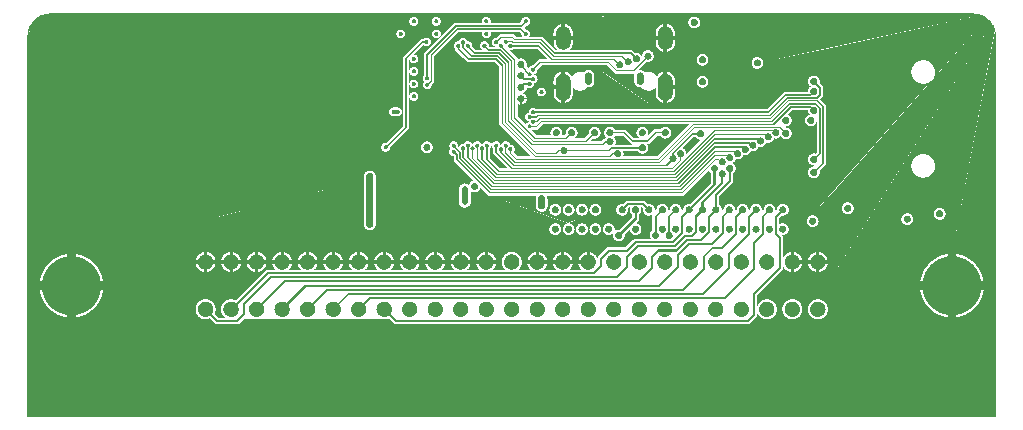
<source format=gbl>
%FSLAX46Y46*%
%MOMM*%
%LPD*%
G01*
%ADD10C,0.050000*%
D10*
%LPC*%
%LPC*%
G36*
X0003778447Y0036183180D02*
G01*
X0003718561Y0036178616D01*
X0003659105Y0036172570D01*
X0003600098Y0036165058D01*
X0003541558Y0036156100D01*
X0003483503Y0036145715D01*
X0003425949Y0036133920D01*
X0003368918Y0036120736D01*
X0003312426Y0036106180D01*
X0003256494Y0036090272D01*
X0003201134Y0036073029D01*
X0003146373Y0036054471D01*
X0003092221Y0036034615D01*
X0003038703Y0036013482D01*
X0002985833Y0035991089D01*
X0002933631Y0035967455D01*
X0002882116Y0035942598D01*
X0002831305Y0035916538D01*
X0002781217Y0035889292D01*
X0002731872Y0035860881D01*
X0002683286Y0035831321D01*
X0002635479Y0035800632D01*
X0002588468Y0035768832D01*
X0002542274Y0035735942D01*
X0002496913Y0035701978D01*
X0002452404Y0035666959D01*
X0002408766Y0035630904D01*
X0002366018Y0035593833D01*
X0002324178Y0035555764D01*
X0002283264Y0035516714D01*
X0002243294Y0035476703D01*
X0002204289Y0035435751D01*
X0002166265Y0035393876D01*
X0002129241Y0035351095D01*
X0002093236Y0035307428D01*
X0002058268Y0035262894D01*
X0002024355Y0035217512D01*
X0001991518Y0035171300D01*
X0001959772Y0035124276D01*
X0001929137Y0035076460D01*
X0001899632Y0035027872D01*
X0001871275Y0034978527D01*
X0001844083Y0034928445D01*
X0001818077Y0034877647D01*
X0001793274Y0034826151D01*
X0001769691Y0034773972D01*
X0001747350Y0034721134D01*
X0001726266Y0034667651D01*
X0001706459Y0034613544D01*
X0001687946Y0034558831D01*
X0001670748Y0034503533D01*
X0001654881Y0034447664D01*
X0001640365Y0034391245D01*
X0001627217Y0034334297D01*
X0001615456Y0034276832D01*
X0001605101Y0034218877D01*
X0001596169Y0034160441D01*
X0001588680Y0034101552D01*
X0001582652Y0034042221D01*
X0001578103Y0033982470D01*
X0001575052Y0033922316D01*
X0001573516Y0033861743D01*
X0001573387Y0033831316D01*
X0001573387Y0001083027D01*
X0084536060Y0001083027D01*
X0084536060Y0033831316D01*
X0084535931Y0033861825D01*
X0084534390Y0033922553D01*
X0084531329Y0033982851D01*
X0084526766Y0034042738D01*
X0084520719Y0034102193D01*
X0084513207Y0034161200D01*
X0084504249Y0034219740D01*
X0084493864Y0034277796D01*
X0084482070Y0034335349D01*
X0084468886Y0034392380D01*
X0084454330Y0034448872D01*
X0084438422Y0034504805D01*
X0084421178Y0034560164D01*
X0084402620Y0034614926D01*
X0084382765Y0034669077D01*
X0084361632Y0034722595D01*
X0084339238Y0034775467D01*
X0084315604Y0034827667D01*
X0084290748Y0034879183D01*
X0084264687Y0034929993D01*
X0084237442Y0034980081D01*
X0084209030Y0035029426D01*
X0084179470Y0035078012D01*
X0084148782Y0035125819D01*
X0084116982Y0035172830D01*
X0084084092Y0035219024D01*
X0084050127Y0035264385D01*
X0084015108Y0035308894D01*
X0083979055Y0035352531D01*
X0083941982Y0035395281D01*
X0083903913Y0035437120D01*
X0083864863Y0035478035D01*
X0083824854Y0035518003D01*
X0083783901Y0035557010D01*
X0083742026Y0035595033D01*
X0083699245Y0035632057D01*
X0083655579Y0035668062D01*
X0083611044Y0035703031D01*
X0083565662Y0035736943D01*
X0083519451Y0035769780D01*
X0083472425Y0035801527D01*
X0083424611Y0035832161D01*
X0083376022Y0035861666D01*
X0083326676Y0035890024D01*
X0083276597Y0035917215D01*
X0083225798Y0035943221D01*
X0083174301Y0035968024D01*
X0083122123Y0035991607D01*
X0083069285Y0036013948D01*
X0083015802Y0036035032D01*
X0082961695Y0036054839D01*
X0082906982Y0036073352D01*
X0082851685Y0036090550D01*
X0082795815Y0036106417D01*
X0082739397Y0036120933D01*
X0082682448Y0036134081D01*
X0082624984Y0036145842D01*
X0082567028Y0036156197D01*
X0082508593Y0036165129D01*
X0082449704Y0036172618D01*
X0082390373Y0036178646D01*
X0082330623Y0036183195D01*
X0082270469Y0036186246D01*
X0082209896Y0036187782D01*
X0082179469Y0036187911D01*
X0003929982Y0036187911D01*
X0082245399Y0036222171D01*
X0082271810Y0036221501D01*
X0082332855Y0036218405D01*
X0082393496Y0036213788D01*
X0082453712Y0036207670D01*
X0082513485Y0036200069D01*
X0082572796Y0036191003D01*
X0082631625Y0036180492D01*
X0082689954Y0036168554D01*
X0082747762Y0036155208D01*
X0082805031Y0036140472D01*
X0082861742Y0036124366D01*
X0082917876Y0036106908D01*
X0082973414Y0036088117D01*
X0083028337Y0036068011D01*
X0083082625Y0036046609D01*
X0083136259Y0036023931D01*
X0083189222Y0035999994D01*
X0083241493Y0035974818D01*
X0083293053Y0035948422D01*
X0083343885Y0035920823D01*
X0083393968Y0035892041D01*
X0083443284Y0035862094D01*
X0083491814Y0035831002D01*
X0083539540Y0035798783D01*
X0083586441Y0035765455D01*
X0083632499Y0035731037D01*
X0083677696Y0035695549D01*
X0083722012Y0035659008D01*
X0083765429Y0035621434D01*
X0083807928Y0035582844D01*
X0083849489Y0035543258D01*
X0083890094Y0035502695D01*
X0083929723Y0035461173D01*
X0083968359Y0035418710D01*
X0084005982Y0035375326D01*
X0084042573Y0035331039D01*
X0084078113Y0035285868D01*
X0084112584Y0035239830D01*
X0084145966Y0035192946D01*
X0084178240Y0035145234D01*
X0084209388Y0035096712D01*
X0084239390Y0035047398D01*
X0084268227Y0034997313D01*
X0084295882Y0034946474D01*
X0084322333Y0034894900D01*
X0084347564Y0034842610D01*
X0084371554Y0034789622D01*
X0084394285Y0034735956D01*
X0084415737Y0034681629D01*
X0084435892Y0034626662D01*
X0084454730Y0034571072D01*
X0084472233Y0034514878D01*
X0084488382Y0034458100D01*
X0084503158Y0034400755D01*
X0084516541Y0034342864D01*
X0084528512Y0034284444D01*
X0084539054Y0034225516D01*
X0084548146Y0034166096D01*
X0084555771Y0034106206D01*
X0084561908Y0034045863D01*
X0084566539Y0033985086D01*
X0084569645Y0033923895D01*
X0084571207Y0033862346D01*
X0084571338Y0033831395D01*
X0084571338Y0001047749D01*
X0001538110Y0001047749D01*
X0001538110Y0033831395D01*
X0001538240Y0033862264D01*
X0001539797Y0033923657D01*
X0001542893Y0033984703D01*
X0001547510Y0034045343D01*
X0001553628Y0034105560D01*
X0001561229Y0034165333D01*
X0001570295Y0034224644D01*
X0001580806Y0034283473D01*
X0001592744Y0034341802D01*
X0001606090Y0034399610D01*
X0001620826Y0034456880D01*
X0001636932Y0034513591D01*
X0001654390Y0034569725D01*
X0001673181Y0034625263D01*
X0001693287Y0034680186D01*
X0001714689Y0034734474D01*
X0001737367Y0034788108D01*
X0001761304Y0034841071D01*
X0001786480Y0034893342D01*
X0001812877Y0034944903D01*
X0001840475Y0034995734D01*
X0001869257Y0035045818D01*
X0001899204Y0035095134D01*
X0001930296Y0035143664D01*
X0001962516Y0035191389D01*
X0001995843Y0035238291D01*
X0002030261Y0035284349D01*
X0002065749Y0035329546D01*
X0002102290Y0035373863D01*
X0002139865Y0035417279D01*
X0002178454Y0035459778D01*
X0002218040Y0035501339D01*
X0002258603Y0035541944D01*
X0002300125Y0035581574D01*
X0002342588Y0035620209D01*
X0002385972Y0035657832D01*
X0002430259Y0035694423D01*
X0002475431Y0035729964D01*
X0002521468Y0035764434D01*
X0002568352Y0035797816D01*
X0002616064Y0035830090D01*
X0002664587Y0035861238D01*
X0002713900Y0035891240D01*
X0002763985Y0035920078D01*
X0002814824Y0035947732D01*
X0002866398Y0035974184D01*
X0002918689Y0035999414D01*
X0002971676Y0036023405D01*
X0003025343Y0036046135D01*
X0003079669Y0036067587D01*
X0003134637Y0036087742D01*
X0003190227Y0036106581D01*
X0003246420Y0036124084D01*
X0003303198Y0036140233D01*
X0003360543Y0036155008D01*
X0003418434Y0036168391D01*
X0003476854Y0036180363D01*
X0003535783Y0036190905D01*
X0003549651Y0036193027D01*
X0003899474Y0036187782D01*
X0003838745Y0036186241D01*
G37*
G36*
X0082210416Y0036223058D02*
G01*
X0082245399Y0036222171D01*
X0003929982Y0036187911D01*
X0003899474Y0036187782D01*
X0003549651Y0036193027D01*
X0003595202Y0036199997D01*
X0003655092Y0036207621D01*
X0003715436Y0036213758D01*
X0003776212Y0036218390D01*
X0003837403Y0036221496D01*
X0003898953Y0036223057D01*
X0003929903Y0036223188D01*
X0082179548Y0036223188D01*
G37*
%LPD*%
%LPD*%
G36*
X0054711466Y0019144100D02*
G01*
X0054621321Y0019054642D01*
X0054181338Y0019498009D01*
X0052907780Y0019498009D01*
X0052453686Y0019040526D01*
X0052363550Y0019129994D01*
X0052854899Y0019625009D01*
X0054234228Y0019625009D01*
G37*
%LPD*%
%LPD*%
G36*
X0064808436Y0025317563D02*
G01*
X0064745554Y0025207223D01*
X0064432088Y0025385865D01*
X0060245413Y0025385865D01*
X0056862277Y0022002729D01*
X0041837797Y0022002729D01*
X0040477684Y0023362842D01*
X0040477684Y0024288727D01*
X0040604684Y0024288727D01*
X0040604684Y0023415447D01*
X0041890402Y0022129729D01*
X0056809672Y0022129729D01*
X0060192808Y0025512865D01*
X0064465736Y0025512865D01*
G37*
%LPD*%
%LPD*%
G36*
X0065457148Y0025667036D02*
G01*
X0065395057Y0025556250D01*
X0065088504Y0025728059D01*
X0060231302Y0025728059D01*
X0056756444Y0022253203D01*
X0041954214Y0022253203D01*
X0040879851Y0023327565D01*
X0040879851Y0024507449D01*
X0041006851Y0024507449D01*
X0041006851Y0023380170D01*
X0042006819Y0022380202D01*
X0056703839Y0022380202D01*
X0060178697Y0025855059D01*
X0065121666Y0025855059D01*
G37*
%LPD*%
%LPD*%
G36*
X0064155398Y0024961481D02*
G01*
X0064093308Y0024850694D01*
X0063786748Y0025022504D01*
X0060241885Y0025022504D01*
X0056968111Y0021748730D01*
X0041724909Y0021748730D01*
X0040079046Y0023394592D01*
X0040079046Y0024510977D01*
X0040206046Y0024510977D01*
X0040206046Y0023447197D01*
X0041777514Y0021875730D01*
X0056915505Y0021875730D01*
X0060189280Y0025149504D01*
X0063819910Y0025149504D01*
G37*
%LPD*%
%LPD*%
G36*
X0063517645Y0024597682D02*
G01*
X0063454014Y0024487772D01*
X0063133629Y0024673255D01*
X0060263052Y0024673255D01*
X0057077472Y0021487674D01*
X0041626127Y0021487674D01*
X0039676880Y0023436926D01*
X0039676880Y0024285200D01*
X0039803880Y0024285200D01*
X0039803880Y0023489531D01*
X0041678732Y0021614674D01*
X0057024866Y0021614674D01*
X0060210447Y0024800255D01*
X0063167739Y0024800255D01*
G37*
%LPD*%
%LPD*%
G36*
X0039003077Y0023570669D02*
G01*
X0041467069Y0021106675D01*
X0057233005Y0021106675D01*
X0060217502Y0024091172D01*
X0061872702Y0024091172D01*
X0062211799Y0023899508D01*
X0062149308Y0023788947D01*
X0061839294Y0023964172D01*
X0060270107Y0023964172D01*
X0057285610Y0020979675D01*
X0041414464Y0020979675D01*
X0038876077Y0023518064D01*
X0038876077Y0024288727D01*
X0039003077Y0024288727D01*
G37*
%LPD*%
%LPD*%
G36*
X0039405241Y0023531864D02*
G01*
X0041576430Y0021360676D01*
X0057134228Y0021360676D01*
X0060217502Y0024443949D01*
X0062519906Y0024443949D01*
X0062916414Y0024194297D01*
X0062848747Y0024086825D01*
X0062483255Y0024316950D01*
X0060270107Y0024316950D01*
X0057186833Y0021233676D01*
X0041523825Y0021233676D01*
X0039278241Y0023479259D01*
X0039278241Y0024510977D01*
X0039405241Y0024510977D01*
G37*
%LPD*%
%LPD*%
G36*
X0038742019Y0023994003D02*
G01*
X0038742019Y0023461308D01*
X0041350670Y0020852658D01*
X0057307241Y0020842109D01*
X0060228221Y0023741922D01*
X0061217896Y0023741922D01*
X0061603675Y0023503109D01*
X0061536828Y0023395125D01*
X0061181768Y0023614922D01*
X0060280556Y0023614922D01*
X0057359541Y0020715075D01*
X0041298030Y0020725693D01*
X0038615020Y0023408703D01*
X0038615020Y0023941397D01*
X0038090338Y0024466076D01*
X0038180140Y0024555879D01*
G37*
%LPD*%
%LPD*%
G36*
X0038488022Y0023743531D02*
G01*
X0038488022Y0023348420D01*
X0041244820Y0020591620D01*
X0057451727Y0020591620D01*
X0060256308Y0023396200D01*
X0060560607Y0023396200D01*
X0060906907Y0023197262D01*
X0060843646Y0023087139D01*
X0060526725Y0023269201D01*
X0060308913Y0023269201D01*
X0057504332Y0020464620D01*
X0041192215Y0020464620D01*
X0038361022Y0023295815D01*
X0038361022Y0023690925D01*
X0038122091Y0023929854D01*
X0038211893Y0024019657D01*
G37*
%LPD*%
%LPD*%
G36*
X0060314360Y0021193572D02*
G01*
X0058161229Y0019044012D01*
X0058036607Y0019168841D01*
X0060137972Y0021266720D01*
X0060137972Y0022588340D01*
X0060314360Y0022588340D01*
G37*
%LPD*%
%LPD*%
G36*
X0060963471Y0021366477D02*
G01*
X0059298361Y0019701367D01*
X0059298361Y0019085260D01*
X0059121973Y0019085260D01*
X0059121973Y0019774430D01*
X0060787082Y0021439539D01*
X0060787082Y0022129729D01*
X0060963471Y0022129729D01*
G37*
%LPD*%
%LPD*%
G36*
X0061612581Y0021556976D02*
G01*
X0060427249Y0020371644D01*
X0060427249Y0019085260D01*
X0060250860Y0019085260D01*
X0060250860Y0020444707D01*
X0061436193Y0021630039D01*
X0061436193Y0022588340D01*
X0061612581Y0022588340D01*
G37*
%LPD*%
%LPD*%
G36*
X0041800600Y0024011641D02*
G01*
X0043170985Y0022641257D01*
X0056598006Y0022641257D01*
X0057284002Y0023327253D01*
X0057284002Y0023847756D01*
X0057411002Y0023847756D01*
X0057411002Y0023274648D01*
X0056650611Y0022514257D01*
X0043118379Y0022514257D01*
X0041673600Y0023959036D01*
X0041673600Y0024479227D01*
X0041800600Y0024479227D01*
G37*
%LPD*%
%LPD*%
G36*
X0058994973Y0025452893D02*
G01*
X0058358054Y0025452893D01*
X0056776003Y0023870842D01*
X0056776003Y0023387762D01*
X0056160476Y0022764729D01*
X0043241852Y0022764729D01*
X0042079298Y0023927286D01*
X0042079298Y0024214644D01*
X0042206298Y0024214644D01*
X0042206298Y0023979891D01*
X0043294457Y0022891729D01*
X0056107419Y0022891729D01*
X0056649003Y0023439917D01*
X0056649003Y0023923447D01*
X0058305449Y0025579893D01*
X0058994973Y0025579893D01*
G37*
%LPD*%
%LPD*%
G36*
X0069486567Y0027828693D02*
G01*
X0069486567Y0023013593D01*
X0068681282Y0022208300D01*
X0068591479Y0022298102D01*
X0069359567Y0023066198D01*
X0069359567Y0027776088D01*
X0068885244Y0028250418D01*
X0066482515Y0028250418D01*
X0064997325Y0026765225D01*
X0045442871Y0026765225D01*
X0045160649Y0026483003D01*
X0044862708Y0026483003D01*
X0044862708Y0026610003D01*
X0045108044Y0026610003D01*
X0045390266Y0026892225D01*
X0064944720Y0026892225D01*
X0066429910Y0028377418D01*
X0068937850Y0028377418D01*
G37*
%LPD*%
%LPD*%
G36*
X0069211411Y0029462053D02*
G01*
X0069211411Y0028827366D01*
X0068881405Y0028497362D01*
X0066376685Y0028497362D01*
X0064895020Y0027015697D01*
X0045305288Y0027015697D01*
X0045164177Y0026874586D01*
X0044534625Y0026874586D01*
X0044534625Y0027001586D01*
X0045111572Y0027001586D01*
X0045252683Y0027142697D01*
X0064842415Y0027142697D01*
X0066324080Y0028624362D01*
X0068828800Y0028624362D01*
X0069084411Y0028879971D01*
X0069084411Y0029409448D01*
X0068591479Y0029902376D01*
X0068681282Y0029992179D01*
G37*
%LPD*%
%LPD*%
G36*
X0069207880Y0027733444D02*
G01*
X0069207880Y0023839092D01*
X0068688337Y0023319549D01*
X0068598535Y0023409352D01*
X0069080880Y0023891697D01*
X0069080880Y0027680838D01*
X0068768821Y0027992891D01*
X0066588352Y0027992891D01*
X0065103159Y0026507698D01*
X0045569871Y0026507698D01*
X0045135955Y0026073781D01*
X0044598125Y0026073781D01*
X0044598125Y0026200781D01*
X0045083350Y0026200781D01*
X0045517266Y0026634697D01*
X0065050553Y0026634697D01*
X0066535747Y0028119890D01*
X0068821425Y0028119890D01*
G37*
%LPD*%
%LPD*%
G36*
X0068698917Y0027529792D02*
G01*
X0068609114Y0027439990D01*
X0068320800Y0027728307D01*
X0066708292Y0027728307D01*
X0065233679Y0026253698D01*
X0058439192Y0026253698D01*
X0055458223Y0023272728D01*
X0043485269Y0023272728D01*
X0042880099Y0023877897D01*
X0042880099Y0024214644D01*
X0043007099Y0024214644D01*
X0043007099Y0023930503D01*
X0043537874Y0023399728D01*
X0055405618Y0023399728D01*
X0058386587Y0026380698D01*
X0065181074Y0026380698D01*
X0066655687Y0027855307D01*
X0068373406Y0027855307D01*
G37*
%LPD*%
%LPD*%
G36*
X0066342367Y0025561294D02*
G01*
X0066252565Y0025471492D01*
X0065731414Y0025992642D01*
X0058537970Y0025992642D01*
X0055564056Y0023018729D01*
X0043365324Y0023018729D01*
X0042474405Y0023909647D01*
X0042474405Y0024500394D01*
X0042601405Y0024500394D01*
X0042601405Y0023962252D01*
X0043417929Y0023145728D01*
X0055511451Y0023145728D01*
X0058485365Y0026119642D01*
X0065784019Y0026119642D01*
G37*
%LPD*%
%LPD*%
G36*
X0068741257Y0029119210D02*
G01*
X0068362818Y0028740779D01*
X0066260217Y0028740779D01*
X0064792670Y0027276752D01*
X0044866236Y0027276752D01*
X0044866236Y0027403752D01*
X0064740154Y0027403752D01*
X0066207701Y0028867779D01*
X0068310214Y0028867779D01*
X0068651455Y0029209013D01*
G37*
%LPD*%
G36*
X0060241052Y0022887953D02*
G01*
X0060270471Y0022885032D01*
X0060299290Y0022879272D01*
X0060327313Y0022870753D01*
X0060354341Y0022859558D01*
X0060380180Y0022845767D01*
X0060404631Y0022829463D01*
X0060427499Y0022810726D01*
X0060438199Y0022800374D01*
X0060448551Y0022789674D01*
X0060467289Y0022766805D01*
X0060483593Y0022742354D01*
X0060497384Y0022716515D01*
X0060508580Y0022689486D01*
X0060517099Y0022661464D01*
X0060522859Y0022632645D01*
X0060525780Y0022603226D01*
X0060526027Y0022588340D01*
X0060525780Y0022573454D01*
X0060522859Y0022544034D01*
X0060517099Y0022515215D01*
X0060508580Y0022487193D01*
X0060497384Y0022460164D01*
X0060483593Y0022434325D01*
X0060467289Y0022409874D01*
X0060448551Y0022387006D01*
X0060438199Y0022376305D01*
X0060427499Y0022365954D01*
X0060404631Y0022347217D01*
X0060380180Y0022330912D01*
X0060354341Y0022317122D01*
X0060327313Y0022305926D01*
X0060299290Y0022297408D01*
X0060270471Y0022291647D01*
X0060241052Y0022288726D01*
X0060226166Y0022288479D01*
X0060211280Y0022288726D01*
X0060181861Y0022291647D01*
X0060153043Y0022297408D01*
X0060125021Y0022305926D01*
X0060097992Y0022317122D01*
X0060072154Y0022330912D01*
X0060047702Y0022347217D01*
X0060024834Y0022365954D01*
X0060014133Y0022376305D01*
X0060003781Y0022387006D01*
X0059985044Y0022409874D01*
X0059968739Y0022434325D01*
X0059954948Y0022460164D01*
X0059943752Y0022487193D01*
X0059935234Y0022515215D01*
X0059929473Y0022544034D01*
X0059926552Y0022573454D01*
X0059926305Y0022588340D01*
X0059926552Y0022603226D01*
X0059929473Y0022632645D01*
X0059935234Y0022661464D01*
X0059943752Y0022689486D01*
X0059954948Y0022716515D01*
X0059968739Y0022742354D01*
X0059985044Y0022766805D01*
X0060003781Y0022789674D01*
X0060014133Y0022800374D01*
X0060024834Y0022810726D01*
X0060047702Y0022829463D01*
X0060072154Y0022845767D01*
X0060097992Y0022859558D01*
X0060125021Y0022870753D01*
X0060153043Y0022879272D01*
X0060181861Y0022885032D01*
X0060211280Y0022887953D01*
X0060226166Y0022888200D01*
G37*
%LPD*%
G36*
X0060890164Y0022429342D02*
G01*
X0060919584Y0022426421D01*
X0060948403Y0022420661D01*
X0060976425Y0022412142D01*
X0061003453Y0022400947D01*
X0061029290Y0022387157D01*
X0061053741Y0022370853D01*
X0061076609Y0022352117D01*
X0061087310Y0022341766D01*
X0061097663Y0022331065D01*
X0061116402Y0022308196D01*
X0061132707Y0022283744D01*
X0061146498Y0022257905D01*
X0061157693Y0022230876D01*
X0061166210Y0022202854D01*
X0061171970Y0022174035D01*
X0061174891Y0022144615D01*
X0061175137Y0022129729D01*
X0061174891Y0022114843D01*
X0061171970Y0022085424D01*
X0061166210Y0022056605D01*
X0061157693Y0022028583D01*
X0061146498Y0022001554D01*
X0061132707Y0021975716D01*
X0061116402Y0021951264D01*
X0061097663Y0021928395D01*
X0061087310Y0021917695D01*
X0061076609Y0021907343D01*
X0061053741Y0021888606D01*
X0061029290Y0021872302D01*
X0061003453Y0021858511D01*
X0060976425Y0021847315D01*
X0060948403Y0021838797D01*
X0060919584Y0021833036D01*
X0060890164Y0021830115D01*
X0060875277Y0021829869D01*
X0060860390Y0021830115D01*
X0060830970Y0021833036D01*
X0060802151Y0021838797D01*
X0060774128Y0021847315D01*
X0060747100Y0021858511D01*
X0060721261Y0021872302D01*
X0060696809Y0021888606D01*
X0060673940Y0021907343D01*
X0060663240Y0021917695D01*
X0060652889Y0021928395D01*
X0060634152Y0021951264D01*
X0060617847Y0021975716D01*
X0060604056Y0022001554D01*
X0060592860Y0022028583D01*
X0060584341Y0022056605D01*
X0060578580Y0022085424D01*
X0060575659Y0022114843D01*
X0060575412Y0022129729D01*
X0060575659Y0022144615D01*
X0060578580Y0022174035D01*
X0060584341Y0022202854D01*
X0060592860Y0022230876D01*
X0060604056Y0022257905D01*
X0060617847Y0022283744D01*
X0060634152Y0022308196D01*
X0060652889Y0022331065D01*
X0060663240Y0022341766D01*
X0060673940Y0022352117D01*
X0060696809Y0022370853D01*
X0060721261Y0022387157D01*
X0060747100Y0022400947D01*
X0060774128Y0022412142D01*
X0060802151Y0022420661D01*
X0060830970Y0022426421D01*
X0060860390Y0022429342D01*
X0060875277Y0022429588D01*
G37*
%LPD*%
G36*
X0061539273Y0022887953D02*
G01*
X0061568692Y0022885032D01*
X0061597511Y0022879272D01*
X0061625533Y0022870753D01*
X0061652562Y0022859558D01*
X0061678400Y0022845767D01*
X0061702853Y0022829463D01*
X0061725723Y0022810726D01*
X0061736424Y0022800374D01*
X0061746775Y0022789674D01*
X0061765511Y0022766805D01*
X0061781816Y0022742354D01*
X0061795606Y0022716515D01*
X0061806801Y0022689486D01*
X0061815320Y0022661464D01*
X0061821080Y0022632645D01*
X0061824001Y0022603226D01*
X0061824248Y0022588340D01*
X0061824001Y0022573454D01*
X0061821080Y0022544034D01*
X0061815320Y0022515215D01*
X0061806801Y0022487193D01*
X0061795606Y0022460164D01*
X0061781816Y0022434325D01*
X0061765511Y0022409874D01*
X0061746775Y0022387006D01*
X0061736424Y0022376305D01*
X0061725723Y0022365954D01*
X0061702853Y0022347217D01*
X0061678400Y0022330912D01*
X0061652562Y0022317122D01*
X0061625533Y0022305926D01*
X0061597511Y0022297408D01*
X0061568692Y0022291647D01*
X0061539273Y0022288726D01*
X0061524387Y0022288479D01*
X0061509501Y0022288726D01*
X0061480080Y0022291647D01*
X0061451260Y0022297408D01*
X0061423237Y0022305926D01*
X0061396207Y0022317122D01*
X0061370368Y0022330912D01*
X0061345917Y0022347217D01*
X0061323050Y0022365954D01*
X0061312350Y0022376305D01*
X0061301998Y0022387006D01*
X0061283260Y0022409874D01*
X0061266955Y0022434325D01*
X0061253162Y0022460164D01*
X0061241966Y0022487193D01*
X0061233446Y0022515215D01*
X0061227684Y0022544034D01*
X0061224763Y0022573454D01*
X0061224516Y0022588340D01*
X0061224763Y0022603226D01*
X0061227684Y0022632645D01*
X0061233446Y0022661464D01*
X0061241966Y0022689486D01*
X0061253162Y0022716515D01*
X0061266955Y0022742354D01*
X0061283260Y0022766805D01*
X0061301998Y0022789674D01*
X0061312350Y0022800374D01*
X0061323050Y0022810726D01*
X0061345917Y0022829463D01*
X0061370368Y0022845767D01*
X0061396207Y0022859558D01*
X0061423237Y0022870753D01*
X0061451260Y0022879272D01*
X0061480080Y0022885032D01*
X0061509501Y0022887953D01*
X0061524387Y0022888200D01*
G37*
%LPD*%
G36*
X0066019544Y0017747987D02*
G01*
X0066048965Y0017745066D01*
X0066077785Y0017739306D01*
X0066105808Y0017730787D01*
X0066132837Y0017719592D01*
X0066158676Y0017705801D01*
X0066183128Y0017689497D01*
X0066205997Y0017670760D01*
X0066216698Y0017660408D01*
X0066227049Y0017649708D01*
X0066245787Y0017626839D01*
X0066262092Y0017602387D01*
X0066275882Y0017576548D01*
X0066287078Y0017549519D01*
X0066295597Y0017521497D01*
X0066301357Y0017492678D01*
X0066304278Y0017463259D01*
X0066304525Y0017448373D01*
X0066304278Y0017433487D01*
X0066301357Y0017404067D01*
X0066295597Y0017375248D01*
X0066287078Y0017347226D01*
X0066275882Y0017320197D01*
X0066262092Y0017294359D01*
X0066245787Y0017269907D01*
X0066227049Y0017247039D01*
X0066216698Y0017236338D01*
X0066205997Y0017225986D01*
X0066183128Y0017207249D01*
X0066158676Y0017190945D01*
X0066132837Y0017177154D01*
X0066105808Y0017165959D01*
X0066077785Y0017157440D01*
X0066048965Y0017151680D01*
X0066019544Y0017148759D01*
X0066004657Y0017148512D01*
X0065989772Y0017148759D01*
X0065960354Y0017151680D01*
X0065931536Y0017157440D01*
X0065903515Y0017165959D01*
X0065876487Y0017177154D01*
X0065850648Y0017190945D01*
X0065826197Y0017207249D01*
X0065803328Y0017225986D01*
X0065792627Y0017236338D01*
X0065782276Y0017247039D01*
X0065763538Y0017269907D01*
X0065747233Y0017294359D01*
X0065733442Y0017320197D01*
X0065722247Y0017347226D01*
X0065713728Y0017375248D01*
X0065707968Y0017404067D01*
X0065705047Y0017433487D01*
X0065704800Y0017448373D01*
X0065705047Y0017463259D01*
X0065707968Y0017492678D01*
X0065713728Y0017521497D01*
X0065722247Y0017549519D01*
X0065733442Y0017576548D01*
X0065747233Y0017602387D01*
X0065763538Y0017626839D01*
X0065782276Y0017649708D01*
X0065792627Y0017660408D01*
X0065803328Y0017670760D01*
X0065826197Y0017689497D01*
X0065850648Y0017705801D01*
X0065876487Y0017719592D01*
X0065903515Y0017730787D01*
X0065931536Y0017739306D01*
X0065960354Y0017745066D01*
X0065989772Y0017747987D01*
X0066004657Y0017748234D01*
G37*
%LPD*%
G36*
X0064890657Y0017747987D02*
G01*
X0064920075Y0017745066D01*
X0064948893Y0017739306D01*
X0064976915Y0017730787D01*
X0065003944Y0017719592D01*
X0065029784Y0017705801D01*
X0065054236Y0017689497D01*
X0065077105Y0017670760D01*
X0065087806Y0017660408D01*
X0065098158Y0017649708D01*
X0065116895Y0017626839D01*
X0065133200Y0017602387D01*
X0065146991Y0017576548D01*
X0065158187Y0017549519D01*
X0065166705Y0017521497D01*
X0065172466Y0017492678D01*
X0065175387Y0017463259D01*
X0065175634Y0017448373D01*
X0065175387Y0017433487D01*
X0065172466Y0017404067D01*
X0065166705Y0017375248D01*
X0065158187Y0017347226D01*
X0065146991Y0017320197D01*
X0065133200Y0017294359D01*
X0065116895Y0017269907D01*
X0065098158Y0017247039D01*
X0065087806Y0017236338D01*
X0065077105Y0017225986D01*
X0065054236Y0017207249D01*
X0065029784Y0017190945D01*
X0065003944Y0017177154D01*
X0064976915Y0017165959D01*
X0064948893Y0017157440D01*
X0064920075Y0017151680D01*
X0064890657Y0017148759D01*
X0064875773Y0017148512D01*
X0064860886Y0017148759D01*
X0064831465Y0017151680D01*
X0064802645Y0017157440D01*
X0064774623Y0017165959D01*
X0064747595Y0017177154D01*
X0064721756Y0017190945D01*
X0064697305Y0017207249D01*
X0064674437Y0017225986D01*
X0064663736Y0017236338D01*
X0064653384Y0017247039D01*
X0064634645Y0017269907D01*
X0064618340Y0017294359D01*
X0064604550Y0017320197D01*
X0064593354Y0017347226D01*
X0064584836Y0017375248D01*
X0064579076Y0017404067D01*
X0064576155Y0017433487D01*
X0064575908Y0017448373D01*
X0064576155Y0017463259D01*
X0064579076Y0017492678D01*
X0064584836Y0017521497D01*
X0064593354Y0017549519D01*
X0064604550Y0017576548D01*
X0064618340Y0017602387D01*
X0064634645Y0017626839D01*
X0064653384Y0017649708D01*
X0064663736Y0017660408D01*
X0064674437Y0017670760D01*
X0064697305Y0017689497D01*
X0064721756Y0017705801D01*
X0064747595Y0017719592D01*
X0064774623Y0017730787D01*
X0064802645Y0017739306D01*
X0064831465Y0017745066D01*
X0064860886Y0017747987D01*
X0064875773Y0017748234D01*
G37*
%LPD*%
G36*
X0063754715Y0017747987D02*
G01*
X0063784134Y0017745066D01*
X0063812951Y0017739306D01*
X0063840973Y0017730787D01*
X0063868000Y0017719592D01*
X0063893839Y0017705801D01*
X0063918291Y0017689497D01*
X0063941161Y0017670760D01*
X0063951863Y0017660408D01*
X0063962214Y0017649708D01*
X0063980950Y0017626839D01*
X0063997254Y0017602387D01*
X0064011043Y0017576548D01*
X0064022238Y0017549519D01*
X0064030756Y0017521497D01*
X0064036516Y0017492678D01*
X0064039436Y0017463259D01*
X0064039683Y0017448373D01*
X0064039436Y0017433487D01*
X0064036516Y0017404067D01*
X0064030756Y0017375248D01*
X0064022238Y0017347226D01*
X0064011043Y0017320197D01*
X0063997254Y0017294359D01*
X0063980950Y0017269907D01*
X0063962214Y0017247039D01*
X0063951863Y0017236338D01*
X0063941161Y0017225986D01*
X0063918291Y0017207249D01*
X0063893839Y0017190945D01*
X0063868000Y0017177154D01*
X0063840973Y0017165959D01*
X0063812951Y0017157440D01*
X0063784134Y0017151680D01*
X0063754715Y0017148759D01*
X0063739829Y0017148512D01*
X0063724943Y0017148759D01*
X0063695523Y0017151680D01*
X0063666703Y0017157440D01*
X0063638681Y0017165959D01*
X0063611651Y0017177154D01*
X0063585811Y0017190945D01*
X0063561358Y0017207249D01*
X0063538488Y0017225986D01*
X0063527786Y0017236338D01*
X0063517435Y0017247039D01*
X0063498700Y0017269907D01*
X0063482396Y0017294359D01*
X0063468606Y0017320197D01*
X0063457412Y0017347226D01*
X0063448893Y0017375248D01*
X0063443133Y0017404067D01*
X0063440212Y0017433487D01*
X0063439965Y0017448373D01*
X0063440212Y0017463259D01*
X0063443133Y0017492678D01*
X0063448893Y0017521497D01*
X0063457412Y0017549519D01*
X0063468606Y0017576548D01*
X0063482396Y0017602387D01*
X0063498700Y0017626839D01*
X0063517435Y0017649708D01*
X0063527786Y0017660408D01*
X0063538488Y0017670760D01*
X0063561358Y0017689497D01*
X0063585811Y0017705801D01*
X0063611651Y0017719592D01*
X0063638681Y0017730787D01*
X0063666703Y0017739306D01*
X0063695523Y0017745066D01*
X0063724943Y0017747987D01*
X0063739829Y0017748234D01*
G37*
%LPD*%
G36*
X0062622297Y0019384872D02*
G01*
X0062651717Y0019381951D01*
X0062680538Y0019376191D01*
X0062708561Y0019367672D01*
X0062735590Y0019356477D01*
X0062761429Y0019342687D01*
X0062785881Y0019326382D01*
X0062808748Y0019307645D01*
X0062819447Y0019297293D01*
X0062829799Y0019286593D01*
X0062848537Y0019263725D01*
X0062864843Y0019239273D01*
X0062878635Y0019213435D01*
X0062889832Y0019186406D01*
X0062898352Y0019158384D01*
X0062904113Y0019129565D01*
X0062907035Y0019100146D01*
X0062907282Y0019085260D01*
X0062907035Y0019070374D01*
X0062904113Y0019040955D01*
X0062898352Y0019012135D01*
X0062889832Y0018984113D01*
X0062878635Y0018957085D01*
X0062864843Y0018931246D01*
X0062848537Y0018906794D01*
X0062829799Y0018883926D01*
X0062819447Y0018873225D01*
X0062808748Y0018862873D01*
X0062785881Y0018844136D01*
X0062761429Y0018827832D01*
X0062735590Y0018814041D01*
X0062708561Y0018802846D01*
X0062680538Y0018794327D01*
X0062651717Y0018788567D01*
X0062622297Y0018785646D01*
X0062607410Y0018785399D01*
X0062592525Y0018785646D01*
X0062563107Y0018788567D01*
X0062534289Y0018794327D01*
X0062506268Y0018802846D01*
X0062479240Y0018814041D01*
X0062453403Y0018827832D01*
X0062428952Y0018844136D01*
X0062406084Y0018862873D01*
X0062395384Y0018873225D01*
X0062385032Y0018883926D01*
X0062366293Y0018906794D01*
X0062349988Y0018931246D01*
X0062336196Y0018957085D01*
X0062325000Y0018984113D01*
X0062316481Y0019012135D01*
X0062310721Y0019040955D01*
X0062307800Y0019070374D01*
X0062307553Y0019085260D01*
X0062307800Y0019100146D01*
X0062310721Y0019129565D01*
X0062316481Y0019158384D01*
X0062325000Y0019186406D01*
X0062336196Y0019213435D01*
X0062349988Y0019239273D01*
X0062366293Y0019263725D01*
X0062385032Y0019286593D01*
X0062395384Y0019297293D01*
X0062406084Y0019307645D01*
X0062428952Y0019326382D01*
X0062453403Y0019342687D01*
X0062479240Y0019356477D01*
X0062506268Y0019367672D01*
X0062534289Y0019376191D01*
X0062563107Y0019381951D01*
X0062592525Y0019384872D01*
X0062607410Y0019385119D01*
G37*
%LPD*%
G36*
X0062622297Y0017747987D02*
G01*
X0062651717Y0017745066D01*
X0062680538Y0017739306D01*
X0062708561Y0017730787D01*
X0062735590Y0017719592D01*
X0062761429Y0017705801D01*
X0062785881Y0017689497D01*
X0062808748Y0017670760D01*
X0062819447Y0017660408D01*
X0062829799Y0017649708D01*
X0062848537Y0017626839D01*
X0062864843Y0017602387D01*
X0062878635Y0017576548D01*
X0062889832Y0017549519D01*
X0062898352Y0017521497D01*
X0062904113Y0017492678D01*
X0062907035Y0017463259D01*
X0062907282Y0017448373D01*
X0062907035Y0017433487D01*
X0062904113Y0017404067D01*
X0062898352Y0017375248D01*
X0062889832Y0017347226D01*
X0062878635Y0017320197D01*
X0062864843Y0017294359D01*
X0062848537Y0017269907D01*
X0062829799Y0017247039D01*
X0062819447Y0017236338D01*
X0062808748Y0017225986D01*
X0062785881Y0017207249D01*
X0062761429Y0017190945D01*
X0062735590Y0017177154D01*
X0062708561Y0017165959D01*
X0062680538Y0017157440D01*
X0062651717Y0017151680D01*
X0062622297Y0017148759D01*
X0062607410Y0017148512D01*
X0062592525Y0017148759D01*
X0062563107Y0017151680D01*
X0062534289Y0017157440D01*
X0062506268Y0017165959D01*
X0062479240Y0017177154D01*
X0062453403Y0017190945D01*
X0062428952Y0017207249D01*
X0062406084Y0017225986D01*
X0062395384Y0017236338D01*
X0062385032Y0017247039D01*
X0062366293Y0017269907D01*
X0062349988Y0017294359D01*
X0062336196Y0017320197D01*
X0062325000Y0017347226D01*
X0062316481Y0017375248D01*
X0062310721Y0017404067D01*
X0062307800Y0017433487D01*
X0062307553Y0017448373D01*
X0062307800Y0017463259D01*
X0062310721Y0017492678D01*
X0062316481Y0017521497D01*
X0062325000Y0017549519D01*
X0062336196Y0017576548D01*
X0062349988Y0017602387D01*
X0062366293Y0017626839D01*
X0062385032Y0017649708D01*
X0062395384Y0017660408D01*
X0062406084Y0017670760D01*
X0062428952Y0017689497D01*
X0062453403Y0017705801D01*
X0062479240Y0017719592D01*
X0062506268Y0017730787D01*
X0062534289Y0017739306D01*
X0062563107Y0017745066D01*
X0062592525Y0017747987D01*
X0062607410Y0017748234D01*
G37*
%LPD*%
G36*
X0061489884Y0019384872D02*
G01*
X0061519303Y0019381951D01*
X0061548122Y0019376191D01*
X0061576144Y0019367672D01*
X0061603172Y0019356477D01*
X0061629010Y0019342687D01*
X0061653462Y0019326382D01*
X0061676331Y0019307645D01*
X0061687032Y0019297293D01*
X0061697383Y0019286593D01*
X0061716121Y0019263725D01*
X0061732426Y0019239273D01*
X0061746216Y0019213435D01*
X0061757412Y0019186406D01*
X0061765931Y0019158384D01*
X0061771691Y0019129565D01*
X0061774612Y0019100146D01*
X0061774859Y0019085260D01*
X0061774612Y0019070374D01*
X0061771691Y0019040955D01*
X0061765931Y0019012135D01*
X0061757412Y0018984113D01*
X0061746216Y0018957085D01*
X0061732426Y0018931246D01*
X0061716121Y0018906794D01*
X0061697383Y0018883926D01*
X0061687032Y0018873225D01*
X0061676331Y0018862873D01*
X0061653462Y0018844136D01*
X0061629010Y0018827832D01*
X0061603172Y0018814041D01*
X0061576144Y0018802846D01*
X0061548122Y0018794327D01*
X0061519303Y0018788567D01*
X0061489884Y0018785646D01*
X0061474998Y0018785399D01*
X0061460112Y0018785646D01*
X0061430692Y0018788567D01*
X0061401873Y0018794327D01*
X0061373851Y0018802846D01*
X0061346823Y0018814041D01*
X0061320984Y0018827832D01*
X0061296532Y0018844136D01*
X0061273663Y0018862873D01*
X0061262961Y0018873225D01*
X0061252610Y0018883926D01*
X0061233872Y0018906794D01*
X0061217568Y0018931246D01*
X0061203778Y0018957085D01*
X0061192583Y0018984113D01*
X0061184065Y0019012135D01*
X0061178305Y0019040955D01*
X0061175384Y0019070374D01*
X0061175137Y0019085260D01*
X0061175384Y0019100146D01*
X0061178305Y0019129565D01*
X0061184065Y0019158384D01*
X0061192583Y0019186406D01*
X0061203778Y0019213435D01*
X0061217568Y0019239273D01*
X0061233872Y0019263725D01*
X0061252610Y0019286593D01*
X0061262961Y0019297293D01*
X0061273663Y0019307645D01*
X0061296532Y0019326382D01*
X0061320984Y0019342687D01*
X0061346823Y0019356477D01*
X0061373851Y0019367672D01*
X0061401873Y0019376191D01*
X0061430692Y0019381951D01*
X0061460112Y0019384872D01*
X0061474998Y0019385119D01*
G37*
%LPD*%
G36*
X0061489884Y0017747987D02*
G01*
X0061519303Y0017745066D01*
X0061548122Y0017739306D01*
X0061576144Y0017730787D01*
X0061603172Y0017719592D01*
X0061629010Y0017705801D01*
X0061653462Y0017689497D01*
X0061676331Y0017670760D01*
X0061687032Y0017660408D01*
X0061697383Y0017649708D01*
X0061716121Y0017626839D01*
X0061732426Y0017602387D01*
X0061746216Y0017576548D01*
X0061757412Y0017549519D01*
X0061765931Y0017521497D01*
X0061771691Y0017492678D01*
X0061774612Y0017463259D01*
X0061774859Y0017448373D01*
X0061774612Y0017433487D01*
X0061771691Y0017404067D01*
X0061765931Y0017375248D01*
X0061757412Y0017347226D01*
X0061746216Y0017320197D01*
X0061732426Y0017294359D01*
X0061716121Y0017269907D01*
X0061697383Y0017247039D01*
X0061687032Y0017236338D01*
X0061676331Y0017225986D01*
X0061653462Y0017207249D01*
X0061629010Y0017190945D01*
X0061603172Y0017177154D01*
X0061576144Y0017165959D01*
X0061548122Y0017157440D01*
X0061519303Y0017151680D01*
X0061489884Y0017148759D01*
X0061474998Y0017148512D01*
X0061460112Y0017148759D01*
X0061430692Y0017151680D01*
X0061401873Y0017157440D01*
X0061373851Y0017165959D01*
X0061346823Y0017177154D01*
X0061320984Y0017190945D01*
X0061296532Y0017207249D01*
X0061273663Y0017225986D01*
X0061262961Y0017236338D01*
X0061252610Y0017247039D01*
X0061233872Y0017269907D01*
X0061217568Y0017294359D01*
X0061203778Y0017320197D01*
X0061192583Y0017347226D01*
X0061184065Y0017375248D01*
X0061178305Y0017404067D01*
X0061175384Y0017433487D01*
X0061175137Y0017448373D01*
X0061175384Y0017463259D01*
X0061178305Y0017492678D01*
X0061184065Y0017521497D01*
X0061192583Y0017549519D01*
X0061203778Y0017576548D01*
X0061217568Y0017602387D01*
X0061233872Y0017626839D01*
X0061252610Y0017649708D01*
X0061262961Y0017660408D01*
X0061273663Y0017670760D01*
X0061296532Y0017689497D01*
X0061320984Y0017705801D01*
X0061346823Y0017719592D01*
X0061373851Y0017730787D01*
X0061401873Y0017739306D01*
X0061430692Y0017745066D01*
X0061460112Y0017747987D01*
X0061474998Y0017748234D01*
G37*
%LPD*%
G36*
X0060357469Y0019384872D02*
G01*
X0060386889Y0019381951D01*
X0060415708Y0019376191D01*
X0060443731Y0019367672D01*
X0060470760Y0019356477D01*
X0060496598Y0019342687D01*
X0060521050Y0019326382D01*
X0060543919Y0019307645D01*
X0060554620Y0019297293D01*
X0060564970Y0019286593D01*
X0060583706Y0019263725D01*
X0060600010Y0019239273D01*
X0060613801Y0019213435D01*
X0060624998Y0019186406D01*
X0060633517Y0019158384D01*
X0060639279Y0019129565D01*
X0060642200Y0019100146D01*
X0060642447Y0019085260D01*
X0060642200Y0019070374D01*
X0060639279Y0019040955D01*
X0060633517Y0019012135D01*
X0060624998Y0018984113D01*
X0060613801Y0018957085D01*
X0060600010Y0018931246D01*
X0060583706Y0018906794D01*
X0060564970Y0018883926D01*
X0060554620Y0018873225D01*
X0060543919Y0018862873D01*
X0060521050Y0018844136D01*
X0060496598Y0018827832D01*
X0060470760Y0018814041D01*
X0060443731Y0018802846D01*
X0060415708Y0018794327D01*
X0060386889Y0018788567D01*
X0060357469Y0018785646D01*
X0060342583Y0018785399D01*
X0060327697Y0018785646D01*
X0060298278Y0018788567D01*
X0060269459Y0018794327D01*
X0060241437Y0018802846D01*
X0060214409Y0018814041D01*
X0060188570Y0018827832D01*
X0060164119Y0018844136D01*
X0060141250Y0018862873D01*
X0060130549Y0018873225D01*
X0060120198Y0018883926D01*
X0060101460Y0018906794D01*
X0060085155Y0018931246D01*
X0060071364Y0018957085D01*
X0060060169Y0018984113D01*
X0060051650Y0019012135D01*
X0060045890Y0019040955D01*
X0060042969Y0019070374D01*
X0060042722Y0019085260D01*
X0060042969Y0019100146D01*
X0060045890Y0019129565D01*
X0060051650Y0019158384D01*
X0060060169Y0019186406D01*
X0060071364Y0019213435D01*
X0060085155Y0019239273D01*
X0060101460Y0019263725D01*
X0060120198Y0019286593D01*
X0060130549Y0019297293D01*
X0060141250Y0019307645D01*
X0060164119Y0019326382D01*
X0060188570Y0019342687D01*
X0060214409Y0019356477D01*
X0060241437Y0019367672D01*
X0060269459Y0019376191D01*
X0060298278Y0019381951D01*
X0060327697Y0019384872D01*
X0060342583Y0019385119D01*
G37*
%LPD*%
G36*
X0060357469Y0017747987D02*
G01*
X0060386889Y0017745066D01*
X0060415708Y0017739306D01*
X0060443731Y0017730787D01*
X0060470760Y0017719592D01*
X0060496598Y0017705801D01*
X0060521050Y0017689497D01*
X0060543919Y0017670760D01*
X0060554620Y0017660408D01*
X0060564970Y0017649708D01*
X0060583706Y0017626839D01*
X0060600010Y0017602387D01*
X0060613801Y0017576548D01*
X0060624998Y0017549519D01*
X0060633517Y0017521497D01*
X0060639279Y0017492678D01*
X0060642200Y0017463259D01*
X0060642447Y0017448373D01*
X0060642200Y0017433487D01*
X0060639279Y0017404067D01*
X0060633517Y0017375248D01*
X0060624998Y0017347226D01*
X0060613801Y0017320197D01*
X0060600010Y0017294359D01*
X0060583706Y0017269907D01*
X0060564970Y0017247039D01*
X0060554620Y0017236338D01*
X0060543919Y0017225986D01*
X0060521050Y0017207249D01*
X0060496598Y0017190945D01*
X0060470760Y0017177154D01*
X0060443731Y0017165959D01*
X0060415708Y0017157440D01*
X0060386889Y0017151680D01*
X0060357469Y0017148759D01*
X0060342583Y0017148512D01*
X0060327697Y0017148759D01*
X0060298278Y0017151680D01*
X0060269459Y0017157440D01*
X0060241437Y0017165959D01*
X0060214409Y0017177154D01*
X0060188570Y0017190945D01*
X0060164119Y0017207249D01*
X0060141250Y0017225986D01*
X0060130549Y0017236338D01*
X0060120198Y0017247039D01*
X0060101460Y0017269907D01*
X0060085155Y0017294359D01*
X0060071364Y0017320197D01*
X0060060169Y0017347226D01*
X0060051650Y0017375248D01*
X0060045890Y0017404067D01*
X0060042969Y0017433487D01*
X0060042722Y0017448373D01*
X0060042969Y0017463259D01*
X0060045890Y0017492678D01*
X0060051650Y0017521497D01*
X0060060169Y0017549519D01*
X0060071364Y0017576548D01*
X0060085155Y0017602387D01*
X0060101460Y0017626839D01*
X0060120198Y0017649708D01*
X0060130549Y0017660408D01*
X0060141250Y0017670760D01*
X0060164119Y0017689497D01*
X0060188570Y0017705801D01*
X0060214409Y0017719592D01*
X0060241437Y0017730787D01*
X0060269459Y0017739306D01*
X0060298278Y0017745066D01*
X0060327697Y0017747987D01*
X0060342583Y0017748234D01*
G37*
%LPD*%
G36*
X0059221526Y0019384872D02*
G01*
X0059250946Y0019381951D01*
X0059279765Y0019376191D01*
X0059307787Y0019367672D01*
X0059334816Y0019356477D01*
X0059360655Y0019342687D01*
X0059385107Y0019326382D01*
X0059407975Y0019307645D01*
X0059418676Y0019297293D01*
X0059429027Y0019286593D01*
X0059447764Y0019263725D01*
X0059464069Y0019239273D01*
X0059477860Y0019213435D01*
X0059489055Y0019186406D01*
X0059497575Y0019158384D01*
X0059503336Y0019129565D01*
X0059506257Y0019100146D01*
X0059506504Y0019085260D01*
X0059506257Y0019070374D01*
X0059503336Y0019040955D01*
X0059497575Y0019012135D01*
X0059489055Y0018984113D01*
X0059477860Y0018957085D01*
X0059464069Y0018931246D01*
X0059447764Y0018906794D01*
X0059429027Y0018883926D01*
X0059418676Y0018873225D01*
X0059407975Y0018862873D01*
X0059385107Y0018844136D01*
X0059360655Y0018827832D01*
X0059334816Y0018814041D01*
X0059307787Y0018802846D01*
X0059279765Y0018794327D01*
X0059250946Y0018788567D01*
X0059221526Y0018785646D01*
X0059206639Y0018785399D01*
X0059191753Y0018785646D01*
X0059162335Y0018788567D01*
X0059133516Y0018794327D01*
X0059105494Y0018802846D01*
X0059078465Y0018814041D01*
X0059052627Y0018827832D01*
X0059028175Y0018844136D01*
X0059005307Y0018862873D01*
X0058994606Y0018873225D01*
X0058984254Y0018883926D01*
X0058965517Y0018906794D01*
X0058949212Y0018931246D01*
X0058935421Y0018957085D01*
X0058924225Y0018984113D01*
X0058915707Y0019012135D01*
X0058909946Y0019040955D01*
X0058907025Y0019070374D01*
X0058906778Y0019085260D01*
X0058907025Y0019100146D01*
X0058909946Y0019129565D01*
X0058915707Y0019158384D01*
X0058924225Y0019186406D01*
X0058935421Y0019213435D01*
X0058949212Y0019239273D01*
X0058965517Y0019263725D01*
X0058984254Y0019286593D01*
X0058994606Y0019297293D01*
X0059005307Y0019307645D01*
X0059028175Y0019326382D01*
X0059052627Y0019342687D01*
X0059078465Y0019356477D01*
X0059105494Y0019367672D01*
X0059133516Y0019376191D01*
X0059162335Y0019381951D01*
X0059191753Y0019384872D01*
X0059206639Y0019385119D01*
G37*
%LPD*%
G36*
X0059221526Y0017747987D02*
G01*
X0059250946Y0017745066D01*
X0059279765Y0017739306D01*
X0059307787Y0017730787D01*
X0059334816Y0017719592D01*
X0059360655Y0017705801D01*
X0059385107Y0017689497D01*
X0059407975Y0017670760D01*
X0059418676Y0017660408D01*
X0059429027Y0017649708D01*
X0059447764Y0017626839D01*
X0059464069Y0017602387D01*
X0059477860Y0017576548D01*
X0059489055Y0017549519D01*
X0059497575Y0017521497D01*
X0059503336Y0017492678D01*
X0059506257Y0017463259D01*
X0059506504Y0017448373D01*
X0059506257Y0017433487D01*
X0059503336Y0017404067D01*
X0059497575Y0017375248D01*
X0059489055Y0017347226D01*
X0059477860Y0017320197D01*
X0059464069Y0017294359D01*
X0059447764Y0017269907D01*
X0059429027Y0017247039D01*
X0059418676Y0017236338D01*
X0059407975Y0017225986D01*
X0059385107Y0017207249D01*
X0059360655Y0017190945D01*
X0059334816Y0017177154D01*
X0059307787Y0017165959D01*
X0059279765Y0017157440D01*
X0059250946Y0017151680D01*
X0059221526Y0017148759D01*
X0059206639Y0017148512D01*
X0059191753Y0017148759D01*
X0059162335Y0017151680D01*
X0059133516Y0017157440D01*
X0059105494Y0017165959D01*
X0059078465Y0017177154D01*
X0059052627Y0017190945D01*
X0059028175Y0017207249D01*
X0059005307Y0017225986D01*
X0058994606Y0017236338D01*
X0058984254Y0017247039D01*
X0058965517Y0017269907D01*
X0058949212Y0017294359D01*
X0058935421Y0017320197D01*
X0058924225Y0017347226D01*
X0058915707Y0017375248D01*
X0058909946Y0017404067D01*
X0058907025Y0017433487D01*
X0058906778Y0017448373D01*
X0058907025Y0017463259D01*
X0058909946Y0017492678D01*
X0058915707Y0017521497D01*
X0058924225Y0017549519D01*
X0058935421Y0017576548D01*
X0058949212Y0017602387D01*
X0058965517Y0017626839D01*
X0058984254Y0017649708D01*
X0058994606Y0017660408D01*
X0059005307Y0017670760D01*
X0059028175Y0017689497D01*
X0059052627Y0017705801D01*
X0059078465Y0017719592D01*
X0059105494Y0017730787D01*
X0059133516Y0017739306D01*
X0059162335Y0017745066D01*
X0059191753Y0017747987D01*
X0059206639Y0017748234D01*
G37*
%LPD*%
G36*
X0058089109Y0019384872D02*
G01*
X0058118528Y0019381951D01*
X0058147347Y0019376191D01*
X0058175369Y0019367672D01*
X0058202397Y0019356477D01*
X0058228236Y0019342687D01*
X0058252688Y0019326382D01*
X0058275556Y0019307645D01*
X0058286257Y0019297293D01*
X0058296609Y0019286593D01*
X0058315346Y0019263725D01*
X0058331651Y0019239273D01*
X0058345442Y0019213435D01*
X0058356637Y0019186406D01*
X0058365156Y0019158384D01*
X0058370917Y0019129565D01*
X0058373838Y0019100146D01*
X0058374084Y0019085260D01*
X0058373838Y0019070374D01*
X0058370917Y0019040955D01*
X0058365156Y0019012135D01*
X0058356637Y0018984113D01*
X0058345442Y0018957085D01*
X0058331651Y0018931246D01*
X0058315346Y0018906794D01*
X0058296609Y0018883926D01*
X0058286257Y0018873225D01*
X0058275556Y0018862873D01*
X0058252688Y0018844136D01*
X0058228236Y0018827832D01*
X0058202397Y0018814041D01*
X0058175369Y0018802846D01*
X0058147347Y0018794327D01*
X0058118528Y0018788567D01*
X0058089109Y0018785646D01*
X0058074224Y0018785399D01*
X0058059337Y0018785646D01*
X0058029917Y0018788567D01*
X0058001098Y0018794327D01*
X0057973075Y0018802846D01*
X0057946047Y0018814041D01*
X0057920208Y0018827832D01*
X0057895756Y0018844136D01*
X0057872888Y0018862873D01*
X0057862187Y0018873225D01*
X0057851835Y0018883926D01*
X0057833098Y0018906794D01*
X0057816793Y0018931246D01*
X0057803002Y0018957085D01*
X0057791806Y0018984113D01*
X0057783288Y0019012135D01*
X0057777527Y0019040955D01*
X0057774606Y0019070374D01*
X0057774359Y0019085260D01*
X0057774606Y0019100146D01*
X0057777527Y0019129565D01*
X0057783288Y0019158384D01*
X0057791806Y0019186406D01*
X0057803002Y0019213435D01*
X0057816793Y0019239273D01*
X0057833098Y0019263725D01*
X0057851835Y0019286593D01*
X0057862187Y0019297293D01*
X0057872888Y0019307645D01*
X0057895756Y0019326382D01*
X0057920208Y0019342687D01*
X0057946047Y0019356477D01*
X0057973075Y0019367672D01*
X0058001098Y0019376191D01*
X0058029917Y0019381951D01*
X0058059337Y0019384872D01*
X0058074224Y0019385119D01*
G37*
%LPD*%
G36*
X0058089109Y0017747987D02*
G01*
X0058118528Y0017745066D01*
X0058147347Y0017739306D01*
X0058175369Y0017730787D01*
X0058202397Y0017719592D01*
X0058228236Y0017705801D01*
X0058252688Y0017689497D01*
X0058275556Y0017670760D01*
X0058286257Y0017660408D01*
X0058296609Y0017649708D01*
X0058315346Y0017626839D01*
X0058331651Y0017602387D01*
X0058345442Y0017576548D01*
X0058356637Y0017549519D01*
X0058365156Y0017521497D01*
X0058370917Y0017492678D01*
X0058373838Y0017463259D01*
X0058374084Y0017448373D01*
X0058373838Y0017433487D01*
X0058370917Y0017404067D01*
X0058365156Y0017375248D01*
X0058356637Y0017347226D01*
X0058345442Y0017320197D01*
X0058331651Y0017294359D01*
X0058315346Y0017269907D01*
X0058296609Y0017247039D01*
X0058286257Y0017236338D01*
X0058275556Y0017225986D01*
X0058252688Y0017207249D01*
X0058228236Y0017190945D01*
X0058202397Y0017177154D01*
X0058175369Y0017165959D01*
X0058147347Y0017157440D01*
X0058118528Y0017151680D01*
X0058089109Y0017148759D01*
X0058074224Y0017148512D01*
X0058059337Y0017148759D01*
X0058029917Y0017151680D01*
X0058001098Y0017157440D01*
X0057973075Y0017165959D01*
X0057946047Y0017177154D01*
X0057920208Y0017190945D01*
X0057895756Y0017207249D01*
X0057872888Y0017225986D01*
X0057862187Y0017236338D01*
X0057851835Y0017247039D01*
X0057833098Y0017269907D01*
X0057816793Y0017294359D01*
X0057803002Y0017320197D01*
X0057791806Y0017347226D01*
X0057783288Y0017375248D01*
X0057777527Y0017404067D01*
X0057774606Y0017433487D01*
X0057774359Y0017448373D01*
X0057774606Y0017463259D01*
X0057777527Y0017492678D01*
X0057783288Y0017521497D01*
X0057791806Y0017549519D01*
X0057803002Y0017576548D01*
X0057816793Y0017602387D01*
X0057833098Y0017626839D01*
X0057851835Y0017649708D01*
X0057862187Y0017660408D01*
X0057872888Y0017670760D01*
X0057895756Y0017689497D01*
X0057920208Y0017705801D01*
X0057946047Y0017719592D01*
X0057973075Y0017730787D01*
X0058001098Y0017739306D01*
X0058029917Y0017745066D01*
X0058059337Y0017747987D01*
X0058074224Y0017748234D01*
G37*
%LPD*%
G36*
X0056956694Y0019384872D02*
G01*
X0056986114Y0019381951D01*
X0057014934Y0019376191D01*
X0057042956Y0019367672D01*
X0057069985Y0019356477D01*
X0057095824Y0019342687D01*
X0057120276Y0019326382D01*
X0057143144Y0019307645D01*
X0057153845Y0019297293D01*
X0057164197Y0019286593D01*
X0057182934Y0019263725D01*
X0057199239Y0019239273D01*
X0057213030Y0019213435D01*
X0057224225Y0019186406D01*
X0057232744Y0019158384D01*
X0057238505Y0019129565D01*
X0057241426Y0019100146D01*
X0057241672Y0019085260D01*
X0057241426Y0019070374D01*
X0057238505Y0019040955D01*
X0057232744Y0019012135D01*
X0057224225Y0018984113D01*
X0057213030Y0018957085D01*
X0057199239Y0018931246D01*
X0057182934Y0018906794D01*
X0057164197Y0018883926D01*
X0057153845Y0018873225D01*
X0057143144Y0018862873D01*
X0057120276Y0018844136D01*
X0057095824Y0018827832D01*
X0057069985Y0018814041D01*
X0057042956Y0018802846D01*
X0057014934Y0018794327D01*
X0056986114Y0018788567D01*
X0056956694Y0018785646D01*
X0056941808Y0018785399D01*
X0056926922Y0018785646D01*
X0056897503Y0018788567D01*
X0056868685Y0018794327D01*
X0056840663Y0018802846D01*
X0056813634Y0018814041D01*
X0056787796Y0018827832D01*
X0056763344Y0018844136D01*
X0056740475Y0018862873D01*
X0056729775Y0018873225D01*
X0056719423Y0018883926D01*
X0056700685Y0018906794D01*
X0056684381Y0018931246D01*
X0056670590Y0018957085D01*
X0056659394Y0018984113D01*
X0056650876Y0019012135D01*
X0056645115Y0019040955D01*
X0056642194Y0019070374D01*
X0056641947Y0019085260D01*
X0056642194Y0019100146D01*
X0056645115Y0019129565D01*
X0056650876Y0019158384D01*
X0056659394Y0019186406D01*
X0056670590Y0019213435D01*
X0056684381Y0019239273D01*
X0056700685Y0019263725D01*
X0056719423Y0019286593D01*
X0056729775Y0019297293D01*
X0056740475Y0019307645D01*
X0056763344Y0019326382D01*
X0056787796Y0019342687D01*
X0056813634Y0019356477D01*
X0056840663Y0019367672D01*
X0056868685Y0019376191D01*
X0056897503Y0019381951D01*
X0056926922Y0019384872D01*
X0056941808Y0019385119D01*
G37*
%LPD*%
G36*
X0056956694Y0017747987D02*
G01*
X0056986114Y0017745066D01*
X0057014934Y0017739306D01*
X0057042956Y0017730787D01*
X0057069985Y0017719592D01*
X0057095824Y0017705801D01*
X0057120276Y0017689497D01*
X0057143144Y0017670760D01*
X0057153845Y0017660408D01*
X0057164197Y0017649708D01*
X0057182934Y0017626839D01*
X0057199239Y0017602387D01*
X0057213030Y0017576548D01*
X0057224225Y0017549519D01*
X0057232744Y0017521497D01*
X0057238505Y0017492678D01*
X0057241426Y0017463259D01*
X0057241672Y0017448373D01*
X0057241426Y0017433487D01*
X0057238505Y0017404067D01*
X0057232744Y0017375248D01*
X0057224225Y0017347226D01*
X0057213030Y0017320197D01*
X0057199239Y0017294359D01*
X0057182934Y0017269907D01*
X0057164197Y0017247039D01*
X0057153845Y0017236338D01*
X0057143144Y0017225986D01*
X0057120276Y0017207249D01*
X0057095824Y0017190945D01*
X0057069985Y0017177154D01*
X0057042956Y0017165959D01*
X0057014934Y0017157440D01*
X0056986114Y0017151680D01*
X0056956694Y0017148759D01*
X0056941808Y0017148512D01*
X0056926922Y0017148759D01*
X0056897503Y0017151680D01*
X0056868685Y0017157440D01*
X0056840663Y0017165959D01*
X0056813634Y0017177154D01*
X0056787796Y0017190945D01*
X0056763344Y0017207249D01*
X0056740475Y0017225986D01*
X0056729775Y0017236338D01*
X0056719423Y0017247039D01*
X0056700685Y0017269907D01*
X0056684381Y0017294359D01*
X0056670590Y0017320197D01*
X0056659394Y0017347226D01*
X0056650876Y0017375248D01*
X0056645115Y0017404067D01*
X0056642194Y0017433487D01*
X0056641947Y0017448373D01*
X0056642194Y0017463259D01*
X0056645115Y0017492678D01*
X0056650876Y0017521497D01*
X0056659394Y0017549519D01*
X0056670590Y0017576548D01*
X0056684381Y0017602387D01*
X0056700685Y0017626839D01*
X0056719423Y0017649708D01*
X0056729775Y0017660408D01*
X0056740475Y0017670760D01*
X0056763344Y0017689497D01*
X0056787796Y0017705801D01*
X0056813634Y0017719592D01*
X0056840663Y0017730787D01*
X0056868685Y0017739306D01*
X0056897503Y0017745066D01*
X0056926922Y0017747987D01*
X0056941808Y0017748234D01*
G37*
%LPD*%
G36*
X0055824278Y0019384872D02*
G01*
X0055853697Y0019381951D01*
X0055882516Y0019376191D01*
X0055910538Y0019367672D01*
X0055937566Y0019356477D01*
X0055963405Y0019342687D01*
X0055987856Y0019326382D01*
X0056010725Y0019307645D01*
X0056021426Y0019297293D01*
X0056031778Y0019286593D01*
X0056050515Y0019263725D01*
X0056066820Y0019239273D01*
X0056080611Y0019213435D01*
X0056091806Y0019186406D01*
X0056100325Y0019158384D01*
X0056106085Y0019129565D01*
X0056109006Y0019100146D01*
X0056109253Y0019085260D01*
X0056109006Y0019070374D01*
X0056106085Y0019040955D01*
X0056100325Y0019012135D01*
X0056091806Y0018984113D01*
X0056080611Y0018957085D01*
X0056066820Y0018931246D01*
X0056050515Y0018906794D01*
X0056031778Y0018883926D01*
X0056021426Y0018873225D01*
X0056010725Y0018862873D01*
X0055987856Y0018844136D01*
X0055963405Y0018827832D01*
X0055937566Y0018814041D01*
X0055910538Y0018802846D01*
X0055882516Y0018794327D01*
X0055853697Y0018788567D01*
X0055824278Y0018785646D01*
X0055809392Y0018785399D01*
X0055794506Y0018785646D01*
X0055765086Y0018788567D01*
X0055736267Y0018794327D01*
X0055708244Y0018802846D01*
X0055681215Y0018814041D01*
X0055655377Y0018827832D01*
X0055630925Y0018844136D01*
X0055608056Y0018862873D01*
X0055597356Y0018873225D01*
X0055587004Y0018883926D01*
X0055568266Y0018906794D01*
X0055551961Y0018931246D01*
X0055538171Y0018957085D01*
X0055526975Y0018984113D01*
X0055518456Y0019012135D01*
X0055512696Y0019040955D01*
X0055509775Y0019070374D01*
X0055509528Y0019085260D01*
X0055509775Y0019100146D01*
X0055512696Y0019129565D01*
X0055518456Y0019158384D01*
X0055526975Y0019186406D01*
X0055538171Y0019213435D01*
X0055551961Y0019239273D01*
X0055568266Y0019263725D01*
X0055587004Y0019286593D01*
X0055597356Y0019297293D01*
X0055608056Y0019307645D01*
X0055630925Y0019326382D01*
X0055655377Y0019342687D01*
X0055681215Y0019356477D01*
X0055708244Y0019367672D01*
X0055736267Y0019376191D01*
X0055765086Y0019381951D01*
X0055794506Y0019384872D01*
X0055809392Y0019385119D01*
G37*
%LPD*%
G36*
X0055824278Y0017747987D02*
G01*
X0055853697Y0017745066D01*
X0055882516Y0017739306D01*
X0055910538Y0017730787D01*
X0055937566Y0017719592D01*
X0055963405Y0017705801D01*
X0055987856Y0017689497D01*
X0056010725Y0017670760D01*
X0056021426Y0017660408D01*
X0056031778Y0017649708D01*
X0056050515Y0017626839D01*
X0056066820Y0017602387D01*
X0056080611Y0017576548D01*
X0056091806Y0017549519D01*
X0056100325Y0017521497D01*
X0056106085Y0017492678D01*
X0056109006Y0017463259D01*
X0056109253Y0017448373D01*
X0056109006Y0017433487D01*
X0056106085Y0017404067D01*
X0056100325Y0017375248D01*
X0056091806Y0017347226D01*
X0056080611Y0017320197D01*
X0056066820Y0017294359D01*
X0056050515Y0017269907D01*
X0056031778Y0017247039D01*
X0056021426Y0017236338D01*
X0056010725Y0017225986D01*
X0055987856Y0017207249D01*
X0055963405Y0017190945D01*
X0055937566Y0017177154D01*
X0055910538Y0017165959D01*
X0055882516Y0017157440D01*
X0055853697Y0017151680D01*
X0055824278Y0017148759D01*
X0055809392Y0017148512D01*
X0055794506Y0017148759D01*
X0055765086Y0017151680D01*
X0055736267Y0017157440D01*
X0055708244Y0017165959D01*
X0055681215Y0017177154D01*
X0055655377Y0017190945D01*
X0055630925Y0017207249D01*
X0055608056Y0017225986D01*
X0055597356Y0017236338D01*
X0055587004Y0017247039D01*
X0055568266Y0017269907D01*
X0055551961Y0017294359D01*
X0055538171Y0017320197D01*
X0055526975Y0017347226D01*
X0055518456Y0017375248D01*
X0055512696Y0017404067D01*
X0055509775Y0017433487D01*
X0055509528Y0017448373D01*
X0055509775Y0017463259D01*
X0055512696Y0017492678D01*
X0055518456Y0017521497D01*
X0055526975Y0017549519D01*
X0055538171Y0017576548D01*
X0055551961Y0017602387D01*
X0055568266Y0017626839D01*
X0055587004Y0017649708D01*
X0055597356Y0017660408D01*
X0055608056Y0017670760D01*
X0055630925Y0017689497D01*
X0055655377Y0017705801D01*
X0055681215Y0017719592D01*
X0055708244Y0017730787D01*
X0055736267Y0017739306D01*
X0055765086Y0017745066D01*
X0055794506Y0017747987D01*
X0055809392Y0017748234D01*
G37*
%LPD*%
G36*
X0054688335Y0019384872D02*
G01*
X0054717754Y0019381951D01*
X0054746572Y0019376191D01*
X0054774594Y0019367672D01*
X0054801623Y0019356477D01*
X0054827461Y0019342687D01*
X0054851913Y0019326382D01*
X0054874782Y0019307645D01*
X0054885482Y0019297293D01*
X0054895834Y0019286593D01*
X0054914572Y0019263725D01*
X0054930876Y0019239273D01*
X0054944667Y0019213435D01*
X0054955863Y0019186406D01*
X0054964382Y0019158384D01*
X0054970142Y0019129565D01*
X0054973063Y0019100146D01*
X0054973310Y0019085260D01*
X0054973063Y0019070374D01*
X0054970142Y0019040955D01*
X0054964382Y0019012135D01*
X0054955863Y0018984113D01*
X0054944667Y0018957085D01*
X0054930876Y0018931246D01*
X0054914572Y0018906794D01*
X0054895834Y0018883926D01*
X0054885482Y0018873225D01*
X0054874782Y0018862873D01*
X0054851913Y0018844136D01*
X0054827461Y0018827832D01*
X0054801623Y0018814041D01*
X0054774594Y0018802846D01*
X0054746572Y0018794327D01*
X0054717754Y0018788567D01*
X0054688335Y0018785646D01*
X0054673449Y0018785399D01*
X0054658563Y0018785646D01*
X0054629143Y0018788567D01*
X0054600323Y0018794327D01*
X0054572301Y0018802846D01*
X0054545272Y0018814041D01*
X0054519433Y0018827832D01*
X0054494981Y0018844136D01*
X0054472113Y0018862873D01*
X0054461412Y0018873225D01*
X0054451060Y0018883926D01*
X0054432323Y0018906794D01*
X0054416018Y0018931246D01*
X0054402227Y0018957085D01*
X0054391032Y0018984113D01*
X0054382513Y0019012135D01*
X0054376752Y0019040955D01*
X0054373831Y0019070374D01*
X0054373585Y0019085260D01*
X0054373831Y0019100146D01*
X0054376752Y0019129565D01*
X0054382513Y0019158384D01*
X0054391032Y0019186406D01*
X0054402227Y0019213435D01*
X0054416018Y0019239273D01*
X0054432323Y0019263725D01*
X0054451060Y0019286593D01*
X0054461412Y0019297293D01*
X0054472113Y0019307645D01*
X0054494981Y0019326382D01*
X0054519433Y0019342687D01*
X0054545272Y0019356477D01*
X0054572301Y0019367672D01*
X0054600323Y0019376191D01*
X0054629143Y0019381951D01*
X0054658563Y0019384872D01*
X0054673449Y0019385119D01*
G37*
%LPD*%
G36*
X0051287560Y0017747987D02*
G01*
X0051316979Y0017745066D01*
X0051345798Y0017739306D01*
X0051373820Y0017730787D01*
X0051400848Y0017719592D01*
X0051426687Y0017705801D01*
X0051451138Y0017689497D01*
X0051474007Y0017670760D01*
X0051484708Y0017660408D01*
X0051495060Y0017649708D01*
X0051513797Y0017626839D01*
X0051530102Y0017602387D01*
X0051543893Y0017576548D01*
X0051555088Y0017549519D01*
X0051563607Y0017521497D01*
X0051569367Y0017492678D01*
X0051572288Y0017463259D01*
X0051572535Y0017448373D01*
X0051572288Y0017433487D01*
X0051569367Y0017404067D01*
X0051563607Y0017375248D01*
X0051555088Y0017347226D01*
X0051543893Y0017320197D01*
X0051530102Y0017294359D01*
X0051513797Y0017269907D01*
X0051495060Y0017247039D01*
X0051484708Y0017236338D01*
X0051474007Y0017225986D01*
X0051451138Y0017207249D01*
X0051426687Y0017190945D01*
X0051400848Y0017177154D01*
X0051373820Y0017165959D01*
X0051345798Y0017157440D01*
X0051316979Y0017151680D01*
X0051287560Y0017148759D01*
X0051272674Y0017148512D01*
X0051257788Y0017148759D01*
X0051228368Y0017151680D01*
X0051199549Y0017157440D01*
X0051171526Y0017165959D01*
X0051144497Y0017177154D01*
X0051118659Y0017190945D01*
X0051094207Y0017207249D01*
X0051071338Y0017225986D01*
X0051060638Y0017236338D01*
X0051050286Y0017247039D01*
X0051031548Y0017269907D01*
X0051015243Y0017294359D01*
X0051001453Y0017320197D01*
X0050990257Y0017347226D01*
X0050981738Y0017375248D01*
X0050975978Y0017404067D01*
X0050973057Y0017433487D01*
X0050972810Y0017448373D01*
X0050973057Y0017463259D01*
X0050975978Y0017492678D01*
X0050981738Y0017521497D01*
X0050990257Y0017549519D01*
X0051001453Y0017576548D01*
X0051015243Y0017602387D01*
X0051031548Y0017626839D01*
X0051050286Y0017649708D01*
X0051060638Y0017660408D01*
X0051071338Y0017670760D01*
X0051094207Y0017689497D01*
X0051118659Y0017705801D01*
X0051144497Y0017719592D01*
X0051171526Y0017730787D01*
X0051199549Y0017739306D01*
X0051228368Y0017745066D01*
X0051257788Y0017747987D01*
X0051272674Y0017748234D01*
G37*
%LPD*%
G36*
X0050155145Y0019384872D02*
G01*
X0050184565Y0019381951D01*
X0050213385Y0019376191D01*
X0050241407Y0019367672D01*
X0050268436Y0019356477D01*
X0050294274Y0019342687D01*
X0050318726Y0019326382D01*
X0050341595Y0019307645D01*
X0050352296Y0019297293D01*
X0050362647Y0019286593D01*
X0050381385Y0019263725D01*
X0050397690Y0019239273D01*
X0050411481Y0019213435D01*
X0050422676Y0019186406D01*
X0050431195Y0019158384D01*
X0050436955Y0019129565D01*
X0050439876Y0019100146D01*
X0050440123Y0019085260D01*
X0050439876Y0019070374D01*
X0050436955Y0019040955D01*
X0050431195Y0019012135D01*
X0050422676Y0018984113D01*
X0050411481Y0018957085D01*
X0050397690Y0018931246D01*
X0050381385Y0018906794D01*
X0050362647Y0018883926D01*
X0050352296Y0018873225D01*
X0050341595Y0018862873D01*
X0050318726Y0018844136D01*
X0050294274Y0018827832D01*
X0050268436Y0018814041D01*
X0050241407Y0018802846D01*
X0050213385Y0018794327D01*
X0050184565Y0018788567D01*
X0050155145Y0018785646D01*
X0050140259Y0018785399D01*
X0050125373Y0018785646D01*
X0050095954Y0018788567D01*
X0050067135Y0018794327D01*
X0050039113Y0018802846D01*
X0050012085Y0018814041D01*
X0049986247Y0018827832D01*
X0049961795Y0018844136D01*
X0049938926Y0018862873D01*
X0049928225Y0018873225D01*
X0049917874Y0018883926D01*
X0049899136Y0018906794D01*
X0049882831Y0018931246D01*
X0049869041Y0018957085D01*
X0049857845Y0018984113D01*
X0049849326Y0019012135D01*
X0049843566Y0019040955D01*
X0049840645Y0019070374D01*
X0049840398Y0019085260D01*
X0049840645Y0019100146D01*
X0049843566Y0019129565D01*
X0049849326Y0019158384D01*
X0049857845Y0019186406D01*
X0049869041Y0019213435D01*
X0049882831Y0019239273D01*
X0049899136Y0019263725D01*
X0049917874Y0019286593D01*
X0049928225Y0019297293D01*
X0049938926Y0019307645D01*
X0049961795Y0019326382D01*
X0049986247Y0019342687D01*
X0050012085Y0019356477D01*
X0050039113Y0019367672D01*
X0050067135Y0019376191D01*
X0050095954Y0019381951D01*
X0050125373Y0019384872D01*
X0050140259Y0019385119D01*
G37*
%LPD*%
G36*
X0050155145Y0017747987D02*
G01*
X0050184565Y0017745066D01*
X0050213385Y0017739306D01*
X0050241407Y0017730787D01*
X0050268436Y0017719592D01*
X0050294274Y0017705801D01*
X0050318726Y0017689497D01*
X0050341595Y0017670760D01*
X0050352296Y0017660408D01*
X0050362647Y0017649708D01*
X0050381385Y0017626839D01*
X0050397690Y0017602387D01*
X0050411481Y0017576548D01*
X0050422676Y0017549519D01*
X0050431195Y0017521497D01*
X0050436955Y0017492678D01*
X0050439876Y0017463259D01*
X0050440123Y0017448373D01*
X0050439876Y0017433487D01*
X0050436955Y0017404067D01*
X0050431195Y0017375248D01*
X0050422676Y0017347226D01*
X0050411481Y0017320197D01*
X0050397690Y0017294359D01*
X0050381385Y0017269907D01*
X0050362647Y0017247039D01*
X0050352296Y0017236338D01*
X0050341595Y0017225986D01*
X0050318726Y0017207249D01*
X0050294274Y0017190945D01*
X0050268436Y0017177154D01*
X0050241407Y0017165959D01*
X0050213385Y0017157440D01*
X0050184565Y0017151680D01*
X0050155145Y0017148759D01*
X0050140259Y0017148512D01*
X0050125373Y0017148759D01*
X0050095954Y0017151680D01*
X0050067135Y0017157440D01*
X0050039113Y0017165959D01*
X0050012085Y0017177154D01*
X0049986247Y0017190945D01*
X0049961795Y0017207249D01*
X0049938926Y0017225986D01*
X0049928225Y0017236338D01*
X0049917874Y0017247039D01*
X0049899136Y0017269907D01*
X0049882831Y0017294359D01*
X0049869041Y0017320197D01*
X0049857845Y0017347226D01*
X0049849326Y0017375248D01*
X0049843566Y0017404067D01*
X0049840645Y0017433487D01*
X0049840398Y0017448373D01*
X0049840645Y0017463259D01*
X0049843566Y0017492678D01*
X0049849326Y0017521497D01*
X0049857845Y0017549519D01*
X0049869041Y0017576548D01*
X0049882831Y0017602387D01*
X0049899136Y0017626839D01*
X0049917874Y0017649708D01*
X0049928225Y0017660408D01*
X0049938926Y0017670760D01*
X0049961795Y0017689497D01*
X0049986247Y0017705801D01*
X0050012085Y0017719592D01*
X0050039113Y0017730787D01*
X0050067135Y0017739306D01*
X0050095954Y0017745066D01*
X0050125373Y0017747987D01*
X0050140259Y0017748234D01*
G37*
%LPD*%
G36*
X0049022729Y0019384872D02*
G01*
X0049052148Y0019381951D01*
X0049080967Y0019376191D01*
X0049108989Y0019367672D01*
X0049136017Y0019356477D01*
X0049161855Y0019342687D01*
X0049186307Y0019326382D01*
X0049209176Y0019307645D01*
X0049219877Y0019297293D01*
X0049230228Y0019286593D01*
X0049248966Y0019263725D01*
X0049265271Y0019239273D01*
X0049279061Y0019213435D01*
X0049290257Y0019186406D01*
X0049298776Y0019158384D01*
X0049304536Y0019129565D01*
X0049307457Y0019100146D01*
X0049307704Y0019085260D01*
X0049307457Y0019070374D01*
X0049304536Y0019040955D01*
X0049298776Y0019012135D01*
X0049290257Y0018984113D01*
X0049279061Y0018957085D01*
X0049265271Y0018931246D01*
X0049248966Y0018906794D01*
X0049230228Y0018883926D01*
X0049219877Y0018873225D01*
X0049209176Y0018862873D01*
X0049186307Y0018844136D01*
X0049161855Y0018827832D01*
X0049136017Y0018814041D01*
X0049108989Y0018802846D01*
X0049080967Y0018794327D01*
X0049052148Y0018788567D01*
X0049022729Y0018785646D01*
X0049007843Y0018785399D01*
X0048992957Y0018785646D01*
X0048963537Y0018788567D01*
X0048934717Y0018794327D01*
X0048906695Y0018802846D01*
X0048879666Y0018814041D01*
X0048853828Y0018827832D01*
X0048829376Y0018844136D01*
X0048806507Y0018862873D01*
X0048795806Y0018873225D01*
X0048785455Y0018883926D01*
X0048766718Y0018906794D01*
X0048750414Y0018931246D01*
X0048736623Y0018957085D01*
X0048725427Y0018984113D01*
X0048716908Y0019012135D01*
X0048711147Y0019040955D01*
X0048708226Y0019070374D01*
X0048707979Y0019085260D01*
X0048708226Y0019100146D01*
X0048711147Y0019129565D01*
X0048716908Y0019158384D01*
X0048725427Y0019186406D01*
X0048736623Y0019213435D01*
X0048750414Y0019239273D01*
X0048766718Y0019263725D01*
X0048785455Y0019286593D01*
X0048795806Y0019297293D01*
X0048806507Y0019307645D01*
X0048829376Y0019326382D01*
X0048853828Y0019342687D01*
X0048879666Y0019356477D01*
X0048906695Y0019367672D01*
X0048934717Y0019376191D01*
X0048963537Y0019381951D01*
X0048992957Y0019384872D01*
X0049007843Y0019385119D01*
G37*
%LPD*%
G36*
X0049022729Y0017747987D02*
G01*
X0049052148Y0017745066D01*
X0049080967Y0017739306D01*
X0049108989Y0017730787D01*
X0049136017Y0017719592D01*
X0049161855Y0017705801D01*
X0049186307Y0017689497D01*
X0049209176Y0017670760D01*
X0049219877Y0017660408D01*
X0049230228Y0017649708D01*
X0049248966Y0017626839D01*
X0049265271Y0017602387D01*
X0049279061Y0017576548D01*
X0049290257Y0017549519D01*
X0049298776Y0017521497D01*
X0049304536Y0017492678D01*
X0049307457Y0017463259D01*
X0049307704Y0017448373D01*
X0049307457Y0017433487D01*
X0049304536Y0017404067D01*
X0049298776Y0017375248D01*
X0049290257Y0017347226D01*
X0049279061Y0017320197D01*
X0049265271Y0017294359D01*
X0049248966Y0017269907D01*
X0049230228Y0017247039D01*
X0049219877Y0017236338D01*
X0049209176Y0017225986D01*
X0049186307Y0017207249D01*
X0049161855Y0017190945D01*
X0049136017Y0017177154D01*
X0049108989Y0017165959D01*
X0049080967Y0017157440D01*
X0049052148Y0017151680D01*
X0049022729Y0017148759D01*
X0049007843Y0017148512D01*
X0048992957Y0017148759D01*
X0048963537Y0017151680D01*
X0048934717Y0017157440D01*
X0048906695Y0017165959D01*
X0048879666Y0017177154D01*
X0048853828Y0017190945D01*
X0048829376Y0017207249D01*
X0048806507Y0017225986D01*
X0048795806Y0017236338D01*
X0048785455Y0017247039D01*
X0048766718Y0017269907D01*
X0048750414Y0017294359D01*
X0048736623Y0017320197D01*
X0048725427Y0017347226D01*
X0048716908Y0017375248D01*
X0048711147Y0017404067D01*
X0048708226Y0017433487D01*
X0048707979Y0017448373D01*
X0048708226Y0017463259D01*
X0048711147Y0017492678D01*
X0048716908Y0017521497D01*
X0048725427Y0017549519D01*
X0048736623Y0017576548D01*
X0048750414Y0017602387D01*
X0048766718Y0017626839D01*
X0048785455Y0017649708D01*
X0048795806Y0017660408D01*
X0048806507Y0017670760D01*
X0048829376Y0017689497D01*
X0048853828Y0017705801D01*
X0048879666Y0017719592D01*
X0048906695Y0017730787D01*
X0048934717Y0017739306D01*
X0048963537Y0017745066D01*
X0048992957Y0017747987D01*
X0049007843Y0017748234D01*
G37*
%LPD*%
G36*
X0047890314Y0019384872D02*
G01*
X0047919734Y0019381951D01*
X0047948553Y0019376191D01*
X0047976576Y0019367672D01*
X0048003605Y0019356477D01*
X0048029443Y0019342687D01*
X0048053895Y0019326382D01*
X0048076764Y0019307645D01*
X0048087464Y0019297293D01*
X0048097816Y0019286593D01*
X0048116554Y0019263725D01*
X0048132858Y0019239273D01*
X0048146649Y0019213435D01*
X0048157845Y0019186406D01*
X0048166364Y0019158384D01*
X0048172124Y0019129565D01*
X0048175045Y0019100146D01*
X0048175292Y0019085260D01*
X0048175045Y0019070374D01*
X0048172124Y0019040955D01*
X0048166364Y0019012135D01*
X0048157845Y0018984113D01*
X0048146649Y0018957085D01*
X0048132858Y0018931246D01*
X0048116554Y0018906794D01*
X0048097816Y0018883926D01*
X0048087464Y0018873225D01*
X0048076764Y0018862873D01*
X0048053895Y0018844136D01*
X0048029443Y0018827832D01*
X0048003605Y0018814041D01*
X0047976576Y0018802846D01*
X0047948553Y0018794327D01*
X0047919734Y0018788567D01*
X0047890314Y0018785646D01*
X0047875428Y0018785399D01*
X0047860542Y0018785646D01*
X0047831123Y0018788567D01*
X0047802304Y0018794327D01*
X0047774282Y0018802846D01*
X0047747254Y0018814041D01*
X0047721415Y0018827832D01*
X0047696964Y0018844136D01*
X0047674095Y0018862873D01*
X0047663394Y0018873225D01*
X0047653042Y0018883926D01*
X0047634305Y0018906794D01*
X0047618000Y0018931246D01*
X0047604209Y0018957085D01*
X0047593014Y0018984113D01*
X0047584495Y0019012135D01*
X0047578735Y0019040955D01*
X0047575814Y0019070374D01*
X0047575567Y0019085260D01*
X0047575814Y0019100146D01*
X0047578735Y0019129565D01*
X0047584495Y0019158384D01*
X0047593014Y0019186406D01*
X0047604209Y0019213435D01*
X0047618000Y0019239273D01*
X0047634305Y0019263725D01*
X0047653042Y0019286593D01*
X0047663394Y0019297293D01*
X0047674095Y0019307645D01*
X0047696964Y0019326382D01*
X0047721415Y0019342687D01*
X0047747254Y0019356477D01*
X0047774282Y0019367672D01*
X0047802304Y0019376191D01*
X0047831123Y0019381951D01*
X0047860542Y0019384872D01*
X0047875428Y0019385119D01*
G37*
%LPD*%
G36*
X0047890314Y0017747987D02*
G01*
X0047919734Y0017745066D01*
X0047948553Y0017739306D01*
X0047976576Y0017730787D01*
X0048003605Y0017719592D01*
X0048029443Y0017705801D01*
X0048053895Y0017689497D01*
X0048076764Y0017670760D01*
X0048087464Y0017660408D01*
X0048097816Y0017649708D01*
X0048116554Y0017626839D01*
X0048132858Y0017602387D01*
X0048146649Y0017576548D01*
X0048157845Y0017549519D01*
X0048166364Y0017521497D01*
X0048172124Y0017492678D01*
X0048175045Y0017463259D01*
X0048175292Y0017448373D01*
X0048175045Y0017433487D01*
X0048172124Y0017404067D01*
X0048166364Y0017375248D01*
X0048157845Y0017347226D01*
X0048146649Y0017320197D01*
X0048132858Y0017294359D01*
X0048116554Y0017269907D01*
X0048097816Y0017247039D01*
X0048087464Y0017236338D01*
X0048076764Y0017225986D01*
X0048053895Y0017207249D01*
X0048029443Y0017190945D01*
X0048003605Y0017177154D01*
X0047976576Y0017165959D01*
X0047948553Y0017157440D01*
X0047919734Y0017151680D01*
X0047890314Y0017148759D01*
X0047875428Y0017148512D01*
X0047860542Y0017148759D01*
X0047831123Y0017151680D01*
X0047802304Y0017157440D01*
X0047774282Y0017165959D01*
X0047747254Y0017177154D01*
X0047721415Y0017190945D01*
X0047696964Y0017207249D01*
X0047674095Y0017225986D01*
X0047663394Y0017236338D01*
X0047653042Y0017247039D01*
X0047634305Y0017269907D01*
X0047618000Y0017294359D01*
X0047604209Y0017320197D01*
X0047593014Y0017347226D01*
X0047584495Y0017375248D01*
X0047578735Y0017404067D01*
X0047575814Y0017433487D01*
X0047575567Y0017448373D01*
X0047575814Y0017463259D01*
X0047578735Y0017492678D01*
X0047584495Y0017521497D01*
X0047593014Y0017549519D01*
X0047604209Y0017576548D01*
X0047618000Y0017602387D01*
X0047634305Y0017626839D01*
X0047653042Y0017649708D01*
X0047663394Y0017660408D01*
X0047674095Y0017670760D01*
X0047696964Y0017689497D01*
X0047721415Y0017705801D01*
X0047747254Y0017719592D01*
X0047774282Y0017730787D01*
X0047802304Y0017739306D01*
X0047831123Y0017745066D01*
X0047860542Y0017747987D01*
X0047875428Y0017748234D01*
G37*
%LPD*%
G36*
X0046754371Y0019384872D02*
G01*
X0046783791Y0019381951D01*
X0046812610Y0019376191D01*
X0046840632Y0019367672D01*
X0046867661Y0019356477D01*
X0046893500Y0019342687D01*
X0046917952Y0019326382D01*
X0046940820Y0019307645D01*
X0046951521Y0019297293D01*
X0046961873Y0019286593D01*
X0046980610Y0019263725D01*
X0046996915Y0019239273D01*
X0047010706Y0019213435D01*
X0047021901Y0019186406D01*
X0047030420Y0019158384D01*
X0047036181Y0019129565D01*
X0047039102Y0019100146D01*
X0047039349Y0019085260D01*
X0047039102Y0019070374D01*
X0047036181Y0019040955D01*
X0047030420Y0019012135D01*
X0047021901Y0018984113D01*
X0047010706Y0018957085D01*
X0046996915Y0018931246D01*
X0046980610Y0018906794D01*
X0046961873Y0018883926D01*
X0046951521Y0018873225D01*
X0046940820Y0018862873D01*
X0046917952Y0018844136D01*
X0046893500Y0018827832D01*
X0046867661Y0018814041D01*
X0046840632Y0018802846D01*
X0046812610Y0018794327D01*
X0046783791Y0018788567D01*
X0046754371Y0018785646D01*
X0046739484Y0018785399D01*
X0046724598Y0018785646D01*
X0046695179Y0018788567D01*
X0046666361Y0018794327D01*
X0046638339Y0018802846D01*
X0046611310Y0018814041D01*
X0046585472Y0018827832D01*
X0046561020Y0018844136D01*
X0046538152Y0018862873D01*
X0046527451Y0018873225D01*
X0046517099Y0018883926D01*
X0046498362Y0018906794D01*
X0046482057Y0018931246D01*
X0046468266Y0018957085D01*
X0046457070Y0018984113D01*
X0046448552Y0019012135D01*
X0046442791Y0019040955D01*
X0046439870Y0019070374D01*
X0046439623Y0019085260D01*
X0046439870Y0019100146D01*
X0046442791Y0019129565D01*
X0046448552Y0019158384D01*
X0046457070Y0019186406D01*
X0046468266Y0019213435D01*
X0046482057Y0019239273D01*
X0046498362Y0019263725D01*
X0046517099Y0019286593D01*
X0046527451Y0019297293D01*
X0046538152Y0019307645D01*
X0046561020Y0019326382D01*
X0046585472Y0019342687D01*
X0046611310Y0019356477D01*
X0046638339Y0019367672D01*
X0046666361Y0019376191D01*
X0046695179Y0019381951D01*
X0046724598Y0019384872D01*
X0046739484Y0019385119D01*
G37*
%LPD*%
G36*
X0046754371Y0017747987D02*
G01*
X0046783791Y0017745066D01*
X0046812610Y0017739306D01*
X0046840632Y0017730787D01*
X0046867661Y0017719592D01*
X0046893500Y0017705801D01*
X0046917952Y0017689497D01*
X0046940820Y0017670760D01*
X0046951521Y0017660408D01*
X0046961873Y0017649708D01*
X0046980610Y0017626839D01*
X0046996915Y0017602387D01*
X0047010706Y0017576548D01*
X0047021901Y0017549519D01*
X0047030420Y0017521497D01*
X0047036181Y0017492678D01*
X0047039102Y0017463259D01*
X0047039349Y0017448373D01*
X0047039102Y0017433487D01*
X0047036181Y0017404067D01*
X0047030420Y0017375248D01*
X0047021901Y0017347226D01*
X0047010706Y0017320197D01*
X0046996915Y0017294359D01*
X0046980610Y0017269907D01*
X0046961873Y0017247039D01*
X0046951521Y0017236338D01*
X0046940820Y0017225986D01*
X0046917952Y0017207249D01*
X0046893500Y0017190945D01*
X0046867661Y0017177154D01*
X0046840632Y0017165959D01*
X0046812610Y0017157440D01*
X0046783791Y0017151680D01*
X0046754371Y0017148759D01*
X0046739484Y0017148512D01*
X0046724598Y0017148759D01*
X0046695179Y0017151680D01*
X0046666361Y0017157440D01*
X0046638339Y0017165959D01*
X0046611310Y0017177154D01*
X0046585472Y0017190945D01*
X0046561020Y0017207249D01*
X0046538152Y0017225986D01*
X0046527451Y0017236338D01*
X0046517099Y0017247039D01*
X0046498362Y0017269907D01*
X0046482057Y0017294359D01*
X0046468266Y0017320197D01*
X0046457070Y0017347226D01*
X0046448552Y0017375248D01*
X0046442791Y0017404067D01*
X0046439870Y0017433487D01*
X0046439623Y0017448373D01*
X0046439870Y0017463259D01*
X0046442791Y0017492678D01*
X0046448552Y0017521497D01*
X0046457070Y0017549519D01*
X0046468266Y0017576548D01*
X0046482057Y0017602387D01*
X0046498362Y0017626839D01*
X0046517099Y0017649708D01*
X0046527451Y0017660408D01*
X0046538152Y0017670760D01*
X0046561020Y0017689497D01*
X0046585472Y0017705801D01*
X0046611310Y0017719592D01*
X0046638339Y0017730787D01*
X0046666361Y0017739306D01*
X0046695179Y0017745066D01*
X0046724598Y0017747987D01*
X0046739484Y0017748234D01*
G37*
%LPD*%
G36*
X0056727388Y0023713453D02*
G01*
X0056756807Y0023710532D01*
X0056785626Y0023704771D01*
X0056813648Y0023696252D01*
X0056840676Y0023685057D01*
X0056866515Y0023671267D01*
X0056890967Y0023654962D01*
X0056913835Y0023636225D01*
X0056924536Y0023625874D01*
X0056934888Y0023615173D01*
X0056953625Y0023592305D01*
X0056969930Y0023567853D01*
X0056983721Y0023542014D01*
X0056994916Y0023514986D01*
X0057003435Y0023486964D01*
X0057009196Y0023458145D01*
X0057012117Y0023428725D01*
X0057012364Y0023413839D01*
X0057012117Y0023398953D01*
X0057009196Y0023369534D01*
X0057003435Y0023340715D01*
X0056994916Y0023312693D01*
X0056983721Y0023285664D01*
X0056969930Y0023259825D01*
X0056953625Y0023235374D01*
X0056934888Y0023212505D01*
X0056924536Y0023201805D01*
X0056913835Y0023191453D01*
X0056890967Y0023172716D01*
X0056866515Y0023156411D01*
X0056840676Y0023142621D01*
X0056813648Y0023131425D01*
X0056785626Y0023122907D01*
X0056756807Y0023117146D01*
X0056727388Y0023114225D01*
X0056712503Y0023113978D01*
X0056697616Y0023114225D01*
X0056668196Y0023117146D01*
X0056639377Y0023122907D01*
X0056611354Y0023131425D01*
X0056584326Y0023142621D01*
X0056558487Y0023156411D01*
X0056534035Y0023172716D01*
X0056511167Y0023191453D01*
X0056500466Y0023201805D01*
X0056490114Y0023212505D01*
X0056471377Y0023235374D01*
X0056455072Y0023259825D01*
X0056441281Y0023285664D01*
X0056430085Y0023312693D01*
X0056421567Y0023340715D01*
X0056415806Y0023369534D01*
X0056412885Y0023398953D01*
X0056412638Y0023413839D01*
X0056412885Y0023428725D01*
X0056415806Y0023458145D01*
X0056421567Y0023486964D01*
X0056430085Y0023514986D01*
X0056441281Y0023542014D01*
X0056455072Y0023567853D01*
X0056471377Y0023592305D01*
X0056490114Y0023615173D01*
X0056500466Y0023625874D01*
X0056511167Y0023636225D01*
X0056534035Y0023654962D01*
X0056558487Y0023671267D01*
X0056584326Y0023685057D01*
X0056611354Y0023696252D01*
X0056639377Y0023704771D01*
X0056668196Y0023710532D01*
X0056697616Y0023713453D01*
X0056712503Y0023713699D01*
G37*
%LPD*%
G36*
X0049580117Y0030264531D02*
G01*
X0049609537Y0030261610D01*
X0049638356Y0030255849D01*
X0049666378Y0030247330D01*
X0049693407Y0030236135D01*
X0049719245Y0030222344D01*
X0049743697Y0030206039D01*
X0049766565Y0030187302D01*
X0049777265Y0030176951D01*
X0049787617Y0030166250D01*
X0049806354Y0030143382D01*
X0049822659Y0030118930D01*
X0049836450Y0030093092D01*
X0049847645Y0030066063D01*
X0049856164Y0030038041D01*
X0049861925Y0030009222D01*
X0049864846Y0029979803D01*
X0049865092Y0029964917D01*
X0049864846Y0029950030D01*
X0049861925Y0029920611D01*
X0049856164Y0029891792D01*
X0049847645Y0029863770D01*
X0049836450Y0029836741D01*
X0049822659Y0029810902D01*
X0049806354Y0029786451D01*
X0049787617Y0029763583D01*
X0049777265Y0029752882D01*
X0049766565Y0029742531D01*
X0049743697Y0029723793D01*
X0049719245Y0029707489D01*
X0049693407Y0029693698D01*
X0049666378Y0029682502D01*
X0049638356Y0029673983D01*
X0049609537Y0029668223D01*
X0049580117Y0029665302D01*
X0049565232Y0029665055D01*
X0049550346Y0029665302D01*
X0049520927Y0029668223D01*
X0049492107Y0029673983D01*
X0049464085Y0029682502D01*
X0049437056Y0029693698D01*
X0049411218Y0029707489D01*
X0049386766Y0029723793D01*
X0049363898Y0029742531D01*
X0049353198Y0029752882D01*
X0049342846Y0029763583D01*
X0049324109Y0029786451D01*
X0049307804Y0029810902D01*
X0049294013Y0029836741D01*
X0049282818Y0029863770D01*
X0049274299Y0029891792D01*
X0049268539Y0029920611D01*
X0049265618Y0029950030D01*
X0049265371Y0029964917D01*
X0049265618Y0029979803D01*
X0049268539Y0030009222D01*
X0049274299Y0030038041D01*
X0049282818Y0030066063D01*
X0049294013Y0030093092D01*
X0049307804Y0030118930D01*
X0049324109Y0030143382D01*
X0049342846Y0030166250D01*
X0049353198Y0030176951D01*
X0049363898Y0030187302D01*
X0049386766Y0030206039D01*
X0049411218Y0030222344D01*
X0049437056Y0030236135D01*
X0049464085Y0030247330D01*
X0049492107Y0030255849D01*
X0049520927Y0030261610D01*
X0049550346Y0030264531D01*
X0049565232Y0030264777D01*
G37*
%LPD*%
G36*
X0053947503Y0030264531D02*
G01*
X0053976923Y0030261610D01*
X0054005742Y0030255849D01*
X0054033765Y0030247330D01*
X0054060793Y0030236135D01*
X0054086632Y0030222344D01*
X0054111084Y0030206039D01*
X0054133952Y0030187302D01*
X0054144653Y0030176951D01*
X0054155005Y0030166250D01*
X0054173742Y0030143382D01*
X0054190047Y0030118930D01*
X0054203838Y0030093092D01*
X0054215034Y0030066063D01*
X0054223552Y0030038041D01*
X0054229313Y0030009222D01*
X0054232234Y0029979803D01*
X0054232481Y0029964917D01*
X0054232234Y0029950030D01*
X0054229313Y0029920611D01*
X0054223552Y0029891792D01*
X0054215034Y0029863770D01*
X0054203838Y0029836741D01*
X0054190047Y0029810902D01*
X0054173742Y0029786451D01*
X0054155005Y0029763583D01*
X0054144653Y0029752882D01*
X0054133952Y0029742531D01*
X0054111084Y0029723793D01*
X0054086632Y0029707489D01*
X0054060793Y0029693698D01*
X0054033765Y0029682502D01*
X0054005742Y0029673983D01*
X0053976923Y0029668223D01*
X0053947503Y0029665302D01*
X0053932616Y0029665055D01*
X0053917731Y0029665302D01*
X0053888312Y0029668223D01*
X0053859493Y0029673983D01*
X0053831471Y0029682502D01*
X0053804443Y0029693698D01*
X0053778604Y0029707489D01*
X0053754152Y0029723793D01*
X0053731284Y0029742531D01*
X0053720583Y0029752882D01*
X0053710231Y0029763583D01*
X0053691494Y0029786451D01*
X0053675189Y0029810902D01*
X0053661398Y0029836741D01*
X0053650203Y0029863770D01*
X0053641684Y0029891792D01*
X0053635923Y0029920611D01*
X0053633002Y0029950030D01*
X0053632756Y0029964917D01*
X0053633002Y0029979803D01*
X0053635923Y0030009222D01*
X0053641684Y0030038041D01*
X0053650203Y0030066063D01*
X0053661398Y0030093092D01*
X0053675189Y0030118930D01*
X0053691494Y0030143382D01*
X0053710231Y0030166250D01*
X0053720583Y0030176951D01*
X0053731284Y0030187302D01*
X0053754152Y0030206039D01*
X0053778604Y0030222344D01*
X0053804443Y0030236135D01*
X0053831471Y0030247330D01*
X0053859493Y0030255849D01*
X0053888312Y0030261610D01*
X0053917731Y0030264531D01*
X0053932616Y0030264777D01*
G37*
%LPD*%
G36*
X0049580117Y0030712558D02*
G01*
X0049609537Y0030709637D01*
X0049638356Y0030703877D01*
X0049666378Y0030695358D01*
X0049693407Y0030684162D01*
X0049719245Y0030670371D01*
X0049743697Y0030654067D01*
X0049766565Y0030635330D01*
X0049777265Y0030624978D01*
X0049787617Y0030614278D01*
X0049806354Y0030591410D01*
X0049822659Y0030566958D01*
X0049836450Y0030541119D01*
X0049847645Y0030514091D01*
X0049856164Y0030486069D01*
X0049861925Y0030457249D01*
X0049864846Y0030427830D01*
X0049865092Y0030412944D01*
X0049864846Y0030398058D01*
X0049861925Y0030368638D01*
X0049856164Y0030339819D01*
X0049847645Y0030311797D01*
X0049836450Y0030284768D01*
X0049822659Y0030258930D01*
X0049806354Y0030234478D01*
X0049787617Y0030211610D01*
X0049777265Y0030200909D01*
X0049766565Y0030190558D01*
X0049743697Y0030171821D01*
X0049719245Y0030155516D01*
X0049693407Y0030141725D01*
X0049666378Y0030130530D01*
X0049638356Y0030122011D01*
X0049609537Y0030116250D01*
X0049580117Y0030113330D01*
X0049565232Y0030113083D01*
X0049550346Y0030113330D01*
X0049520927Y0030116250D01*
X0049492107Y0030122011D01*
X0049464085Y0030130530D01*
X0049437056Y0030141725D01*
X0049411218Y0030155516D01*
X0049386766Y0030171821D01*
X0049363898Y0030190558D01*
X0049353198Y0030200909D01*
X0049342846Y0030211610D01*
X0049324109Y0030234478D01*
X0049307804Y0030258930D01*
X0049294013Y0030284768D01*
X0049282818Y0030311797D01*
X0049274299Y0030339819D01*
X0049268539Y0030368638D01*
X0049265618Y0030398058D01*
X0049265371Y0030412944D01*
X0049265618Y0030427830D01*
X0049268539Y0030457249D01*
X0049274299Y0030486069D01*
X0049282818Y0030514091D01*
X0049294013Y0030541119D01*
X0049307804Y0030566958D01*
X0049324109Y0030591410D01*
X0049342846Y0030614278D01*
X0049353198Y0030624978D01*
X0049363898Y0030635330D01*
X0049386766Y0030654067D01*
X0049411218Y0030670371D01*
X0049437056Y0030684162D01*
X0049464085Y0030695358D01*
X0049492107Y0030703877D01*
X0049520927Y0030709637D01*
X0049550346Y0030712558D01*
X0049565232Y0030712805D01*
G37*
%LPD*%
G36*
X0053947503Y0030712558D02*
G01*
X0053976923Y0030709637D01*
X0054005742Y0030703877D01*
X0054033765Y0030695358D01*
X0054060793Y0030684162D01*
X0054086632Y0030670371D01*
X0054111084Y0030654067D01*
X0054133952Y0030635330D01*
X0054144653Y0030624978D01*
X0054155005Y0030614278D01*
X0054173742Y0030591410D01*
X0054190047Y0030566958D01*
X0054203838Y0030541119D01*
X0054215034Y0030514091D01*
X0054223552Y0030486069D01*
X0054229313Y0030457249D01*
X0054232234Y0030427830D01*
X0054232481Y0030412944D01*
X0054232234Y0030398058D01*
X0054229313Y0030368638D01*
X0054223552Y0030339819D01*
X0054215034Y0030311797D01*
X0054203838Y0030284768D01*
X0054190047Y0030258930D01*
X0054173742Y0030234478D01*
X0054155005Y0030211610D01*
X0054144653Y0030200909D01*
X0054133952Y0030190558D01*
X0054111084Y0030171821D01*
X0054086632Y0030155516D01*
X0054060793Y0030141725D01*
X0054033765Y0030130530D01*
X0054005742Y0030122011D01*
X0053976923Y0030116250D01*
X0053947503Y0030113330D01*
X0053932616Y0030113083D01*
X0053917731Y0030113330D01*
X0053888312Y0030116250D01*
X0053859493Y0030122011D01*
X0053831471Y0030130530D01*
X0053804443Y0030141725D01*
X0053778604Y0030155516D01*
X0053754152Y0030171821D01*
X0053731284Y0030190558D01*
X0053720583Y0030200909D01*
X0053710231Y0030211610D01*
X0053691494Y0030234478D01*
X0053675189Y0030258930D01*
X0053661398Y0030284768D01*
X0053650203Y0030311797D01*
X0053641684Y0030339819D01*
X0053635923Y0030368638D01*
X0053633002Y0030398058D01*
X0053632756Y0030412944D01*
X0053633002Y0030427830D01*
X0053635923Y0030457249D01*
X0053641684Y0030486069D01*
X0053650203Y0030514091D01*
X0053661398Y0030541119D01*
X0053675189Y0030566958D01*
X0053691494Y0030591410D01*
X0053710231Y0030614278D01*
X0053720583Y0030624978D01*
X0053731284Y0030635330D01*
X0053754152Y0030654067D01*
X0053778604Y0030670371D01*
X0053804443Y0030684162D01*
X0053831471Y0030695358D01*
X0053859493Y0030703877D01*
X0053888312Y0030709637D01*
X0053917731Y0030712558D01*
X0053932616Y0030712805D01*
G37*
%LPD*%
G36*
X0063754715Y0019384872D02*
G01*
X0063784134Y0019381951D01*
X0063812951Y0019376191D01*
X0063840973Y0019367672D01*
X0063868000Y0019356477D01*
X0063893839Y0019342687D01*
X0063918291Y0019326382D01*
X0063941161Y0019307645D01*
X0063951863Y0019297293D01*
X0063962214Y0019286593D01*
X0063980950Y0019263725D01*
X0063997254Y0019239273D01*
X0064011043Y0019213435D01*
X0064022238Y0019186406D01*
X0064030756Y0019158384D01*
X0064036516Y0019129565D01*
X0064039436Y0019100146D01*
X0064039683Y0019085260D01*
X0064039436Y0019070374D01*
X0064036516Y0019040955D01*
X0064030756Y0019012135D01*
X0064022238Y0018984113D01*
X0064011043Y0018957085D01*
X0063997254Y0018931246D01*
X0063980950Y0018906794D01*
X0063962214Y0018883926D01*
X0063951863Y0018873225D01*
X0063941161Y0018862873D01*
X0063918291Y0018844136D01*
X0063893839Y0018827832D01*
X0063868000Y0018814041D01*
X0063840973Y0018802846D01*
X0063812951Y0018794327D01*
X0063784134Y0018788567D01*
X0063754715Y0018785646D01*
X0063739829Y0018785399D01*
X0063724943Y0018785646D01*
X0063695523Y0018788567D01*
X0063666703Y0018794327D01*
X0063638681Y0018802846D01*
X0063611651Y0018814041D01*
X0063585811Y0018827832D01*
X0063561358Y0018844136D01*
X0063538488Y0018862873D01*
X0063527786Y0018873225D01*
X0063517435Y0018883926D01*
X0063498700Y0018906794D01*
X0063482396Y0018931246D01*
X0063468606Y0018957085D01*
X0063457412Y0018984113D01*
X0063448893Y0019012135D01*
X0063443133Y0019040955D01*
X0063440212Y0019070374D01*
X0063439965Y0019085260D01*
X0063440212Y0019100146D01*
X0063443133Y0019129565D01*
X0063448893Y0019158384D01*
X0063457412Y0019186406D01*
X0063468606Y0019213435D01*
X0063482396Y0019239273D01*
X0063498700Y0019263725D01*
X0063517435Y0019286593D01*
X0063527786Y0019297293D01*
X0063538488Y0019307645D01*
X0063561358Y0019326382D01*
X0063585811Y0019342687D01*
X0063611651Y0019356477D01*
X0063638681Y0019367672D01*
X0063666703Y0019376191D01*
X0063695523Y0019381951D01*
X0063724943Y0019384872D01*
X0063739829Y0019385119D01*
G37*
%LPD*%
G36*
X0068400795Y0026951950D02*
G01*
X0068430215Y0026949030D01*
X0068459036Y0026943269D01*
X0068487059Y0026934750D01*
X0068514088Y0026923555D01*
X0068539927Y0026909764D01*
X0068564379Y0026893459D01*
X0068587246Y0026874722D01*
X0068597945Y0026864370D01*
X0068608297Y0026853670D01*
X0068627035Y0026830802D01*
X0068643341Y0026806350D01*
X0068657133Y0026780512D01*
X0068668330Y0026753483D01*
X0068676850Y0026725461D01*
X0068682611Y0026696642D01*
X0068685533Y0026667222D01*
X0068685780Y0026652336D01*
X0068685533Y0026637450D01*
X0068682611Y0026608031D01*
X0068676850Y0026579211D01*
X0068668330Y0026551189D01*
X0068657133Y0026524161D01*
X0068643341Y0026498322D01*
X0068627035Y0026473870D01*
X0068608297Y0026451002D01*
X0068597945Y0026440301D01*
X0068587246Y0026429950D01*
X0068564379Y0026411213D01*
X0068539927Y0026394909D01*
X0068514088Y0026381118D01*
X0068487059Y0026369923D01*
X0068459036Y0026361404D01*
X0068430215Y0026355643D01*
X0068400795Y0026352722D01*
X0068385908Y0026352475D01*
X0068371023Y0026352722D01*
X0068341604Y0026355643D01*
X0068312785Y0026361404D01*
X0068284763Y0026369923D01*
X0068257734Y0026381118D01*
X0068231895Y0026394909D01*
X0068207443Y0026411213D01*
X0068184573Y0026429950D01*
X0068173872Y0026440301D01*
X0068163520Y0026451002D01*
X0068144784Y0026473870D01*
X0068128480Y0026498322D01*
X0068114690Y0026524161D01*
X0068103494Y0026551189D01*
X0068094976Y0026579211D01*
X0068089215Y0026608031D01*
X0068086294Y0026637450D01*
X0068086048Y0026652336D01*
X0068086294Y0026667222D01*
X0068089215Y0026696642D01*
X0068094976Y0026725461D01*
X0068103494Y0026753483D01*
X0068114690Y0026780512D01*
X0068128480Y0026806350D01*
X0068144784Y0026830802D01*
X0068163520Y0026853670D01*
X0068173872Y0026864370D01*
X0068184573Y0026874722D01*
X0068207443Y0026893459D01*
X0068231895Y0026909764D01*
X0068257734Y0026923555D01*
X0068284763Y0026934750D01*
X0068312785Y0026943269D01*
X0068341604Y0026949030D01*
X0068371023Y0026951950D01*
X0068385908Y0026952197D01*
G37*
%LPD*%
G36*
X0066284136Y0026951950D02*
G01*
X0066313554Y0026949030D01*
X0066342372Y0026943269D01*
X0066370393Y0026934750D01*
X0066397420Y0026923555D01*
X0066423257Y0026909764D01*
X0066447708Y0026893459D01*
X0066470574Y0026874722D01*
X0066481274Y0026864370D01*
X0066491627Y0026853670D01*
X0066510366Y0026830802D01*
X0066526672Y0026806350D01*
X0066540464Y0026780512D01*
X0066551660Y0026753483D01*
X0066560180Y0026725461D01*
X0066565940Y0026696642D01*
X0066568861Y0026667222D01*
X0066569108Y0026652336D01*
X0066568861Y0026637450D01*
X0066565940Y0026608031D01*
X0066560180Y0026579211D01*
X0066551660Y0026551189D01*
X0066540464Y0026524161D01*
X0066526672Y0026498322D01*
X0066510366Y0026473870D01*
X0066491627Y0026451002D01*
X0066481274Y0026440301D01*
X0066470574Y0026429950D01*
X0066447708Y0026411213D01*
X0066423257Y0026394909D01*
X0066397420Y0026381118D01*
X0066370393Y0026369923D01*
X0066342372Y0026361404D01*
X0066313554Y0026355643D01*
X0066284136Y0026352722D01*
X0066269251Y0026352475D01*
X0066254364Y0026352722D01*
X0066224943Y0026355643D01*
X0066196123Y0026361404D01*
X0066168100Y0026369923D01*
X0066141071Y0026381118D01*
X0066115232Y0026394909D01*
X0066090780Y0026411213D01*
X0066067911Y0026429950D01*
X0066057210Y0026440301D01*
X0066046859Y0026451002D01*
X0066028121Y0026473870D01*
X0066011816Y0026498322D01*
X0065998025Y0026524161D01*
X0065986830Y0026551189D01*
X0065978311Y0026579211D01*
X0065972551Y0026608031D01*
X0065969630Y0026637450D01*
X0065969383Y0026652336D01*
X0065969630Y0026667222D01*
X0065972551Y0026696642D01*
X0065978311Y0026725461D01*
X0065986830Y0026753483D01*
X0065998025Y0026780512D01*
X0066011816Y0026806350D01*
X0066028121Y0026830802D01*
X0066046859Y0026853670D01*
X0066057210Y0026864370D01*
X0066067911Y0026874722D01*
X0066090780Y0026893459D01*
X0066115232Y0026909764D01*
X0066141071Y0026923555D01*
X0066168100Y0026934750D01*
X0066196123Y0026943269D01*
X0066224943Y0026949030D01*
X0066254364Y0026951950D01*
X0066269251Y0026952197D01*
G37*
%LPD*%
G36*
X0053555920Y0017747987D02*
G01*
X0053585340Y0017745066D01*
X0053614159Y0017739306D01*
X0053642182Y0017730787D01*
X0053669210Y0017719592D01*
X0053695049Y0017705801D01*
X0053719501Y0017689497D01*
X0053742369Y0017670760D01*
X0053753070Y0017660408D01*
X0053763422Y0017649708D01*
X0053782159Y0017626839D01*
X0053798464Y0017602387D01*
X0053812255Y0017576548D01*
X0053823451Y0017549519D01*
X0053831969Y0017521497D01*
X0053837730Y0017492678D01*
X0053840651Y0017463259D01*
X0053840898Y0017448373D01*
X0053840651Y0017433487D01*
X0053837730Y0017404067D01*
X0053831969Y0017375248D01*
X0053823451Y0017347226D01*
X0053812255Y0017320197D01*
X0053798464Y0017294359D01*
X0053782159Y0017269907D01*
X0053763422Y0017247039D01*
X0053753070Y0017236338D01*
X0053742369Y0017225986D01*
X0053719501Y0017207249D01*
X0053695049Y0017190945D01*
X0053669210Y0017177154D01*
X0053642182Y0017165959D01*
X0053614159Y0017157440D01*
X0053585340Y0017151680D01*
X0053555920Y0017148759D01*
X0053541033Y0017148512D01*
X0053526148Y0017148759D01*
X0053496729Y0017151680D01*
X0053467910Y0017157440D01*
X0053439888Y0017165959D01*
X0053412860Y0017177154D01*
X0053387021Y0017190945D01*
X0053362569Y0017207249D01*
X0053339701Y0017225986D01*
X0053329000Y0017236338D01*
X0053318648Y0017247039D01*
X0053299911Y0017269907D01*
X0053283606Y0017294359D01*
X0053269815Y0017320197D01*
X0053258620Y0017347226D01*
X0053250101Y0017375248D01*
X0053244340Y0017404067D01*
X0053241419Y0017433487D01*
X0053241173Y0017448373D01*
X0053241419Y0017463259D01*
X0053244340Y0017492678D01*
X0053250101Y0017521497D01*
X0053258620Y0017549519D01*
X0053269815Y0017576548D01*
X0053283606Y0017602387D01*
X0053299911Y0017626839D01*
X0053318648Y0017649708D01*
X0053329000Y0017660408D01*
X0053339701Y0017670760D01*
X0053362569Y0017689497D01*
X0053387021Y0017705801D01*
X0053412860Y0017719592D01*
X0053439888Y0017730787D01*
X0053467910Y0017739306D01*
X0053496729Y0017745066D01*
X0053526148Y0017747987D01*
X0053541033Y0017748234D01*
G37*
%LPD*%
G36*
X0053555920Y0019384872D02*
G01*
X0053585340Y0019381951D01*
X0053614159Y0019376191D01*
X0053642182Y0019367672D01*
X0053669210Y0019356477D01*
X0053695049Y0019342687D01*
X0053719501Y0019326382D01*
X0053742369Y0019307645D01*
X0053753070Y0019297293D01*
X0053763422Y0019286593D01*
X0053782159Y0019263725D01*
X0053798464Y0019239273D01*
X0053812255Y0019213435D01*
X0053823451Y0019186406D01*
X0053831969Y0019158384D01*
X0053837730Y0019129565D01*
X0053840651Y0019100146D01*
X0053840898Y0019085260D01*
X0053840651Y0019070374D01*
X0053837730Y0019040955D01*
X0053831969Y0019012135D01*
X0053823451Y0018984113D01*
X0053812255Y0018957085D01*
X0053798464Y0018931246D01*
X0053782159Y0018906794D01*
X0053763422Y0018883926D01*
X0053753070Y0018873225D01*
X0053742369Y0018862873D01*
X0053719501Y0018844136D01*
X0053695049Y0018827832D01*
X0053669210Y0018814041D01*
X0053642182Y0018802846D01*
X0053614159Y0018794327D01*
X0053585340Y0018788567D01*
X0053555920Y0018785646D01*
X0053541033Y0018785399D01*
X0053526148Y0018785646D01*
X0053496729Y0018788567D01*
X0053467910Y0018794327D01*
X0053439888Y0018802846D01*
X0053412860Y0018814041D01*
X0053387021Y0018827832D01*
X0053362569Y0018844136D01*
X0053339701Y0018862873D01*
X0053329000Y0018873225D01*
X0053318648Y0018883926D01*
X0053299911Y0018906794D01*
X0053283606Y0018931246D01*
X0053269815Y0018957085D01*
X0053258620Y0018984113D01*
X0053250101Y0019012135D01*
X0053244340Y0019040955D01*
X0053241419Y0019070374D01*
X0053241173Y0019085260D01*
X0053241419Y0019100146D01*
X0053244340Y0019129565D01*
X0053250101Y0019158384D01*
X0053258620Y0019186406D01*
X0053269815Y0019213435D01*
X0053283606Y0019239273D01*
X0053299911Y0019263725D01*
X0053318648Y0019286593D01*
X0053329000Y0019297293D01*
X0053339701Y0019307645D01*
X0053362569Y0019326382D01*
X0053387021Y0019342687D01*
X0053412860Y0019356477D01*
X0053439888Y0019367672D01*
X0053467910Y0019376191D01*
X0053496729Y0019381951D01*
X0053526148Y0019384872D01*
X0053541033Y0019385119D01*
G37*
%LPD*%
G36*
X0052423504Y0019384872D02*
G01*
X0052452923Y0019381951D01*
X0052481741Y0019376191D01*
X0052509763Y0019367672D01*
X0052536792Y0019356477D01*
X0052562630Y0019342687D01*
X0052587082Y0019326382D01*
X0052609950Y0019307645D01*
X0052620651Y0019297293D01*
X0052631003Y0019286593D01*
X0052649740Y0019263725D01*
X0052666045Y0019239273D01*
X0052679836Y0019213435D01*
X0052691032Y0019186406D01*
X0052699550Y0019158384D01*
X0052705311Y0019129565D01*
X0052708232Y0019100146D01*
X0052708479Y0019085260D01*
X0052708232Y0019070374D01*
X0052705311Y0019040955D01*
X0052699550Y0019012135D01*
X0052691032Y0018984113D01*
X0052679836Y0018957085D01*
X0052666045Y0018931246D01*
X0052649740Y0018906794D01*
X0052631003Y0018883926D01*
X0052620651Y0018873225D01*
X0052609950Y0018862873D01*
X0052587082Y0018844136D01*
X0052562630Y0018827832D01*
X0052536792Y0018814041D01*
X0052509763Y0018802846D01*
X0052481741Y0018794327D01*
X0052452923Y0018788567D01*
X0052423504Y0018785646D01*
X0052408618Y0018785399D01*
X0052393731Y0018785646D01*
X0052364311Y0018788567D01*
X0052335492Y0018794327D01*
X0052307470Y0018802846D01*
X0052280441Y0018814041D01*
X0052254602Y0018827832D01*
X0052230150Y0018844136D01*
X0052207282Y0018862873D01*
X0052196581Y0018873225D01*
X0052186230Y0018883926D01*
X0052167493Y0018906794D01*
X0052151188Y0018931246D01*
X0052137397Y0018957085D01*
X0052126202Y0018984113D01*
X0052117682Y0019012135D01*
X0052111922Y0019040955D01*
X0052109000Y0019070374D01*
X0052108753Y0019085260D01*
X0052109000Y0019100146D01*
X0052111922Y0019129565D01*
X0052117682Y0019158384D01*
X0052126202Y0019186406D01*
X0052137397Y0019213435D01*
X0052151188Y0019239273D01*
X0052167493Y0019263725D01*
X0052186230Y0019286593D01*
X0052196581Y0019297293D01*
X0052207282Y0019307645D01*
X0052230150Y0019326382D01*
X0052254602Y0019342687D01*
X0052280441Y0019356477D01*
X0052307470Y0019367672D01*
X0052335492Y0019376191D01*
X0052364311Y0019381951D01*
X0052393731Y0019384872D01*
X0052408618Y0019385119D01*
G37*
%LPD*%
G36*
X0065440989Y0025911256D02*
G01*
X0065470411Y0025908335D01*
X0065499232Y0025902575D01*
X0065527256Y0025894056D01*
X0065554285Y0025882861D01*
X0065580124Y0025869070D01*
X0065604576Y0025852766D01*
X0065627443Y0025834029D01*
X0065638143Y0025823677D01*
X0065648494Y0025812976D01*
X0065667232Y0025790108D01*
X0065683538Y0025765656D01*
X0065697330Y0025739818D01*
X0065708527Y0025712789D01*
X0065717047Y0025684767D01*
X0065722809Y0025655948D01*
X0065725730Y0025626529D01*
X0065725977Y0025611643D01*
X0065725730Y0025596757D01*
X0065722809Y0025567337D01*
X0065717047Y0025538518D01*
X0065708527Y0025510496D01*
X0065697330Y0025483467D01*
X0065683538Y0025457629D01*
X0065667232Y0025433177D01*
X0065648494Y0025410308D01*
X0065638143Y0025399608D01*
X0065627443Y0025389256D01*
X0065604576Y0025370519D01*
X0065580124Y0025354215D01*
X0065554285Y0025340424D01*
X0065527256Y0025329229D01*
X0065499232Y0025320710D01*
X0065470411Y0025314950D01*
X0065440989Y0025312029D01*
X0065426102Y0025311782D01*
X0065411217Y0025312029D01*
X0065381799Y0025314950D01*
X0065352981Y0025320710D01*
X0065324960Y0025329229D01*
X0065297933Y0025340424D01*
X0065272096Y0025354215D01*
X0065247645Y0025370519D01*
X0065224779Y0025389256D01*
X0065214079Y0025399608D01*
X0065203726Y0025410308D01*
X0065184987Y0025433177D01*
X0065168681Y0025457629D01*
X0065154889Y0025483467D01*
X0065143692Y0025510496D01*
X0065135173Y0025538518D01*
X0065129413Y0025567337D01*
X0065126492Y0025596757D01*
X0065126245Y0025611643D01*
X0065126492Y0025626529D01*
X0065129413Y0025655948D01*
X0065135173Y0025684767D01*
X0065143692Y0025712789D01*
X0065154889Y0025739818D01*
X0065168681Y0025765656D01*
X0065184987Y0025790108D01*
X0065203726Y0025812976D01*
X0065214079Y0025823677D01*
X0065224779Y0025834029D01*
X0065247645Y0025852766D01*
X0065272096Y0025869070D01*
X0065297933Y0025882861D01*
X0065324960Y0025894056D01*
X0065352981Y0025902575D01*
X0065381799Y0025908335D01*
X0065411217Y0025911256D01*
X0065426102Y0025911503D01*
G37*
%LPD*%
G36*
X0064791882Y0025558479D02*
G01*
X0064821301Y0025555558D01*
X0064850120Y0025549797D01*
X0064878142Y0025541279D01*
X0064905170Y0025530083D01*
X0064931008Y0025516293D01*
X0064955460Y0025499988D01*
X0064978328Y0025481251D01*
X0064989029Y0025470900D01*
X0064999381Y0025460199D01*
X0065018119Y0025437331D01*
X0065034424Y0025412879D01*
X0065048215Y0025387040D01*
X0065059410Y0025360012D01*
X0065067928Y0025331989D01*
X0065073688Y0025303170D01*
X0065076609Y0025273751D01*
X0065076856Y0025258865D01*
X0065076609Y0025243979D01*
X0065073688Y0025214560D01*
X0065067928Y0025185741D01*
X0065059410Y0025157719D01*
X0065048215Y0025130690D01*
X0065034424Y0025104851D01*
X0065018119Y0025080399D01*
X0064999381Y0025057531D01*
X0064989029Y0025046830D01*
X0064978328Y0025036479D01*
X0064955460Y0025017742D01*
X0064931008Y0025001437D01*
X0064905170Y0024987647D01*
X0064878142Y0024976451D01*
X0064850120Y0024967933D01*
X0064821301Y0024962172D01*
X0064791882Y0024959251D01*
X0064776995Y0024959005D01*
X0064762110Y0024959251D01*
X0064732691Y0024962172D01*
X0064703872Y0024967933D01*
X0064675850Y0024976451D01*
X0064648820Y0024987647D01*
X0064622981Y0025001437D01*
X0064598528Y0025017742D01*
X0064575659Y0025036479D01*
X0064564958Y0025046830D01*
X0064554608Y0025057531D01*
X0064535872Y0025080399D01*
X0064519567Y0025104851D01*
X0064505776Y0025130690D01*
X0064494580Y0025157719D01*
X0064486061Y0025185741D01*
X0064480299Y0025214560D01*
X0064477378Y0025243979D01*
X0064477131Y0025258865D01*
X0064477378Y0025273751D01*
X0064480299Y0025303170D01*
X0064486061Y0025331989D01*
X0064494580Y0025360012D01*
X0064505776Y0025387040D01*
X0064519567Y0025412879D01*
X0064535872Y0025437331D01*
X0064554608Y0025460199D01*
X0064564958Y0025470900D01*
X0064575659Y0025481251D01*
X0064598528Y0025499988D01*
X0064622981Y0025516293D01*
X0064648820Y0025530083D01*
X0064675850Y0025541279D01*
X0064703872Y0025549797D01*
X0064732691Y0025555558D01*
X0064762110Y0025558479D01*
X0064776995Y0025558725D01*
G37*
%LPD*%
G36*
X0064139240Y0025205701D02*
G01*
X0064168661Y0025202780D01*
X0064197482Y0025197020D01*
X0064225505Y0025188501D01*
X0064252534Y0025177306D01*
X0064278372Y0025163515D01*
X0064302824Y0025147211D01*
X0064325693Y0025128474D01*
X0064336394Y0025118122D01*
X0064346746Y0025107422D01*
X0064365483Y0025084553D01*
X0064381788Y0025060101D01*
X0064395579Y0025034263D01*
X0064406774Y0025007234D01*
X0064415293Y0024979212D01*
X0064421053Y0024950393D01*
X0064423974Y0024920974D01*
X0064424221Y0024906088D01*
X0064423974Y0024891202D01*
X0064421053Y0024861782D01*
X0064415293Y0024832963D01*
X0064406774Y0024804941D01*
X0064395579Y0024777912D01*
X0064381788Y0024752074D01*
X0064365483Y0024727622D01*
X0064346746Y0024704754D01*
X0064336394Y0024694053D01*
X0064325693Y0024683701D01*
X0064302824Y0024664964D01*
X0064278372Y0024648660D01*
X0064252534Y0024634869D01*
X0064225505Y0024623674D01*
X0064197482Y0024615155D01*
X0064168661Y0024609395D01*
X0064139240Y0024606474D01*
X0064124353Y0024606227D01*
X0064109468Y0024606474D01*
X0064080050Y0024609395D01*
X0064051232Y0024615155D01*
X0064023211Y0024623674D01*
X0063996183Y0024634869D01*
X0063970345Y0024648660D01*
X0063945893Y0024664964D01*
X0063923024Y0024683701D01*
X0063912324Y0024694053D01*
X0063901972Y0024704754D01*
X0063883234Y0024727622D01*
X0063866929Y0024752074D01*
X0063853139Y0024777912D01*
X0063841943Y0024804941D01*
X0063833424Y0024832963D01*
X0063827664Y0024861782D01*
X0063824743Y0024891202D01*
X0063824496Y0024906088D01*
X0063824743Y0024920974D01*
X0063827664Y0024950393D01*
X0063833424Y0024979212D01*
X0063841943Y0025007234D01*
X0063853139Y0025034263D01*
X0063866929Y0025060101D01*
X0063883234Y0025084553D01*
X0063901972Y0025107422D01*
X0063912324Y0025118122D01*
X0063923024Y0025128474D01*
X0063945893Y0025147211D01*
X0063970345Y0025163515D01*
X0063996183Y0025177306D01*
X0064023211Y0025188501D01*
X0064051232Y0025197020D01*
X0064080050Y0025202780D01*
X0064109468Y0025205701D01*
X0064124353Y0025205948D01*
G37*
%LPD*%
G36*
X0063490132Y0024852924D02*
G01*
X0063519550Y0024850003D01*
X0063548368Y0024844242D01*
X0063576389Y0024835724D01*
X0063603417Y0024824528D01*
X0063629255Y0024810738D01*
X0063653708Y0024794433D01*
X0063676578Y0024775696D01*
X0063687280Y0024765345D01*
X0063697631Y0024754644D01*
X0063716367Y0024731776D01*
X0063732671Y0024707324D01*
X0063746460Y0024681485D01*
X0063757655Y0024654457D01*
X0063766173Y0024626434D01*
X0063771933Y0024597616D01*
X0063774853Y0024568196D01*
X0063775100Y0024553310D01*
X0063774853Y0024538424D01*
X0063771933Y0024509005D01*
X0063766173Y0024480186D01*
X0063757655Y0024452164D01*
X0063746460Y0024425135D01*
X0063732671Y0024399296D01*
X0063716367Y0024374845D01*
X0063697631Y0024351976D01*
X0063687280Y0024341275D01*
X0063676578Y0024330924D01*
X0063653708Y0024312187D01*
X0063629255Y0024295882D01*
X0063603417Y0024282092D01*
X0063576389Y0024270897D01*
X0063548368Y0024262378D01*
X0063519550Y0024256617D01*
X0063490132Y0024253696D01*
X0063475246Y0024253450D01*
X0063460360Y0024253696D01*
X0063430940Y0024256617D01*
X0063402121Y0024262378D01*
X0063374098Y0024270897D01*
X0063347069Y0024282092D01*
X0063321231Y0024295882D01*
X0063296779Y0024312187D01*
X0063273910Y0024330924D01*
X0063263209Y0024341275D01*
X0063252858Y0024351976D01*
X0063234120Y0024374845D01*
X0063217815Y0024399296D01*
X0063204025Y0024425135D01*
X0063192829Y0024452164D01*
X0063184310Y0024480186D01*
X0063178550Y0024509005D01*
X0063175629Y0024538424D01*
X0063175382Y0024553310D01*
X0063175629Y0024568196D01*
X0063178550Y0024597616D01*
X0063184310Y0024626434D01*
X0063192829Y0024654457D01*
X0063204025Y0024681485D01*
X0063217815Y0024707324D01*
X0063234120Y0024731776D01*
X0063252858Y0024754644D01*
X0063263209Y0024765345D01*
X0063273910Y0024775696D01*
X0063296779Y0024794433D01*
X0063321231Y0024810738D01*
X0063347069Y0024824528D01*
X0063374098Y0024835724D01*
X0063402121Y0024844242D01*
X0063430940Y0024850003D01*
X0063460360Y0024852924D01*
X0063475246Y0024853171D01*
G37*
%LPD*%
G36*
X0062841025Y0024500146D02*
G01*
X0062870442Y0024497225D01*
X0062899260Y0024491465D01*
X0062927281Y0024482946D01*
X0062954309Y0024471751D01*
X0062980146Y0024457960D01*
X0063004596Y0024441656D01*
X0063027463Y0024422919D01*
X0063038162Y0024412567D01*
X0063048515Y0024401867D01*
X0063067255Y0024378998D01*
X0063083561Y0024354546D01*
X0063097353Y0024328708D01*
X0063108549Y0024301679D01*
X0063117068Y0024273657D01*
X0063122829Y0024244838D01*
X0063125750Y0024215419D01*
X0063125997Y0024200533D01*
X0063125750Y0024185647D01*
X0063122829Y0024156228D01*
X0063117068Y0024127408D01*
X0063108549Y0024099386D01*
X0063097353Y0024072358D01*
X0063083561Y0024046519D01*
X0063067255Y0024022067D01*
X0063048515Y0023999199D01*
X0063038162Y0023988498D01*
X0063027463Y0023978146D01*
X0063004596Y0023959409D01*
X0062980146Y0023943105D01*
X0062954309Y0023929314D01*
X0062927281Y0023918119D01*
X0062899260Y0023909600D01*
X0062870442Y0023903840D01*
X0062841025Y0023900919D01*
X0062826139Y0023900672D01*
X0062811252Y0023900919D01*
X0062781831Y0023903840D01*
X0062753010Y0023909600D01*
X0062724987Y0023918119D01*
X0062697958Y0023929314D01*
X0062672119Y0023943105D01*
X0062647667Y0023959409D01*
X0062624799Y0023978146D01*
X0062614099Y0023988498D01*
X0062603747Y0023999199D01*
X0062585009Y0024022067D01*
X0062568703Y0024046519D01*
X0062554911Y0024072358D01*
X0062543714Y0024099386D01*
X0062535194Y0024127408D01*
X0062529433Y0024156228D01*
X0062526511Y0024185647D01*
X0062526264Y0024200533D01*
X0062526511Y0024215419D01*
X0062529433Y0024244838D01*
X0062535194Y0024273657D01*
X0062543714Y0024301679D01*
X0062554911Y0024328708D01*
X0062568703Y0024354546D01*
X0062585009Y0024378998D01*
X0062603747Y0024401867D01*
X0062614099Y0024412567D01*
X0062624799Y0024422919D01*
X0062647667Y0024441656D01*
X0062672119Y0024457960D01*
X0062697958Y0024471751D01*
X0062724987Y0024482946D01*
X0062753010Y0024491465D01*
X0062781831Y0024497225D01*
X0062811252Y0024500146D01*
X0062826139Y0024500393D01*
G37*
%LPD*%
G36*
X0062191912Y0024147369D02*
G01*
X0062221333Y0024144448D01*
X0062250153Y0024138687D01*
X0062278175Y0024130169D01*
X0062305203Y0024118973D01*
X0062331041Y0024105183D01*
X0062355491Y0024088878D01*
X0062378359Y0024070141D01*
X0062389059Y0024059790D01*
X0062399410Y0024049089D01*
X0062418147Y0024026221D01*
X0062434451Y0024001769D01*
X0062448242Y0023975930D01*
X0062459438Y0023948902D01*
X0062467957Y0023920880D01*
X0062473718Y0023892061D01*
X0062476639Y0023862641D01*
X0062476886Y0023847756D01*
X0062476639Y0023832869D01*
X0062473718Y0023803450D01*
X0062467957Y0023774631D01*
X0062459438Y0023746609D01*
X0062448242Y0023719580D01*
X0062434451Y0023693741D01*
X0062418147Y0023669290D01*
X0062399410Y0023646421D01*
X0062389059Y0023635720D01*
X0062378359Y0023625369D01*
X0062355491Y0023606632D01*
X0062331041Y0023590328D01*
X0062305203Y0023576537D01*
X0062278175Y0023565342D01*
X0062250153Y0023556823D01*
X0062221333Y0023551062D01*
X0062191912Y0023548142D01*
X0062177025Y0023547895D01*
X0062162140Y0023548142D01*
X0062132722Y0023551062D01*
X0062103903Y0023556823D01*
X0062075880Y0023565342D01*
X0062048851Y0023576537D01*
X0062023012Y0023590328D01*
X0061998560Y0023606632D01*
X0061975692Y0023625369D01*
X0061964992Y0023635720D01*
X0061954641Y0023646421D01*
X0061935904Y0023669290D01*
X0061919600Y0023693741D01*
X0061905809Y0023719580D01*
X0061894613Y0023746609D01*
X0061886094Y0023774631D01*
X0061880333Y0023803450D01*
X0061877411Y0023832869D01*
X0061877165Y0023847756D01*
X0061877411Y0023862641D01*
X0061880333Y0023892061D01*
X0061886094Y0023920880D01*
X0061894613Y0023948902D01*
X0061905809Y0023975930D01*
X0061919600Y0024001769D01*
X0061935904Y0024026221D01*
X0061954641Y0024049089D01*
X0061964992Y0024059790D01*
X0061975692Y0024070141D01*
X0061998560Y0024088878D01*
X0062023012Y0024105183D01*
X0062048851Y0024118973D01*
X0062075880Y0024130169D01*
X0062103903Y0024138687D01*
X0062132722Y0024144448D01*
X0062162140Y0024147369D01*
X0062177025Y0024147616D01*
G37*
%LPD*%
G36*
X0061539273Y0023794591D02*
G01*
X0061568692Y0023791670D01*
X0061597511Y0023785910D01*
X0061625533Y0023777391D01*
X0061652562Y0023766196D01*
X0061678400Y0023752405D01*
X0061702853Y0023736101D01*
X0061725723Y0023717364D01*
X0061736424Y0023707013D01*
X0061746775Y0023696312D01*
X0061765511Y0023673443D01*
X0061781816Y0023648991D01*
X0061795606Y0023623153D01*
X0061806801Y0023596124D01*
X0061815320Y0023568102D01*
X0061821080Y0023539283D01*
X0061824001Y0023509864D01*
X0061824248Y0023494978D01*
X0061824001Y0023480092D01*
X0061821080Y0023450673D01*
X0061815320Y0023421854D01*
X0061806801Y0023393831D01*
X0061795606Y0023366803D01*
X0061781816Y0023340964D01*
X0061765511Y0023316512D01*
X0061746775Y0023293644D01*
X0061736424Y0023282943D01*
X0061725723Y0023272592D01*
X0061702853Y0023253855D01*
X0061678400Y0023237550D01*
X0061652562Y0023223760D01*
X0061625533Y0023212564D01*
X0061597511Y0023204046D01*
X0061568692Y0023198285D01*
X0061539273Y0023195364D01*
X0061524387Y0023195117D01*
X0061509501Y0023195364D01*
X0061480080Y0023198285D01*
X0061451260Y0023204046D01*
X0061423237Y0023212564D01*
X0061396207Y0023223760D01*
X0061370368Y0023237550D01*
X0061345917Y0023253855D01*
X0061323050Y0023272592D01*
X0061312350Y0023282943D01*
X0061301998Y0023293644D01*
X0061283260Y0023316512D01*
X0061266955Y0023340964D01*
X0061253162Y0023366803D01*
X0061241966Y0023393831D01*
X0061233446Y0023421854D01*
X0061227684Y0023450673D01*
X0061224763Y0023480092D01*
X0061224516Y0023494978D01*
X0061224763Y0023509864D01*
X0061227684Y0023539283D01*
X0061233446Y0023568102D01*
X0061241966Y0023596124D01*
X0061253162Y0023623153D01*
X0061266955Y0023648991D01*
X0061283260Y0023673443D01*
X0061301998Y0023696312D01*
X0061312350Y0023707013D01*
X0061323050Y0023717364D01*
X0061345917Y0023736101D01*
X0061370368Y0023752405D01*
X0061396207Y0023766196D01*
X0061423237Y0023777391D01*
X0061451260Y0023785910D01*
X0061480080Y0023791670D01*
X0061509501Y0023794591D01*
X0061524387Y0023794838D01*
G37*
%LPD*%
G36*
X0060890164Y0023441814D02*
G01*
X0060919584Y0023438893D01*
X0060948403Y0023433132D01*
X0060976425Y0023424614D01*
X0061003453Y0023413419D01*
X0061029290Y0023399628D01*
X0061053741Y0023383323D01*
X0061076609Y0023364587D01*
X0061087310Y0023354235D01*
X0061097663Y0023343534D01*
X0061116402Y0023320666D01*
X0061132707Y0023296214D01*
X0061146498Y0023270375D01*
X0061157693Y0023243347D01*
X0061166210Y0023215325D01*
X0061171970Y0023186506D01*
X0061174891Y0023157087D01*
X0061175137Y0023142201D01*
X0061174891Y0023127315D01*
X0061171970Y0023097895D01*
X0061166210Y0023069076D01*
X0061157693Y0023041054D01*
X0061146498Y0023014025D01*
X0061132707Y0022988187D01*
X0061116402Y0022963735D01*
X0061097663Y0022940866D01*
X0061087310Y0022930166D01*
X0061076609Y0022919814D01*
X0061053741Y0022901077D01*
X0061029290Y0022884773D01*
X0061003453Y0022870982D01*
X0060976425Y0022859787D01*
X0060948403Y0022851268D01*
X0060919584Y0022845508D01*
X0060890164Y0022842587D01*
X0060875277Y0022842340D01*
X0060860390Y0022842587D01*
X0060830970Y0022845508D01*
X0060802151Y0022851268D01*
X0060774128Y0022859787D01*
X0060747100Y0022870982D01*
X0060721261Y0022884773D01*
X0060696809Y0022901077D01*
X0060673940Y0022919814D01*
X0060663240Y0022930166D01*
X0060652889Y0022940866D01*
X0060634152Y0022963735D01*
X0060617847Y0022988187D01*
X0060604056Y0023014025D01*
X0060592860Y0023041054D01*
X0060584341Y0023069076D01*
X0060578580Y0023097895D01*
X0060575659Y0023127315D01*
X0060575412Y0023142201D01*
X0060575659Y0023157087D01*
X0060578580Y0023186506D01*
X0060584341Y0023215325D01*
X0060592860Y0023243347D01*
X0060604056Y0023270375D01*
X0060617847Y0023296214D01*
X0060634152Y0023320666D01*
X0060652889Y0023343534D01*
X0060663240Y0023354235D01*
X0060673940Y0023364587D01*
X0060696809Y0023383323D01*
X0060721261Y0023399628D01*
X0060747100Y0023413419D01*
X0060774128Y0023424614D01*
X0060802151Y0023433132D01*
X0060830970Y0023438893D01*
X0060860390Y0023441814D01*
X0060875277Y0023442061D01*
G37*
%LPD*%
G36*
X0045600788Y0019712956D02*
G01*
X0045630207Y0019710035D01*
X0045659026Y0019704275D01*
X0045687048Y0019695756D01*
X0045714077Y0019684561D01*
X0045739916Y0019670770D01*
X0045764367Y0019654466D01*
X0045787235Y0019635729D01*
X0045797935Y0019625377D01*
X0045808287Y0019614677D01*
X0045827024Y0019591809D01*
X0045843329Y0019567357D01*
X0045857120Y0019541519D01*
X0045868316Y0019514490D01*
X0045876834Y0019486468D01*
X0045882595Y0019457648D01*
X0045885516Y0019428229D01*
X0045885763Y0019413343D01*
X0045885516Y0019398457D01*
X0045882595Y0019369038D01*
X0045876834Y0019340218D01*
X0045868316Y0019312196D01*
X0045857120Y0019285167D01*
X0045843329Y0019259328D01*
X0045827024Y0019234876D01*
X0045808287Y0019212007D01*
X0045797935Y0019201306D01*
X0045787235Y0019190955D01*
X0045764367Y0019172218D01*
X0045739916Y0019155914D01*
X0045714077Y0019142124D01*
X0045687048Y0019130928D01*
X0045659026Y0019122410D01*
X0045630207Y0019116649D01*
X0045600788Y0019113728D01*
X0045585902Y0019113481D01*
X0045571016Y0019113728D01*
X0045541597Y0019116649D01*
X0045512779Y0019122410D01*
X0045484757Y0019130928D01*
X0045457728Y0019142124D01*
X0045431890Y0019155914D01*
X0045407438Y0019172218D01*
X0045384569Y0019190955D01*
X0045373869Y0019201306D01*
X0045363517Y0019212007D01*
X0045344779Y0019234876D01*
X0045328475Y0019259328D01*
X0045314684Y0019285167D01*
X0045303488Y0019312196D01*
X0045294969Y0019340218D01*
X0045289209Y0019369038D01*
X0045286288Y0019398457D01*
X0045286041Y0019413343D01*
X0045286288Y0019428229D01*
X0045289209Y0019457648D01*
X0045294969Y0019486468D01*
X0045303488Y0019514490D01*
X0045314684Y0019541519D01*
X0045328475Y0019567357D01*
X0045344779Y0019591809D01*
X0045363517Y0019614677D01*
X0045373869Y0019625377D01*
X0045384569Y0019635729D01*
X0045407438Y0019654466D01*
X0045431890Y0019670770D01*
X0045457728Y0019684561D01*
X0045484757Y0019695756D01*
X0045512779Y0019704275D01*
X0045541597Y0019710035D01*
X0045571016Y0019712956D01*
X0045585902Y0019713203D01*
G37*
%LPD*%
G36*
X0045600788Y0020312677D02*
G01*
X0045630207Y0020309756D01*
X0045659026Y0020303996D01*
X0045687048Y0020295478D01*
X0045714077Y0020284283D01*
X0045739916Y0020270493D01*
X0045764367Y0020254189D01*
X0045787235Y0020235452D01*
X0045797935Y0020225101D01*
X0045808287Y0020214400D01*
X0045827024Y0020191531D01*
X0045843329Y0020167079D01*
X0045857120Y0020141240D01*
X0045868316Y0020114211D01*
X0045876834Y0020086189D01*
X0045882595Y0020057370D01*
X0045885516Y0020027951D01*
X0045885763Y0020013065D01*
X0045885516Y0019998179D01*
X0045882595Y0019968759D01*
X0045876834Y0019939940D01*
X0045868316Y0019911918D01*
X0045857120Y0019884890D01*
X0045843329Y0019859051D01*
X0045827024Y0019834599D01*
X0045808287Y0019811731D01*
X0045797935Y0019801030D01*
X0045787235Y0019790678D01*
X0045764367Y0019771941D01*
X0045739916Y0019755637D01*
X0045714077Y0019741846D01*
X0045687048Y0019730651D01*
X0045659026Y0019722132D01*
X0045630207Y0019716372D01*
X0045600788Y0019713451D01*
X0045585902Y0019713204D01*
X0045571016Y0019713451D01*
X0045541597Y0019716372D01*
X0045512779Y0019722132D01*
X0045484757Y0019730651D01*
X0045457728Y0019741846D01*
X0045431890Y0019755637D01*
X0045407438Y0019771941D01*
X0045384569Y0019790678D01*
X0045373869Y0019801030D01*
X0045363517Y0019811731D01*
X0045344779Y0019834599D01*
X0045328475Y0019859051D01*
X0045314684Y0019884890D01*
X0045303488Y0019911918D01*
X0045294969Y0019939940D01*
X0045289209Y0019968759D01*
X0045286288Y0019998179D01*
X0045286041Y0020013065D01*
X0045286288Y0020027951D01*
X0045289209Y0020057370D01*
X0045294969Y0020086189D01*
X0045303488Y0020114211D01*
X0045314684Y0020141240D01*
X0045328475Y0020167079D01*
X0045344779Y0020191531D01*
X0045363517Y0020214400D01*
X0045373869Y0020225101D01*
X0045384569Y0020235452D01*
X0045407438Y0020254189D01*
X0045431890Y0020270493D01*
X0045457728Y0020284283D01*
X0045484757Y0020295478D01*
X0045512779Y0020303996D01*
X0045541597Y0020309756D01*
X0045571016Y0020312677D01*
X0045585902Y0020312924D01*
G37*
%LPD*%
G36*
X0057365916Y0024136786D02*
G01*
X0057395336Y0024133865D01*
X0057424156Y0024128105D01*
X0057452178Y0024119586D01*
X0057479207Y0024108391D01*
X0057505046Y0024094600D01*
X0057529497Y0024078295D01*
X0057552366Y0024059558D01*
X0057563067Y0024049207D01*
X0057573418Y0024038506D01*
X0057592156Y0024015638D01*
X0057608461Y0023991186D01*
X0057622252Y0023965347D01*
X0057633447Y0023938319D01*
X0057641966Y0023910297D01*
X0057647726Y0023881478D01*
X0057650647Y0023852058D01*
X0057650894Y0023837172D01*
X0057650647Y0023822286D01*
X0057647726Y0023792867D01*
X0057641966Y0023764048D01*
X0057633447Y0023736026D01*
X0057622252Y0023708997D01*
X0057608461Y0023683159D01*
X0057592156Y0023658707D01*
X0057573418Y0023635838D01*
X0057563067Y0023625138D01*
X0057552366Y0023614786D01*
X0057529497Y0023596049D01*
X0057505046Y0023579744D01*
X0057479207Y0023565954D01*
X0057452178Y0023554758D01*
X0057424156Y0023546240D01*
X0057395336Y0023540479D01*
X0057365916Y0023537558D01*
X0057351030Y0023537311D01*
X0057336144Y0023537558D01*
X0057306725Y0023540479D01*
X0057277906Y0023546240D01*
X0057249885Y0023554758D01*
X0057222856Y0023565954D01*
X0057197018Y0023579744D01*
X0057172566Y0023596049D01*
X0057149697Y0023614786D01*
X0057138996Y0023625138D01*
X0057128645Y0023635838D01*
X0057109909Y0023658707D01*
X0057093604Y0023683159D01*
X0057079813Y0023708997D01*
X0057068617Y0023736026D01*
X0057060098Y0023764048D01*
X0057054337Y0023792867D01*
X0057051416Y0023822286D01*
X0057051169Y0023837172D01*
X0057051416Y0023852058D01*
X0057054337Y0023881478D01*
X0057060098Y0023910297D01*
X0057068617Y0023938319D01*
X0057079813Y0023965347D01*
X0057093604Y0023991186D01*
X0057109909Y0024015638D01*
X0057128645Y0024038506D01*
X0057138996Y0024049207D01*
X0057149697Y0024059558D01*
X0057172566Y0024078295D01*
X0057197018Y0024094600D01*
X0057222856Y0024108391D01*
X0057249885Y0024119586D01*
X0057277906Y0024128105D01*
X0057306725Y0024133865D01*
X0057336144Y0024136786D01*
X0057351030Y0024137033D01*
G37*
%LPD*%
G36*
X0059041609Y0025823062D02*
G01*
X0059071029Y0025820141D01*
X0059099849Y0025814380D01*
X0059127871Y0025805862D01*
X0059154900Y0025794666D01*
X0059180738Y0025780876D01*
X0059205190Y0025764571D01*
X0059228059Y0025745834D01*
X0059238760Y0025735483D01*
X0059249111Y0025724782D01*
X0059267849Y0025701914D01*
X0059284154Y0025677462D01*
X0059297945Y0025651623D01*
X0059309140Y0025624595D01*
X0059317659Y0025596572D01*
X0059323419Y0025567754D01*
X0059326340Y0025538334D01*
X0059326587Y0025523448D01*
X0059326340Y0025508562D01*
X0059323419Y0025479143D01*
X0059317659Y0025450324D01*
X0059309140Y0025422302D01*
X0059297945Y0025395273D01*
X0059284154Y0025369434D01*
X0059267849Y0025344983D01*
X0059249111Y0025322114D01*
X0059238760Y0025311413D01*
X0059228059Y0025301062D01*
X0059205190Y0025282325D01*
X0059180738Y0025266020D01*
X0059154900Y0025252230D01*
X0059127871Y0025241035D01*
X0059099849Y0025232516D01*
X0059071029Y0025226755D01*
X0059041609Y0025223834D01*
X0059026723Y0025223588D01*
X0059011837Y0025223834D01*
X0058982418Y0025226755D01*
X0058953599Y0025232516D01*
X0058925577Y0025241035D01*
X0058898549Y0025252230D01*
X0058872710Y0025266020D01*
X0058848259Y0025282325D01*
X0058825390Y0025301062D01*
X0058814689Y0025311413D01*
X0058804338Y0025322114D01*
X0058785602Y0025344983D01*
X0058769297Y0025369434D01*
X0058755506Y0025395273D01*
X0058744310Y0025422302D01*
X0058735791Y0025450324D01*
X0058730030Y0025479143D01*
X0058727109Y0025508562D01*
X0058726862Y0025523448D01*
X0058727109Y0025538334D01*
X0058730030Y0025567754D01*
X0058735791Y0025596572D01*
X0058744310Y0025624595D01*
X0058755506Y0025651623D01*
X0058769297Y0025677462D01*
X0058785602Y0025701914D01*
X0058804338Y0025724782D01*
X0058814689Y0025735483D01*
X0058825390Y0025745834D01*
X0058848259Y0025764571D01*
X0058872710Y0025780876D01*
X0058898549Y0025794666D01*
X0058925577Y0025805862D01*
X0058953599Y0025814380D01*
X0058982418Y0025820141D01*
X0059011837Y0025823062D01*
X0059026723Y0025823309D01*
G37*
%LPD*%
G36*
X0066284136Y0025854812D02*
G01*
X0066313554Y0025851891D01*
X0066342372Y0025846130D01*
X0066370393Y0025837612D01*
X0066397420Y0025826416D01*
X0066423257Y0025812626D01*
X0066447708Y0025796321D01*
X0066470574Y0025777584D01*
X0066481274Y0025767233D01*
X0066491627Y0025756532D01*
X0066510366Y0025733664D01*
X0066526672Y0025709212D01*
X0066540464Y0025683373D01*
X0066551660Y0025656345D01*
X0066560180Y0025628323D01*
X0066565940Y0025599504D01*
X0066568861Y0025570084D01*
X0066569108Y0025555198D01*
X0066568861Y0025540312D01*
X0066565940Y0025510893D01*
X0066560180Y0025482074D01*
X0066551660Y0025454052D01*
X0066540464Y0025427023D01*
X0066526672Y0025401184D01*
X0066510366Y0025376733D01*
X0066491627Y0025353864D01*
X0066481274Y0025343164D01*
X0066470574Y0025332812D01*
X0066447708Y0025314075D01*
X0066423257Y0025297771D01*
X0066397420Y0025283980D01*
X0066370393Y0025272785D01*
X0066342372Y0025264266D01*
X0066313554Y0025258505D01*
X0066284136Y0025255584D01*
X0066269251Y0025255338D01*
X0066254364Y0025255584D01*
X0066224943Y0025258505D01*
X0066196123Y0025264266D01*
X0066168100Y0025272785D01*
X0066141071Y0025283980D01*
X0066115232Y0025297771D01*
X0066090780Y0025314075D01*
X0066067911Y0025332812D01*
X0066057210Y0025343164D01*
X0066046859Y0025353864D01*
X0066028121Y0025376733D01*
X0066011816Y0025401184D01*
X0065998025Y0025427023D01*
X0065986830Y0025454052D01*
X0065978311Y0025482074D01*
X0065972551Y0025510893D01*
X0065969630Y0025540312D01*
X0065969383Y0025555198D01*
X0065969630Y0025570084D01*
X0065972551Y0025599504D01*
X0065978311Y0025628323D01*
X0065986830Y0025656345D01*
X0065998025Y0025683373D01*
X0066011816Y0025709212D01*
X0066028121Y0025733664D01*
X0066046859Y0025756532D01*
X0066057210Y0025767233D01*
X0066067911Y0025777584D01*
X0066090780Y0025796321D01*
X0066115232Y0025812626D01*
X0066141071Y0025826416D01*
X0066168100Y0025837612D01*
X0066196123Y0025846130D01*
X0066224943Y0025851891D01*
X0066254364Y0025854812D01*
X0066269251Y0025855059D01*
G37*
%LPD*%
G36*
X0068651266Y0027802144D02*
G01*
X0068680685Y0027799223D01*
X0068709504Y0027793463D01*
X0068737526Y0027784944D01*
X0068764554Y0027773748D01*
X0068790393Y0027759958D01*
X0068814844Y0027743653D01*
X0068837713Y0027724916D01*
X0068848414Y0027714565D01*
X0068858766Y0027703864D01*
X0068877503Y0027680996D01*
X0068893808Y0027656544D01*
X0068907599Y0027630706D01*
X0068918794Y0027603677D01*
X0068927313Y0027575655D01*
X0068933073Y0027546836D01*
X0068935994Y0027517416D01*
X0068936241Y0027502530D01*
X0068935994Y0027487644D01*
X0068933073Y0027458224D01*
X0068927313Y0027429405D01*
X0068918794Y0027401382D01*
X0068907599Y0027374354D01*
X0068893808Y0027348515D01*
X0068877503Y0027324064D01*
X0068858766Y0027301196D01*
X0068848414Y0027290495D01*
X0068837713Y0027280144D01*
X0068814844Y0027261407D01*
X0068790393Y0027245102D01*
X0068764554Y0027231311D01*
X0068737526Y0027220116D01*
X0068709504Y0027211597D01*
X0068680685Y0027205836D01*
X0068651266Y0027202915D01*
X0068636380Y0027202668D01*
X0068621493Y0027202915D01*
X0068592073Y0027205836D01*
X0068563253Y0027211597D01*
X0068535231Y0027220116D01*
X0068508202Y0027231311D01*
X0068482364Y0027245102D01*
X0068457913Y0027261407D01*
X0068435044Y0027280144D01*
X0068424344Y0027290495D01*
X0068413991Y0027301196D01*
X0068395253Y0027324064D01*
X0068378948Y0027348515D01*
X0068365157Y0027374354D01*
X0068353962Y0027401382D01*
X0068345444Y0027429405D01*
X0068339684Y0027458224D01*
X0068336763Y0027487644D01*
X0068336516Y0027502530D01*
X0068336763Y0027517416D01*
X0068339684Y0027546836D01*
X0068345444Y0027575655D01*
X0068353962Y0027603677D01*
X0068365157Y0027630706D01*
X0068378948Y0027656544D01*
X0068395253Y0027680996D01*
X0068413991Y0027703864D01*
X0068424344Y0027714565D01*
X0068435044Y0027724916D01*
X0068457913Y0027743653D01*
X0068482364Y0027759958D01*
X0068508202Y0027773748D01*
X0068535231Y0027784944D01*
X0068563253Y0027793463D01*
X0068592073Y0027799223D01*
X0068621493Y0027802144D01*
X0068636380Y0027802391D01*
G37*
%LPD*%
G36*
X0068654795Y0029407282D02*
G01*
X0068684215Y0029404361D01*
X0068713034Y0029398600D01*
X0068741056Y0029390082D01*
X0068768085Y0029378886D01*
X0068793923Y0029365095D01*
X0068818374Y0029348791D01*
X0068841241Y0029330054D01*
X0068851942Y0029319702D01*
X0068862294Y0029309002D01*
X0068881032Y0029286134D01*
X0068897338Y0029261682D01*
X0068911129Y0029235844D01*
X0068922325Y0029208815D01*
X0068930844Y0029180792D01*
X0068936605Y0029151973D01*
X0068939526Y0029122553D01*
X0068939773Y0029107667D01*
X0068939526Y0029092781D01*
X0068936605Y0029063362D01*
X0068930844Y0029034543D01*
X0068922325Y0029006520D01*
X0068911129Y0028979492D01*
X0068897338Y0028953653D01*
X0068881032Y0028929202D01*
X0068862294Y0028906333D01*
X0068851942Y0028895632D01*
X0068841241Y0028885281D01*
X0068818374Y0028866544D01*
X0068793923Y0028850240D01*
X0068768085Y0028836449D01*
X0068741056Y0028825253D01*
X0068713034Y0028816735D01*
X0068684215Y0028810974D01*
X0068654795Y0028808053D01*
X0068639908Y0028807806D01*
X0068625022Y0028808053D01*
X0068595603Y0028810974D01*
X0068566784Y0028816735D01*
X0068538762Y0028825253D01*
X0068511733Y0028836449D01*
X0068485894Y0028850240D01*
X0068461443Y0028866544D01*
X0068438575Y0028885281D01*
X0068427875Y0028895632D01*
X0068417524Y0028906333D01*
X0068398787Y0028929202D01*
X0068382482Y0028953653D01*
X0068368690Y0028979492D01*
X0068357493Y0029006520D01*
X0068348974Y0029034543D01*
X0068343212Y0029063362D01*
X0068340291Y0029092781D01*
X0068340044Y0029107667D01*
X0068340291Y0029122553D01*
X0068343212Y0029151973D01*
X0068348974Y0029180792D01*
X0068357493Y0029208815D01*
X0068368690Y0029235844D01*
X0068382482Y0029261682D01*
X0068398787Y0029286134D01*
X0068417524Y0029309002D01*
X0068427875Y0029319702D01*
X0068438575Y0029330054D01*
X0068461443Y0029348791D01*
X0068485894Y0029365095D01*
X0068511733Y0029378886D01*
X0068538762Y0029390082D01*
X0068566784Y0029398600D01*
X0068595603Y0029404361D01*
X0068625022Y0029407282D01*
X0068639908Y0029407528D01*
G37*
%LPD*%
G36*
X0068647739Y0030253947D02*
G01*
X0068677159Y0030251027D01*
X0068705978Y0030245266D01*
X0068734001Y0030236747D01*
X0068761030Y0030225552D01*
X0068786868Y0030211761D01*
X0068811320Y0030195456D01*
X0068834189Y0030176719D01*
X0068844890Y0030166368D01*
X0068855241Y0030155667D01*
X0068873979Y0030132799D01*
X0068890284Y0030108348D01*
X0068904074Y0030082509D01*
X0068915270Y0030055481D01*
X0068923789Y0030027458D01*
X0068929549Y0029998639D01*
X0068932470Y0029969219D01*
X0068932717Y0029954333D01*
X0068932470Y0029939447D01*
X0068929549Y0029910028D01*
X0068923789Y0029881208D01*
X0068915270Y0029853186D01*
X0068904074Y0029826157D01*
X0068890284Y0029800319D01*
X0068873979Y0029775867D01*
X0068855241Y0029752999D01*
X0068844890Y0029742299D01*
X0068834189Y0029731947D01*
X0068811320Y0029713210D01*
X0068786868Y0029696906D01*
X0068761030Y0029683115D01*
X0068734001Y0029671919D01*
X0068705978Y0029663401D01*
X0068677159Y0029657640D01*
X0068647739Y0029654720D01*
X0068632853Y0029654473D01*
X0068617966Y0029654720D01*
X0068588545Y0029657640D01*
X0068559726Y0029663401D01*
X0068531704Y0029671919D01*
X0068504677Y0029683115D01*
X0068478839Y0029696906D01*
X0068454388Y0029713210D01*
X0068431520Y0029731947D01*
X0068420819Y0029742299D01*
X0068410467Y0029752999D01*
X0068391729Y0029775867D01*
X0068375424Y0029800319D01*
X0068361633Y0029826157D01*
X0068350438Y0029853186D01*
X0068341919Y0029881208D01*
X0068336159Y0029910028D01*
X0068333239Y0029939447D01*
X0068332992Y0029954333D01*
X0068333239Y0029969219D01*
X0068336159Y0029998639D01*
X0068341919Y0030027458D01*
X0068350438Y0030055481D01*
X0068361633Y0030082509D01*
X0068375424Y0030108348D01*
X0068391729Y0030132799D01*
X0068410467Y0030155667D01*
X0068420819Y0030166368D01*
X0068431520Y0030176719D01*
X0068454388Y0030195456D01*
X0068478839Y0030211761D01*
X0068504677Y0030225552D01*
X0068531704Y0030236747D01*
X0068559726Y0030245266D01*
X0068588545Y0030251027D01*
X0068617966Y0030253947D01*
X0068632853Y0030254194D01*
G37*
%LPD*%
G36*
X0068647739Y0023653481D02*
G01*
X0068677159Y0023650560D01*
X0068705978Y0023644800D01*
X0068734001Y0023636281D01*
X0068761030Y0023625086D01*
X0068786868Y0023611295D01*
X0068811320Y0023594991D01*
X0068834189Y0023576254D01*
X0068844890Y0023565902D01*
X0068855241Y0023555202D01*
X0068873979Y0023532333D01*
X0068890284Y0023507881D01*
X0068904074Y0023482043D01*
X0068915270Y0023455014D01*
X0068923789Y0023426992D01*
X0068929549Y0023398173D01*
X0068932470Y0023368753D01*
X0068932717Y0023353867D01*
X0068932470Y0023338981D01*
X0068929549Y0023309562D01*
X0068923789Y0023280743D01*
X0068915270Y0023252721D01*
X0068904074Y0023225692D01*
X0068890284Y0023199854D01*
X0068873979Y0023175402D01*
X0068855241Y0023152534D01*
X0068844890Y0023141833D01*
X0068834189Y0023131482D01*
X0068811320Y0023112745D01*
X0068786868Y0023096440D01*
X0068761030Y0023082650D01*
X0068734001Y0023071454D01*
X0068705978Y0023062936D01*
X0068677159Y0023057175D01*
X0068647739Y0023054254D01*
X0068632853Y0023054007D01*
X0068617966Y0023054254D01*
X0068588545Y0023057175D01*
X0068559726Y0023062936D01*
X0068531704Y0023071454D01*
X0068504677Y0023082650D01*
X0068478839Y0023096440D01*
X0068454388Y0023112745D01*
X0068431520Y0023131482D01*
X0068420819Y0023141833D01*
X0068410467Y0023152534D01*
X0068391729Y0023175402D01*
X0068375424Y0023199854D01*
X0068361633Y0023225692D01*
X0068350438Y0023252721D01*
X0068341919Y0023280743D01*
X0068336159Y0023309562D01*
X0068333239Y0023338981D01*
X0068332992Y0023353867D01*
X0068333239Y0023368753D01*
X0068336159Y0023398173D01*
X0068341919Y0023426992D01*
X0068350438Y0023455014D01*
X0068361633Y0023482043D01*
X0068375424Y0023507881D01*
X0068391729Y0023532333D01*
X0068410467Y0023555202D01*
X0068420819Y0023565902D01*
X0068431520Y0023576254D01*
X0068454388Y0023594991D01*
X0068478839Y0023611295D01*
X0068504677Y0023625086D01*
X0068531704Y0023636281D01*
X0068559726Y0023644800D01*
X0068588545Y0023650560D01*
X0068617966Y0023653481D01*
X0068632853Y0023653728D01*
G37*
%LPD*%
G36*
X0068647739Y0022552814D02*
G01*
X0068677159Y0022549893D01*
X0068705978Y0022544133D01*
X0068734001Y0022535614D01*
X0068761030Y0022524419D01*
X0068786868Y0022510629D01*
X0068811320Y0022494325D01*
X0068834189Y0022475588D01*
X0068844890Y0022465237D01*
X0068855241Y0022454536D01*
X0068873979Y0022431667D01*
X0068890284Y0022407215D01*
X0068904074Y0022381376D01*
X0068915270Y0022354348D01*
X0068923789Y0022326326D01*
X0068929549Y0022297507D01*
X0068932470Y0022268087D01*
X0068932717Y0022253201D01*
X0068932470Y0022238315D01*
X0068929549Y0022208896D01*
X0068923789Y0022180077D01*
X0068915270Y0022152054D01*
X0068904074Y0022125026D01*
X0068890284Y0022099187D01*
X0068873979Y0022074735D01*
X0068855241Y0022051867D01*
X0068844890Y0022041166D01*
X0068834189Y0022030815D01*
X0068811320Y0022012078D01*
X0068786868Y0021995774D01*
X0068761030Y0021981983D01*
X0068734001Y0021970788D01*
X0068705978Y0021962269D01*
X0068677159Y0021956508D01*
X0068647739Y0021953587D01*
X0068632853Y0021953341D01*
X0068617966Y0021953587D01*
X0068588545Y0021956508D01*
X0068559726Y0021962269D01*
X0068531704Y0021970788D01*
X0068504677Y0021981983D01*
X0068478839Y0021995774D01*
X0068454388Y0022012078D01*
X0068431520Y0022030815D01*
X0068420819Y0022041166D01*
X0068410467Y0022051867D01*
X0068391729Y0022074735D01*
X0068375424Y0022099187D01*
X0068361633Y0022125026D01*
X0068350438Y0022152054D01*
X0068341919Y0022180077D01*
X0068336159Y0022208896D01*
X0068333239Y0022238315D01*
X0068332992Y0022253201D01*
X0068333239Y0022268087D01*
X0068336159Y0022297507D01*
X0068341919Y0022326326D01*
X0068350438Y0022354348D01*
X0068361633Y0022381376D01*
X0068375424Y0022407215D01*
X0068391729Y0022431667D01*
X0068410467Y0022454536D01*
X0068420819Y0022465237D01*
X0068431520Y0022475588D01*
X0068454388Y0022494325D01*
X0068478839Y0022510629D01*
X0068504677Y0022524419D01*
X0068531704Y0022535614D01*
X0068559726Y0022544133D01*
X0068588545Y0022549893D01*
X0068617966Y0022552814D01*
X0068632853Y0022553061D01*
G37*
%LPD*%
G36*
X0035911258Y0029841290D02*
G01*
X0035929047Y0029839484D01*
X0035946271Y0029835959D01*
X0035962841Y0029830805D01*
X0035978669Y0029824111D01*
X0035993664Y0029815965D01*
X0036007740Y0029806456D01*
X0036020808Y0029795672D01*
X0036032777Y0029783702D01*
X0036043561Y0029770635D01*
X0036053071Y0029756559D01*
X0036061217Y0029741563D01*
X0036067911Y0029725736D01*
X0036073065Y0029709166D01*
X0036076589Y0029691942D01*
X0036078395Y0029674154D01*
X0036078550Y0029665057D01*
X0036078395Y0029655960D01*
X0036076589Y0029638171D01*
X0036073065Y0029620947D01*
X0036067911Y0029604377D01*
X0036061217Y0029588550D01*
X0036053071Y0029573554D01*
X0036043561Y0029559478D01*
X0036032777Y0029546411D01*
X0036020808Y0029534441D01*
X0036007740Y0029523656D01*
X0035993664Y0029514147D01*
X0035978669Y0029506000D01*
X0035962841Y0029499306D01*
X0035946271Y0029494152D01*
X0035929047Y0029490628D01*
X0035911258Y0029488821D01*
X0035902161Y0029488667D01*
X0035893064Y0029488821D01*
X0035875275Y0029490628D01*
X0035858051Y0029494152D01*
X0035841481Y0029499306D01*
X0035825653Y0029506000D01*
X0035810657Y0029514147D01*
X0035796582Y0029523656D01*
X0035783514Y0029534441D01*
X0035771544Y0029546411D01*
X0035760761Y0029559478D01*
X0035751251Y0029573554D01*
X0035743105Y0029588550D01*
X0035736411Y0029604377D01*
X0035731257Y0029620947D01*
X0035727733Y0029638171D01*
X0035725926Y0029655960D01*
X0035725772Y0029665057D01*
X0035725926Y0029674154D01*
X0035727733Y0029691942D01*
X0035731257Y0029709166D01*
X0035736411Y0029725736D01*
X0035743105Y0029741563D01*
X0035751251Y0029756559D01*
X0035760761Y0029770635D01*
X0035771544Y0029783702D01*
X0035783514Y0029795672D01*
X0035796582Y0029806456D01*
X0035810657Y0029815965D01*
X0035825653Y0029824111D01*
X0035841481Y0029830805D01*
X0035858051Y0029835959D01*
X0035875275Y0029839484D01*
X0035893064Y0029841290D01*
X0035902161Y0029841444D01*
G37*
%LPD*%
G36*
X0044875333Y0027516487D02*
G01*
X0044893122Y0027514680D01*
X0044910346Y0027511156D01*
X0044926916Y0027506002D01*
X0044942744Y0027499308D01*
X0044957739Y0027491161D01*
X0044971815Y0027481652D01*
X0044984883Y0027470868D01*
X0044996852Y0027458898D01*
X0045007636Y0027445831D01*
X0045017146Y0027431755D01*
X0045025292Y0027416759D01*
X0045031986Y0027400932D01*
X0045037140Y0027384362D01*
X0045040664Y0027367138D01*
X0045042470Y0027349349D01*
X0045042625Y0027340252D01*
X0045042470Y0027331155D01*
X0045040664Y0027313367D01*
X0045037140Y0027296143D01*
X0045031986Y0027279573D01*
X0045025292Y0027263746D01*
X0045017146Y0027248750D01*
X0045007636Y0027234674D01*
X0044996852Y0027221607D01*
X0044984883Y0027209637D01*
X0044971815Y0027198853D01*
X0044957739Y0027189343D01*
X0044942744Y0027181197D01*
X0044926916Y0027174503D01*
X0044910346Y0027169349D01*
X0044893122Y0027165824D01*
X0044875333Y0027164018D01*
X0044866236Y0027163864D01*
X0044857139Y0027164018D01*
X0044839350Y0027165824D01*
X0044822127Y0027169349D01*
X0044805557Y0027174503D01*
X0044789730Y0027181197D01*
X0044774734Y0027189343D01*
X0044760658Y0027198853D01*
X0044747591Y0027209637D01*
X0044735621Y0027221607D01*
X0044724837Y0027234674D01*
X0044715327Y0027248750D01*
X0044707181Y0027263746D01*
X0044700486Y0027279573D01*
X0044695333Y0027296143D01*
X0044691808Y0027313367D01*
X0044690001Y0027331155D01*
X0044689847Y0027340252D01*
X0044690001Y0027349349D01*
X0044691808Y0027367138D01*
X0044695333Y0027384362D01*
X0044700486Y0027400932D01*
X0044707181Y0027416759D01*
X0044715327Y0027431755D01*
X0044724837Y0027445831D01*
X0044735621Y0027458898D01*
X0044747591Y0027470868D01*
X0044760658Y0027481652D01*
X0044774734Y0027491161D01*
X0044789730Y0027499308D01*
X0044805557Y0027506002D01*
X0044822127Y0027511156D01*
X0044839350Y0027514680D01*
X0044857139Y0027516487D01*
X0044866236Y0027516641D01*
G37*
%LPD*%
G36*
X0044579000Y0027117849D02*
G01*
X0044596788Y0027116042D01*
X0044614012Y0027112518D01*
X0044630581Y0027107364D01*
X0044646408Y0027100669D01*
X0044661404Y0027092523D01*
X0044675479Y0027083014D01*
X0044688546Y0027072229D01*
X0044700516Y0027060259D01*
X0044711300Y0027047192D01*
X0044720809Y0027033116D01*
X0044728955Y0027018120D01*
X0044735649Y0027002293D01*
X0044740803Y0026985723D01*
X0044744327Y0026968500D01*
X0044746134Y0026950711D01*
X0044746288Y0026941614D01*
X0044746134Y0026932517D01*
X0044744327Y0026914728D01*
X0044740803Y0026897504D01*
X0044735649Y0026880934D01*
X0044728955Y0026865107D01*
X0044720809Y0026850111D01*
X0044711300Y0026836036D01*
X0044700516Y0026822968D01*
X0044688546Y0026810998D01*
X0044675479Y0026800214D01*
X0044661404Y0026790705D01*
X0044646408Y0026782559D01*
X0044630581Y0026775864D01*
X0044614012Y0026770711D01*
X0044596788Y0026767186D01*
X0044579000Y0026765380D01*
X0044569903Y0026765225D01*
X0044560806Y0026765380D01*
X0044543016Y0026767186D01*
X0044525792Y0026770711D01*
X0044509223Y0026775864D01*
X0044493395Y0026782559D01*
X0044478399Y0026790705D01*
X0044464324Y0026800214D01*
X0044451256Y0026810998D01*
X0044439286Y0026822968D01*
X0044428502Y0026836036D01*
X0044418993Y0026850111D01*
X0044410847Y0026865107D01*
X0044404153Y0026880934D01*
X0044398999Y0026897504D01*
X0044395475Y0026914728D01*
X0044393668Y0026932517D01*
X0044393514Y0026941614D01*
X0044393668Y0026950711D01*
X0044395475Y0026968500D01*
X0044398999Y0026985723D01*
X0044404153Y0027002293D01*
X0044410847Y0027018120D01*
X0044418993Y0027033116D01*
X0044428502Y0027047192D01*
X0044439286Y0027060259D01*
X0044451256Y0027072229D01*
X0044464324Y0027083014D01*
X0044478399Y0027092523D01*
X0044493395Y0027100669D01*
X0044509223Y0027107364D01*
X0044525792Y0027112518D01*
X0044543016Y0027116042D01*
X0044560806Y0027117849D01*
X0044569903Y0027118003D01*
G37*
%LPD*%
G36*
X0044875333Y0026715682D02*
G01*
X0044893122Y0026713875D01*
X0044910346Y0026710351D01*
X0044926916Y0026705197D01*
X0044942744Y0026698503D01*
X0044957739Y0026690357D01*
X0044971815Y0026680847D01*
X0044984883Y0026670063D01*
X0044996852Y0026658093D01*
X0045007636Y0026645026D01*
X0045017146Y0026630950D01*
X0045025292Y0026615954D01*
X0045031986Y0026600127D01*
X0045037140Y0026583557D01*
X0045040664Y0026566333D01*
X0045042470Y0026548544D01*
X0045042625Y0026539447D01*
X0045042470Y0026530351D01*
X0045040664Y0026512562D01*
X0045037140Y0026495338D01*
X0045031986Y0026478768D01*
X0045025292Y0026462941D01*
X0045017146Y0026447945D01*
X0045007636Y0026433869D01*
X0044996852Y0026420802D01*
X0044984883Y0026408832D01*
X0044971815Y0026398048D01*
X0044957739Y0026388538D01*
X0044942744Y0026380392D01*
X0044926916Y0026373698D01*
X0044910346Y0026368544D01*
X0044893122Y0026365020D01*
X0044875333Y0026363213D01*
X0044866236Y0026363059D01*
X0044857139Y0026363213D01*
X0044839350Y0026365020D01*
X0044822127Y0026368544D01*
X0044805557Y0026373698D01*
X0044789730Y0026380392D01*
X0044774734Y0026388538D01*
X0044760658Y0026398048D01*
X0044747591Y0026408832D01*
X0044735621Y0026420802D01*
X0044724837Y0026433869D01*
X0044715327Y0026447945D01*
X0044707181Y0026462941D01*
X0044700486Y0026478768D01*
X0044695333Y0026495338D01*
X0044691808Y0026512562D01*
X0044690001Y0026530351D01*
X0044689847Y0026539447D01*
X0044690001Y0026548544D01*
X0044691808Y0026566333D01*
X0044695333Y0026583557D01*
X0044700486Y0026600127D01*
X0044707181Y0026615954D01*
X0044715327Y0026630950D01*
X0044724837Y0026645026D01*
X0044735621Y0026658093D01*
X0044747591Y0026670063D01*
X0044760658Y0026680847D01*
X0044774734Y0026690357D01*
X0044789730Y0026698503D01*
X0044805557Y0026705197D01*
X0044822127Y0026710351D01*
X0044839350Y0026713875D01*
X0044857139Y0026715682D01*
X0044866236Y0026715836D01*
G37*
%LPD*%
G36*
X0044579000Y0026317043D02*
G01*
X0044596788Y0026315237D01*
X0044614012Y0026311712D01*
X0044630581Y0026306559D01*
X0044646408Y0026299864D01*
X0044661404Y0026291718D01*
X0044675479Y0026282208D01*
X0044688546Y0026271424D01*
X0044700516Y0026259454D01*
X0044711300Y0026246387D01*
X0044720809Y0026232311D01*
X0044728955Y0026217315D01*
X0044735649Y0026201488D01*
X0044740803Y0026184918D01*
X0044744327Y0026167695D01*
X0044746134Y0026149906D01*
X0044746288Y0026140809D01*
X0044746134Y0026131712D01*
X0044744327Y0026113923D01*
X0044740803Y0026096699D01*
X0044735649Y0026080130D01*
X0044728955Y0026064302D01*
X0044720809Y0026049307D01*
X0044711300Y0026035231D01*
X0044700516Y0026022163D01*
X0044688546Y0026010193D01*
X0044675479Y0025999409D01*
X0044661404Y0025989900D01*
X0044646408Y0025981754D01*
X0044630581Y0025975059D01*
X0044614012Y0025969906D01*
X0044596788Y0025966381D01*
X0044579000Y0025964574D01*
X0044569903Y0025964420D01*
X0044560806Y0025964574D01*
X0044543016Y0025966381D01*
X0044525792Y0025969906D01*
X0044509223Y0025975059D01*
X0044493395Y0025981754D01*
X0044478399Y0025989900D01*
X0044464324Y0025999409D01*
X0044451256Y0026010193D01*
X0044439286Y0026022163D01*
X0044428502Y0026035231D01*
X0044418993Y0026049307D01*
X0044410847Y0026064302D01*
X0044404153Y0026080130D01*
X0044398999Y0026096699D01*
X0044395475Y0026113923D01*
X0044393668Y0026131712D01*
X0044393514Y0026140809D01*
X0044393668Y0026149906D01*
X0044395475Y0026167695D01*
X0044398999Y0026184918D01*
X0044404153Y0026201488D01*
X0044410847Y0026217315D01*
X0044418993Y0026232311D01*
X0044428502Y0026246387D01*
X0044439286Y0026259454D01*
X0044451256Y0026271424D01*
X0044464324Y0026282208D01*
X0044478399Y0026291718D01*
X0044493395Y0026299864D01*
X0044509223Y0026306559D01*
X0044525792Y0026311712D01*
X0044543016Y0026315237D01*
X0044560806Y0026317043D01*
X0044569903Y0026317198D01*
G37*
%LPD*%
G36*
X0042952696Y0024390879D02*
G01*
X0042970485Y0024389072D01*
X0042987709Y0024385548D01*
X0043004279Y0024380394D01*
X0043020106Y0024373699D01*
X0043035102Y0024365553D01*
X0043049178Y0024356044D01*
X0043062245Y0024345260D01*
X0043074215Y0024333290D01*
X0043084999Y0024320222D01*
X0043094509Y0024306146D01*
X0043102655Y0024291150D01*
X0043109349Y0024275323D01*
X0043114502Y0024258754D01*
X0043118027Y0024241530D01*
X0043119833Y0024223741D01*
X0043119988Y0024214644D01*
X0043119833Y0024205547D01*
X0043118027Y0024187758D01*
X0043114502Y0024170535D01*
X0043109349Y0024153965D01*
X0043102655Y0024138138D01*
X0043094509Y0024123142D01*
X0043084999Y0024109066D01*
X0043074215Y0024095999D01*
X0043062245Y0024084029D01*
X0043049178Y0024073244D01*
X0043035102Y0024063735D01*
X0043020106Y0024055589D01*
X0043004279Y0024048894D01*
X0042987709Y0024043741D01*
X0042970485Y0024040216D01*
X0042952696Y0024038410D01*
X0042943599Y0024038255D01*
X0042934502Y0024038410D01*
X0042916713Y0024040216D01*
X0042899490Y0024043741D01*
X0042882920Y0024048894D01*
X0042867093Y0024055589D01*
X0042852098Y0024063735D01*
X0042838022Y0024073244D01*
X0042824955Y0024084029D01*
X0042812986Y0024095999D01*
X0042802202Y0024109066D01*
X0042792692Y0024123142D01*
X0042784546Y0024138138D01*
X0042777852Y0024153965D01*
X0042772699Y0024170535D01*
X0042769174Y0024187758D01*
X0042767368Y0024205547D01*
X0042767214Y0024214644D01*
X0042767368Y0024223741D01*
X0042769174Y0024241530D01*
X0042772699Y0024258754D01*
X0042777852Y0024275323D01*
X0042784546Y0024291150D01*
X0042792692Y0024306146D01*
X0042802202Y0024320222D01*
X0042812986Y0024333290D01*
X0042824955Y0024345260D01*
X0042838022Y0024356044D01*
X0042852098Y0024365553D01*
X0042867093Y0024373699D01*
X0042882920Y0024380394D01*
X0042899490Y0024385548D01*
X0042916713Y0024389072D01*
X0042934502Y0024390879D01*
X0042943599Y0024391033D01*
G37*
%LPD*%
G36*
X0042550529Y0024690739D02*
G01*
X0042568318Y0024688933D01*
X0042585542Y0024685408D01*
X0042602112Y0024680255D01*
X0042617939Y0024673560D01*
X0042632934Y0024665414D01*
X0042647010Y0024655904D01*
X0042660078Y0024645120D01*
X0042672048Y0024633150D01*
X0042682832Y0024620083D01*
X0042692342Y0024606007D01*
X0042700488Y0024591011D01*
X0042707182Y0024575184D01*
X0042712336Y0024558614D01*
X0042715860Y0024541391D01*
X0042717667Y0024523602D01*
X0042717821Y0024514505D01*
X0042717667Y0024505408D01*
X0042715860Y0024487619D01*
X0042712336Y0024470395D01*
X0042707182Y0024453825D01*
X0042700488Y0024437998D01*
X0042692342Y0024423002D01*
X0042682832Y0024408926D01*
X0042672048Y0024395859D01*
X0042660078Y0024383889D01*
X0042647010Y0024373105D01*
X0042632934Y0024363596D01*
X0042617939Y0024355449D01*
X0042602112Y0024348755D01*
X0042585542Y0024343601D01*
X0042568318Y0024340077D01*
X0042550529Y0024338270D01*
X0042541433Y0024338116D01*
X0042532335Y0024338270D01*
X0042514545Y0024340077D01*
X0042497321Y0024343601D01*
X0042480751Y0024348755D01*
X0042464923Y0024355449D01*
X0042449927Y0024363596D01*
X0042435852Y0024373105D01*
X0042422785Y0024383889D01*
X0042410815Y0024395859D01*
X0042400031Y0024408926D01*
X0042390522Y0024423002D01*
X0042382376Y0024437998D01*
X0042375682Y0024453825D01*
X0042370529Y0024470395D01*
X0042367004Y0024487619D01*
X0042365198Y0024505408D01*
X0042365044Y0024514505D01*
X0042365198Y0024523602D01*
X0042367004Y0024541391D01*
X0042370529Y0024558614D01*
X0042375682Y0024575184D01*
X0042382376Y0024591011D01*
X0042390522Y0024606007D01*
X0042400031Y0024620083D01*
X0042410815Y0024633150D01*
X0042422785Y0024645120D01*
X0042435852Y0024655904D01*
X0042449927Y0024665414D01*
X0042464923Y0024673560D01*
X0042480751Y0024680255D01*
X0042497321Y0024685408D01*
X0042514545Y0024688933D01*
X0042532335Y0024690739D01*
X0042541433Y0024690894D01*
G37*
%LPD*%
G36*
X0042151894Y0024390879D02*
G01*
X0042169683Y0024389072D01*
X0042186906Y0024385548D01*
X0042203475Y0024380394D01*
X0042219302Y0024373699D01*
X0042234298Y0024365553D01*
X0042248373Y0024356044D01*
X0042261440Y0024345260D01*
X0042273410Y0024333290D01*
X0042284194Y0024320222D01*
X0042293704Y0024306146D01*
X0042301850Y0024291150D01*
X0042308544Y0024275323D01*
X0042313698Y0024258754D01*
X0042317222Y0024241530D01*
X0042319029Y0024223741D01*
X0042319183Y0024214644D01*
X0042319029Y0024205547D01*
X0042317222Y0024187758D01*
X0042313698Y0024170535D01*
X0042308544Y0024153965D01*
X0042301850Y0024138138D01*
X0042293704Y0024123142D01*
X0042284194Y0024109066D01*
X0042273410Y0024095999D01*
X0042261440Y0024084029D01*
X0042248373Y0024073244D01*
X0042234298Y0024063735D01*
X0042219302Y0024055589D01*
X0042203475Y0024048894D01*
X0042186906Y0024043741D01*
X0042169683Y0024040216D01*
X0042151894Y0024038410D01*
X0042142798Y0024038255D01*
X0042133700Y0024038410D01*
X0042115910Y0024040216D01*
X0042098685Y0024043741D01*
X0042082115Y0024048894D01*
X0042066287Y0024055589D01*
X0042051291Y0024063735D01*
X0042037214Y0024073244D01*
X0042024146Y0024084029D01*
X0042012176Y0024095999D01*
X0042001392Y0024109066D01*
X0041991882Y0024123142D01*
X0041983735Y0024138138D01*
X0041977041Y0024153965D01*
X0041971887Y0024170535D01*
X0041968363Y0024187758D01*
X0041966556Y0024205547D01*
X0041966402Y0024214644D01*
X0041966556Y0024223741D01*
X0041968363Y0024241530D01*
X0041971887Y0024258754D01*
X0041977041Y0024275323D01*
X0041983735Y0024291150D01*
X0041991882Y0024306146D01*
X0042001392Y0024320222D01*
X0042012176Y0024333290D01*
X0042024146Y0024345260D01*
X0042037214Y0024356044D01*
X0042051291Y0024365553D01*
X0042066287Y0024373699D01*
X0042082115Y0024380394D01*
X0042098685Y0024385548D01*
X0042115910Y0024389072D01*
X0042133700Y0024390879D01*
X0042142798Y0024391033D01*
G37*
%LPD*%
G36*
X0041749721Y0024690739D02*
G01*
X0041767511Y0024688933D01*
X0041784736Y0024685408D01*
X0041801306Y0024680255D01*
X0041817134Y0024673560D01*
X0041832131Y0024665414D01*
X0041846207Y0024655904D01*
X0041859275Y0024645120D01*
X0041871245Y0024633150D01*
X0041882030Y0024620083D01*
X0041891540Y0024606007D01*
X0041899686Y0024591011D01*
X0041906381Y0024575184D01*
X0041911535Y0024558614D01*
X0041915059Y0024541391D01*
X0041916866Y0024523602D01*
X0041917020Y0024514505D01*
X0041916866Y0024505408D01*
X0041915059Y0024487619D01*
X0041911535Y0024470395D01*
X0041906381Y0024453825D01*
X0041899686Y0024437998D01*
X0041891540Y0024423002D01*
X0041882030Y0024408926D01*
X0041871245Y0024395859D01*
X0041859275Y0024383889D01*
X0041846207Y0024373105D01*
X0041832131Y0024363596D01*
X0041817134Y0024355449D01*
X0041801306Y0024348755D01*
X0041784736Y0024343601D01*
X0041767511Y0024340077D01*
X0041749721Y0024338270D01*
X0041740624Y0024338116D01*
X0041731527Y0024338270D01*
X0041713739Y0024340077D01*
X0041696515Y0024343601D01*
X0041679946Y0024348755D01*
X0041664119Y0024355449D01*
X0041649123Y0024363596D01*
X0041635048Y0024373105D01*
X0041621981Y0024383889D01*
X0041610011Y0024395859D01*
X0041599227Y0024408926D01*
X0041589718Y0024423002D01*
X0041581572Y0024437998D01*
X0041574878Y0024453825D01*
X0041569724Y0024470395D01*
X0041566200Y0024487619D01*
X0041564393Y0024505408D01*
X0041564239Y0024514505D01*
X0041564393Y0024523602D01*
X0041566200Y0024541391D01*
X0041569724Y0024558614D01*
X0041574878Y0024575184D01*
X0041581572Y0024591011D01*
X0041589718Y0024606007D01*
X0041599227Y0024620083D01*
X0041610011Y0024633150D01*
X0041621981Y0024645120D01*
X0041635048Y0024655904D01*
X0041649123Y0024665414D01*
X0041664119Y0024673560D01*
X0041679946Y0024680255D01*
X0041696515Y0024685408D01*
X0041713739Y0024688933D01*
X0041731527Y0024690739D01*
X0041740624Y0024690894D01*
G37*
%LPD*%
G36*
X0034768259Y0028860569D02*
G01*
X0034786048Y0028858762D01*
X0034803272Y0028855238D01*
X0034819842Y0028850084D01*
X0034835670Y0028843390D01*
X0034850666Y0028835243D01*
X0034864741Y0028825734D01*
X0034877809Y0028814950D01*
X0034889779Y0028802980D01*
X0034900562Y0028789913D01*
X0034910072Y0028775837D01*
X0034918218Y0028760841D01*
X0034924912Y0028745014D01*
X0034930066Y0028728444D01*
X0034933590Y0028711220D01*
X0034935397Y0028693431D01*
X0034935551Y0028684334D01*
X0034935397Y0028675238D01*
X0034933590Y0028657449D01*
X0034930066Y0028640225D01*
X0034924912Y0028623655D01*
X0034918218Y0028607828D01*
X0034910072Y0028592832D01*
X0034900562Y0028578756D01*
X0034889779Y0028565689D01*
X0034877809Y0028553719D01*
X0034864741Y0028542935D01*
X0034850666Y0028533425D01*
X0034835670Y0028525279D01*
X0034819842Y0028518585D01*
X0034803272Y0028513431D01*
X0034786048Y0028509906D01*
X0034768259Y0028508100D01*
X0034759162Y0028507946D01*
X0034750065Y0028508100D01*
X0034732276Y0028509906D01*
X0034715052Y0028513431D01*
X0034698482Y0028518585D01*
X0034682654Y0028525279D01*
X0034667659Y0028533425D01*
X0034653583Y0028542935D01*
X0034640515Y0028553719D01*
X0034628546Y0028565689D01*
X0034617762Y0028578756D01*
X0034608252Y0028592832D01*
X0034600106Y0028607828D01*
X0034593412Y0028623655D01*
X0034588258Y0028640225D01*
X0034584734Y0028657449D01*
X0034582928Y0028675238D01*
X0034582773Y0028684334D01*
X0034582928Y0028693431D01*
X0034584734Y0028711220D01*
X0034588258Y0028728444D01*
X0034593412Y0028745014D01*
X0034600106Y0028760841D01*
X0034608252Y0028775837D01*
X0034617762Y0028789913D01*
X0034628546Y0028802980D01*
X0034640515Y0028814950D01*
X0034653583Y0028825734D01*
X0034667659Y0028835243D01*
X0034682654Y0028843390D01*
X0034698482Y0028850084D01*
X0034715052Y0028855238D01*
X0034732276Y0028858762D01*
X0034750065Y0028860569D01*
X0034759162Y0028860723D01*
G37*
%LPD*%
G36*
X0034768259Y0029918901D02*
G01*
X0034786048Y0029917095D01*
X0034803272Y0029913570D01*
X0034819842Y0029908416D01*
X0034835670Y0029901722D01*
X0034850666Y0029893576D01*
X0034864741Y0029884066D01*
X0034877809Y0029873282D01*
X0034889779Y0029861312D01*
X0034900562Y0029848245D01*
X0034910072Y0029834169D01*
X0034918218Y0029819173D01*
X0034924912Y0029803346D01*
X0034930066Y0029786776D01*
X0034933590Y0029769552D01*
X0034935397Y0029751763D01*
X0034935551Y0029742667D01*
X0034935397Y0029733570D01*
X0034933590Y0029715781D01*
X0034930066Y0029698557D01*
X0034924912Y0029681987D01*
X0034918218Y0029666160D01*
X0034910072Y0029651164D01*
X0034900562Y0029637089D01*
X0034889779Y0029624021D01*
X0034877809Y0029612051D01*
X0034864741Y0029601267D01*
X0034850666Y0029591758D01*
X0034835670Y0029583611D01*
X0034819842Y0029576917D01*
X0034803272Y0029571763D01*
X0034786048Y0029568239D01*
X0034768259Y0029566432D01*
X0034759162Y0029566278D01*
X0034750065Y0029566432D01*
X0034732276Y0029568239D01*
X0034715052Y0029571763D01*
X0034698482Y0029576917D01*
X0034682654Y0029583611D01*
X0034667659Y0029591758D01*
X0034653583Y0029601267D01*
X0034640515Y0029612051D01*
X0034628546Y0029624021D01*
X0034617762Y0029637089D01*
X0034608252Y0029651164D01*
X0034600106Y0029666160D01*
X0034593412Y0029681987D01*
X0034588258Y0029698557D01*
X0034584734Y0029715781D01*
X0034582928Y0029733570D01*
X0034582773Y0029742667D01*
X0034582928Y0029751763D01*
X0034584734Y0029769552D01*
X0034588258Y0029786776D01*
X0034593412Y0029803346D01*
X0034600106Y0029819173D01*
X0034608252Y0029834169D01*
X0034617762Y0029848245D01*
X0034628546Y0029861312D01*
X0034640515Y0029873282D01*
X0034653583Y0029884066D01*
X0034667659Y0029893576D01*
X0034682654Y0029901722D01*
X0034698482Y0029908416D01*
X0034715052Y0029913570D01*
X0034732276Y0029917095D01*
X0034750065Y0029918901D01*
X0034759162Y0029919055D01*
G37*
%LPD*%
G36*
X0034768259Y0030977234D02*
G01*
X0034786048Y0030975427D01*
X0034803272Y0030971902D01*
X0034819842Y0030966749D01*
X0034835670Y0030960054D01*
X0034850666Y0030951908D01*
X0034864741Y0030942399D01*
X0034877809Y0030931615D01*
X0034889779Y0030919645D01*
X0034900562Y0030906577D01*
X0034910072Y0030892501D01*
X0034918218Y0030877505D01*
X0034924912Y0030861678D01*
X0034930066Y0030845109D01*
X0034933590Y0030827885D01*
X0034935397Y0030810096D01*
X0034935551Y0030800999D01*
X0034935397Y0030791902D01*
X0034933590Y0030774113D01*
X0034930066Y0030756890D01*
X0034924912Y0030740320D01*
X0034918218Y0030724493D01*
X0034910072Y0030709497D01*
X0034900562Y0030695421D01*
X0034889779Y0030682354D01*
X0034877809Y0030670384D01*
X0034864741Y0030659599D01*
X0034850666Y0030650090D01*
X0034835670Y0030641944D01*
X0034819842Y0030635249D01*
X0034803272Y0030630096D01*
X0034786048Y0030626571D01*
X0034768259Y0030624765D01*
X0034759162Y0030624610D01*
X0034750065Y0030624765D01*
X0034732276Y0030626571D01*
X0034715052Y0030630096D01*
X0034698482Y0030635249D01*
X0034682654Y0030641944D01*
X0034667659Y0030650090D01*
X0034653583Y0030659599D01*
X0034640515Y0030670384D01*
X0034628546Y0030682354D01*
X0034617762Y0030695421D01*
X0034608252Y0030709497D01*
X0034600106Y0030724493D01*
X0034593412Y0030740320D01*
X0034588258Y0030756890D01*
X0034584734Y0030774113D01*
X0034582928Y0030791902D01*
X0034582773Y0030800999D01*
X0034582928Y0030810096D01*
X0034584734Y0030827885D01*
X0034588258Y0030845109D01*
X0034593412Y0030861678D01*
X0034600106Y0030877505D01*
X0034608252Y0030892501D01*
X0034617762Y0030906577D01*
X0034628546Y0030919645D01*
X0034640515Y0030931615D01*
X0034653583Y0030942399D01*
X0034667659Y0030951908D01*
X0034682654Y0030960054D01*
X0034698482Y0030966749D01*
X0034715052Y0030971902D01*
X0034732276Y0030975427D01*
X0034750065Y0030977234D01*
X0034759162Y0030977388D01*
G37*
%LPD*%
G36*
X0034768259Y0032035566D02*
G01*
X0034786048Y0032033760D01*
X0034803272Y0032030235D01*
X0034819842Y0032025081D01*
X0034835670Y0032018387D01*
X0034850666Y0032010241D01*
X0034864741Y0032000731D01*
X0034877809Y0031989947D01*
X0034889779Y0031977977D01*
X0034900562Y0031964910D01*
X0034910072Y0031950834D01*
X0034918218Y0031935838D01*
X0034924912Y0031920011D01*
X0034930066Y0031903441D01*
X0034933590Y0031886217D01*
X0034935397Y0031868428D01*
X0034935551Y0031859331D01*
X0034935397Y0031850235D01*
X0034933590Y0031832446D01*
X0034930066Y0031815222D01*
X0034924912Y0031798652D01*
X0034918218Y0031782825D01*
X0034910072Y0031767829D01*
X0034900562Y0031753753D01*
X0034889779Y0031740686D01*
X0034877809Y0031728716D01*
X0034864741Y0031717932D01*
X0034850666Y0031708422D01*
X0034835670Y0031700276D01*
X0034819842Y0031693582D01*
X0034803272Y0031688428D01*
X0034786048Y0031684903D01*
X0034768259Y0031683097D01*
X0034759162Y0031682943D01*
X0034750065Y0031683097D01*
X0034732276Y0031684903D01*
X0034715052Y0031688428D01*
X0034698482Y0031693582D01*
X0034682654Y0031700276D01*
X0034667659Y0031708422D01*
X0034653583Y0031717932D01*
X0034640515Y0031728716D01*
X0034628546Y0031740686D01*
X0034617762Y0031753753D01*
X0034608252Y0031767829D01*
X0034600106Y0031782825D01*
X0034593412Y0031798652D01*
X0034588258Y0031815222D01*
X0034584734Y0031832446D01*
X0034582928Y0031850235D01*
X0034582773Y0031859331D01*
X0034582928Y0031868428D01*
X0034584734Y0031886217D01*
X0034588258Y0031903441D01*
X0034593412Y0031920011D01*
X0034600106Y0031935838D01*
X0034608252Y0031950834D01*
X0034617762Y0031964910D01*
X0034628546Y0031977977D01*
X0034640515Y0031989947D01*
X0034653583Y0032000731D01*
X0034667659Y0032010241D01*
X0034682654Y0032018387D01*
X0034698482Y0032025081D01*
X0034715052Y0032030235D01*
X0034732276Y0032033760D01*
X0034750065Y0032035566D01*
X0034759162Y0032035720D01*
G37*
%LPD*%
G36*
X0033674649Y0034152231D02*
G01*
X0033692438Y0034150424D01*
X0033709662Y0034146900D01*
X0033726232Y0034141746D01*
X0033742060Y0034135051D01*
X0033757055Y0034126905D01*
X0033771131Y0034117396D01*
X0033784199Y0034106612D01*
X0033796168Y0034094642D01*
X0033806952Y0034081574D01*
X0033816462Y0034067498D01*
X0033824608Y0034052502D01*
X0033831302Y0034036675D01*
X0033836456Y0034020106D01*
X0033839980Y0034002882D01*
X0033841786Y0033985093D01*
X0033841941Y0033975996D01*
X0033841786Y0033966899D01*
X0033839980Y0033949110D01*
X0033836456Y0033931887D01*
X0033831302Y0033915317D01*
X0033824608Y0033899490D01*
X0033816462Y0033884494D01*
X0033806952Y0033870418D01*
X0033796168Y0033857351D01*
X0033784199Y0033845381D01*
X0033771131Y0033834597D01*
X0033757055Y0033825087D01*
X0033742060Y0033816941D01*
X0033726232Y0033810247D01*
X0033709662Y0033805093D01*
X0033692438Y0033801569D01*
X0033674649Y0033799762D01*
X0033665552Y0033799608D01*
X0033656455Y0033799762D01*
X0033638666Y0033801569D01*
X0033621443Y0033805093D01*
X0033604873Y0033810247D01*
X0033589046Y0033816941D01*
X0033574050Y0033825087D01*
X0033559974Y0033834597D01*
X0033546907Y0033845381D01*
X0033534937Y0033857351D01*
X0033524153Y0033870418D01*
X0033514643Y0033884494D01*
X0033506497Y0033899490D01*
X0033499802Y0033915317D01*
X0033494649Y0033931887D01*
X0033491124Y0033949110D01*
X0033489317Y0033966899D01*
X0033489163Y0033975996D01*
X0033489317Y0033985093D01*
X0033491124Y0034002882D01*
X0033494649Y0034020106D01*
X0033499802Y0034036675D01*
X0033506497Y0034052502D01*
X0033514643Y0034067498D01*
X0033524153Y0034081574D01*
X0033534937Y0034094642D01*
X0033546907Y0034106612D01*
X0033559974Y0034117396D01*
X0033574050Y0034126905D01*
X0033589046Y0034135051D01*
X0033604873Y0034141746D01*
X0033621443Y0034146900D01*
X0033638666Y0034150424D01*
X0033656455Y0034152231D01*
X0033665552Y0034152385D01*
G37*
%LPD*%
G36*
X0033420649Y0027551765D02*
G01*
X0033438438Y0027549958D01*
X0033455662Y0027546433D01*
X0033472231Y0027541280D01*
X0033488058Y0027534585D01*
X0033503054Y0027526439D01*
X0033517130Y0027516930D01*
X0033530196Y0027506145D01*
X0033542166Y0027494175D01*
X0033552950Y0027481108D01*
X0033562459Y0027467032D01*
X0033570605Y0027452036D01*
X0033577299Y0027436209D01*
X0033582452Y0027419639D01*
X0033585977Y0027402416D01*
X0033587783Y0027384627D01*
X0033587937Y0027375530D01*
X0033587783Y0027366433D01*
X0033585977Y0027348644D01*
X0033582452Y0027331421D01*
X0033577299Y0027314851D01*
X0033570605Y0027299024D01*
X0033562459Y0027284028D01*
X0033552950Y0027269952D01*
X0033542166Y0027256885D01*
X0033530196Y0027244915D01*
X0033517130Y0027234131D01*
X0033503054Y0027224621D01*
X0033488058Y0027216475D01*
X0033472231Y0027209780D01*
X0033455662Y0027204627D01*
X0033438438Y0027201102D01*
X0033420649Y0027199296D01*
X0033411552Y0027199141D01*
X0033402455Y0027199296D01*
X0033384666Y0027201102D01*
X0033367442Y0027204627D01*
X0033350872Y0027209780D01*
X0033335045Y0027216475D01*
X0033320049Y0027224621D01*
X0033305973Y0027234131D01*
X0033292906Y0027244915D01*
X0033280936Y0027256885D01*
X0033270152Y0027269952D01*
X0033260642Y0027284028D01*
X0033252496Y0027299024D01*
X0033245802Y0027314851D01*
X0033240649Y0027331421D01*
X0033237124Y0027348644D01*
X0033235318Y0027366433D01*
X0033235163Y0027375530D01*
X0033235318Y0027384627D01*
X0033237124Y0027402416D01*
X0033240649Y0027419639D01*
X0033245802Y0027436209D01*
X0033252496Y0027452036D01*
X0033260642Y0027467032D01*
X0033270152Y0027481108D01*
X0033280936Y0027494175D01*
X0033292906Y0027506145D01*
X0033305973Y0027516930D01*
X0033320049Y0027526439D01*
X0033335045Y0027534585D01*
X0033350872Y0027541280D01*
X0033367442Y0027546433D01*
X0033384666Y0027549958D01*
X0033402455Y0027551765D01*
X0033411552Y0027551919D01*
G37*
%LPD*%
G36*
X0033067871Y0027551765D02*
G01*
X0033085660Y0027549958D01*
X0033102884Y0027546433D01*
X0033119454Y0027541280D01*
X0033135281Y0027534585D01*
X0033150277Y0027526439D01*
X0033164353Y0027516930D01*
X0033177420Y0027506145D01*
X0033189390Y0027494175D01*
X0033200174Y0027481108D01*
X0033209684Y0027467032D01*
X0033217830Y0027452036D01*
X0033224524Y0027436209D01*
X0033229678Y0027419639D01*
X0033233203Y0027402416D01*
X0033235009Y0027384627D01*
X0033235163Y0027375530D01*
X0033235009Y0027366433D01*
X0033233203Y0027348644D01*
X0033229678Y0027331421D01*
X0033224524Y0027314851D01*
X0033217830Y0027299024D01*
X0033209684Y0027284028D01*
X0033200174Y0027269952D01*
X0033189390Y0027256885D01*
X0033177420Y0027244915D01*
X0033164353Y0027234131D01*
X0033150277Y0027224621D01*
X0033135281Y0027216475D01*
X0033119454Y0027209780D01*
X0033102884Y0027204627D01*
X0033085660Y0027201102D01*
X0033067871Y0027199296D01*
X0033058775Y0027199141D01*
X0033049678Y0027199296D01*
X0033031888Y0027201102D01*
X0033014664Y0027204627D01*
X0032998094Y0027209780D01*
X0032982267Y0027216475D01*
X0032967271Y0027224621D01*
X0032953195Y0027234131D01*
X0032940128Y0027244915D01*
X0032928158Y0027256885D01*
X0032917374Y0027269952D01*
X0032907865Y0027284028D01*
X0032899719Y0027299024D01*
X0032893025Y0027314851D01*
X0032887871Y0027331421D01*
X0032884347Y0027348644D01*
X0032882540Y0027366433D01*
X0032882386Y0027375530D01*
X0032882540Y0027384627D01*
X0032884347Y0027402416D01*
X0032887871Y0027419639D01*
X0032893025Y0027436209D01*
X0032899719Y0027452036D01*
X0032907865Y0027467032D01*
X0032917374Y0027481108D01*
X0032928158Y0027494175D01*
X0032940128Y0027506145D01*
X0032953195Y0027516930D01*
X0032967271Y0027526439D01*
X0032982267Y0027534585D01*
X0032998094Y0027541280D01*
X0033014664Y0027546433D01*
X0033031888Y0027549958D01*
X0033049678Y0027551765D01*
X0033058775Y0027551919D01*
G37*
%LPD*%
G36*
X0040550281Y0024464962D02*
G01*
X0040568070Y0024463155D01*
X0040585294Y0024459631D01*
X0040601863Y0024454477D01*
X0040617690Y0024447783D01*
X0040632686Y0024439636D01*
X0040646762Y0024430127D01*
X0040659830Y0024419343D01*
X0040671800Y0024407373D01*
X0040682584Y0024394305D01*
X0040692093Y0024380229D01*
X0040700240Y0024365233D01*
X0040706934Y0024349406D01*
X0040712088Y0024332837D01*
X0040715612Y0024315613D01*
X0040717419Y0024297824D01*
X0040717573Y0024288727D01*
X0040717419Y0024279631D01*
X0040715612Y0024261841D01*
X0040712088Y0024244618D01*
X0040706934Y0024228048D01*
X0040700240Y0024212221D01*
X0040692093Y0024197225D01*
X0040682584Y0024183149D01*
X0040671800Y0024170082D01*
X0040659830Y0024158112D01*
X0040646762Y0024147328D01*
X0040632686Y0024137818D01*
X0040617690Y0024129672D01*
X0040601863Y0024122978D01*
X0040585294Y0024117824D01*
X0040568070Y0024114299D01*
X0040550281Y0024112493D01*
X0040541184Y0024112339D01*
X0040532087Y0024112493D01*
X0040514298Y0024114299D01*
X0040497074Y0024117824D01*
X0040480504Y0024122978D01*
X0040464677Y0024129672D01*
X0040449681Y0024137818D01*
X0040435605Y0024147328D01*
X0040422538Y0024158112D01*
X0040410568Y0024170082D01*
X0040399784Y0024183149D01*
X0040390275Y0024197225D01*
X0040382129Y0024212221D01*
X0040375434Y0024228048D01*
X0040370281Y0024244618D01*
X0040366756Y0024261841D01*
X0040364950Y0024279631D01*
X0040364796Y0024288727D01*
X0040364950Y0024297824D01*
X0040366756Y0024315613D01*
X0040370281Y0024332837D01*
X0040375434Y0024349406D01*
X0040382129Y0024365233D01*
X0040390275Y0024380229D01*
X0040399784Y0024394305D01*
X0040410568Y0024407373D01*
X0040422538Y0024419343D01*
X0040435605Y0024430127D01*
X0040449681Y0024439636D01*
X0040464677Y0024447783D01*
X0040480504Y0024454477D01*
X0040497074Y0024459631D01*
X0040514298Y0024463155D01*
X0040532087Y0024464962D01*
X0040541184Y0024465116D01*
G37*
%LPD*%
G36*
X0040952448Y0024687212D02*
G01*
X0040970237Y0024685405D01*
X0040987461Y0024681881D01*
X0041004031Y0024676727D01*
X0041019858Y0024670033D01*
X0041034854Y0024661886D01*
X0041048930Y0024652377D01*
X0041061997Y0024641593D01*
X0041073967Y0024629623D01*
X0041084751Y0024616555D01*
X0041094260Y0024602479D01*
X0041102407Y0024587484D01*
X0041109101Y0024571656D01*
X0041114254Y0024555087D01*
X0041117779Y0024537863D01*
X0041119585Y0024520074D01*
X0041119739Y0024510977D01*
X0041119585Y0024501880D01*
X0041117779Y0024484091D01*
X0041114254Y0024466868D01*
X0041109101Y0024450298D01*
X0041102407Y0024434471D01*
X0041094260Y0024419475D01*
X0041084751Y0024405399D01*
X0041073967Y0024392332D01*
X0041061997Y0024380362D01*
X0041048930Y0024369578D01*
X0041034854Y0024360068D01*
X0041019858Y0024351922D01*
X0041004031Y0024345227D01*
X0040987461Y0024340074D01*
X0040970237Y0024336549D01*
X0040952448Y0024334743D01*
X0040943351Y0024334588D01*
X0040934254Y0024334743D01*
X0040916464Y0024336549D01*
X0040899240Y0024340074D01*
X0040882670Y0024345227D01*
X0040866843Y0024351922D01*
X0040851847Y0024360068D01*
X0040837771Y0024369578D01*
X0040824704Y0024380362D01*
X0040812734Y0024392332D01*
X0040801950Y0024405399D01*
X0040792441Y0024419475D01*
X0040784295Y0024434471D01*
X0040777601Y0024450298D01*
X0040772447Y0024466868D01*
X0040768923Y0024484091D01*
X0040767116Y0024501880D01*
X0040766962Y0024510977D01*
X0040767116Y0024520074D01*
X0040768923Y0024537863D01*
X0040772447Y0024555087D01*
X0040777601Y0024571656D01*
X0040784295Y0024587484D01*
X0040792441Y0024602479D01*
X0040801950Y0024616555D01*
X0040812734Y0024629623D01*
X0040824704Y0024641593D01*
X0040837771Y0024652377D01*
X0040851847Y0024661886D01*
X0040866843Y0024670033D01*
X0040882670Y0024676727D01*
X0040899240Y0024681881D01*
X0040916464Y0024685405D01*
X0040934254Y0024687212D01*
X0040943351Y0024687366D01*
G37*
%LPD*%
G36*
X0039749477Y0024461434D02*
G01*
X0039767266Y0024459627D01*
X0039784490Y0024456103D01*
X0039801060Y0024450949D01*
X0039816887Y0024444255D01*
X0039831883Y0024436109D01*
X0039845959Y0024426599D01*
X0039859026Y0024415815D01*
X0039870996Y0024403845D01*
X0039881780Y0024390778D01*
X0039891289Y0024376702D01*
X0039899435Y0024361706D01*
X0039906130Y0024345879D01*
X0039911283Y0024329309D01*
X0039914808Y0024312085D01*
X0039916614Y0024294296D01*
X0039916768Y0024285200D01*
X0039916614Y0024276103D01*
X0039914808Y0024258314D01*
X0039911283Y0024241090D01*
X0039906130Y0024224521D01*
X0039899435Y0024208694D01*
X0039891289Y0024193698D01*
X0039881780Y0024179622D01*
X0039870996Y0024166554D01*
X0039859026Y0024154584D01*
X0039845959Y0024143800D01*
X0039831883Y0024134291D01*
X0039816887Y0024126144D01*
X0039801060Y0024119450D01*
X0039784490Y0024114296D01*
X0039767266Y0024110772D01*
X0039749477Y0024108965D01*
X0039740380Y0024108811D01*
X0039731283Y0024108965D01*
X0039713494Y0024110772D01*
X0039696270Y0024114296D01*
X0039679701Y0024119450D01*
X0039663874Y0024126144D01*
X0039648878Y0024134291D01*
X0039634802Y0024143800D01*
X0039621735Y0024154584D01*
X0039609766Y0024166554D01*
X0039598982Y0024179622D01*
X0039589473Y0024193698D01*
X0039581327Y0024208694D01*
X0039574633Y0024224521D01*
X0039569479Y0024241090D01*
X0039565955Y0024258314D01*
X0039564149Y0024276103D01*
X0039563994Y0024285200D01*
X0039564149Y0024294296D01*
X0039565955Y0024312085D01*
X0039569479Y0024329309D01*
X0039574633Y0024345879D01*
X0039581327Y0024361706D01*
X0039589473Y0024376702D01*
X0039598982Y0024390778D01*
X0039609766Y0024403845D01*
X0039621735Y0024415815D01*
X0039634802Y0024426599D01*
X0039648878Y0024436109D01*
X0039663874Y0024444255D01*
X0039679701Y0024450949D01*
X0039696270Y0024456103D01*
X0039713494Y0024459627D01*
X0039731283Y0024461434D01*
X0039740380Y0024461588D01*
G37*
%LPD*%
G36*
X0040151643Y0024687212D02*
G01*
X0040169432Y0024685405D01*
X0040186656Y0024681881D01*
X0040203226Y0024676727D01*
X0040219054Y0024670033D01*
X0040234049Y0024661886D01*
X0040248125Y0024652377D01*
X0040261192Y0024641593D01*
X0040273162Y0024629623D01*
X0040283946Y0024616555D01*
X0040293456Y0024602479D01*
X0040301602Y0024587484D01*
X0040308296Y0024571656D01*
X0040313449Y0024555087D01*
X0040316974Y0024537863D01*
X0040318780Y0024520074D01*
X0040318935Y0024510977D01*
X0040318780Y0024501880D01*
X0040316974Y0024484091D01*
X0040313449Y0024466868D01*
X0040308296Y0024450298D01*
X0040301602Y0024434471D01*
X0040293456Y0024419475D01*
X0040283946Y0024405399D01*
X0040273162Y0024392332D01*
X0040261192Y0024380362D01*
X0040248125Y0024369578D01*
X0040234049Y0024360068D01*
X0040219054Y0024351922D01*
X0040203226Y0024345227D01*
X0040186656Y0024340074D01*
X0040169432Y0024336549D01*
X0040151643Y0024334743D01*
X0040142546Y0024334588D01*
X0040133449Y0024334743D01*
X0040115659Y0024336549D01*
X0040098435Y0024340074D01*
X0040081866Y0024345227D01*
X0040066038Y0024351922D01*
X0040051042Y0024360068D01*
X0040036967Y0024369578D01*
X0040023899Y0024380362D01*
X0040011929Y0024392332D01*
X0040001145Y0024405399D01*
X0039991636Y0024419475D01*
X0039983490Y0024434471D01*
X0039976796Y0024450298D01*
X0039971642Y0024466868D01*
X0039968118Y0024484091D01*
X0039966311Y0024501880D01*
X0039966157Y0024510977D01*
X0039966311Y0024520074D01*
X0039968118Y0024537863D01*
X0039971642Y0024555087D01*
X0039976796Y0024571656D01*
X0039983490Y0024587484D01*
X0039991636Y0024602479D01*
X0040001145Y0024616555D01*
X0040011929Y0024629623D01*
X0040023899Y0024641593D01*
X0040036967Y0024652377D01*
X0040051042Y0024661886D01*
X0040066038Y0024670033D01*
X0040081866Y0024676727D01*
X0040098435Y0024681881D01*
X0040115659Y0024685405D01*
X0040133449Y0024687212D01*
X0040142546Y0024687366D01*
G37*
%LPD*%
G36*
X0038952196Y0024464962D02*
G01*
X0038969986Y0024463155D01*
X0038987211Y0024459631D01*
X0039003781Y0024454477D01*
X0039019609Y0024447783D01*
X0039034605Y0024439636D01*
X0039048682Y0024430127D01*
X0039061750Y0024419343D01*
X0039073720Y0024407373D01*
X0039084504Y0024394305D01*
X0039094014Y0024380229D01*
X0039102161Y0024365233D01*
X0039108855Y0024349406D01*
X0039114009Y0024332837D01*
X0039117534Y0024315613D01*
X0039119341Y0024297824D01*
X0039119495Y0024288727D01*
X0039119341Y0024279631D01*
X0039117534Y0024261841D01*
X0039114009Y0024244618D01*
X0039108855Y0024228048D01*
X0039102161Y0024212221D01*
X0039094014Y0024197225D01*
X0039084504Y0024183149D01*
X0039073720Y0024170082D01*
X0039061750Y0024158112D01*
X0039048682Y0024147328D01*
X0039034605Y0024137818D01*
X0039019609Y0024129672D01*
X0039003781Y0024122978D01*
X0038987211Y0024117824D01*
X0038969986Y0024114299D01*
X0038952196Y0024112493D01*
X0038943099Y0024112339D01*
X0038934002Y0024112493D01*
X0038916214Y0024114299D01*
X0038898990Y0024117824D01*
X0038882421Y0024122978D01*
X0038866594Y0024129672D01*
X0038851598Y0024137818D01*
X0038837522Y0024147328D01*
X0038824455Y0024158112D01*
X0038812486Y0024170082D01*
X0038801702Y0024183149D01*
X0038792193Y0024197225D01*
X0038784047Y0024212221D01*
X0038777353Y0024228048D01*
X0038772199Y0024244618D01*
X0038768675Y0024261841D01*
X0038766868Y0024279631D01*
X0038766714Y0024288727D01*
X0038766868Y0024297824D01*
X0038768675Y0024315613D01*
X0038772199Y0024332837D01*
X0038777353Y0024349406D01*
X0038784047Y0024365233D01*
X0038792193Y0024380229D01*
X0038801702Y0024394305D01*
X0038812486Y0024407373D01*
X0038824455Y0024419343D01*
X0038837522Y0024430127D01*
X0038851598Y0024439636D01*
X0038866594Y0024447783D01*
X0038882421Y0024454477D01*
X0038898990Y0024459631D01*
X0038916214Y0024463155D01*
X0038934002Y0024464962D01*
X0038943099Y0024465116D01*
G37*
%LPD*%
G36*
X0039350838Y0024687212D02*
G01*
X0039368627Y0024685405D01*
X0039385850Y0024681881D01*
X0039402420Y0024676727D01*
X0039418247Y0024670033D01*
X0039433243Y0024661886D01*
X0039447319Y0024652377D01*
X0039460386Y0024641593D01*
X0039472356Y0024629623D01*
X0039483141Y0024616555D01*
X0039492650Y0024602479D01*
X0039500796Y0024587484D01*
X0039507491Y0024571656D01*
X0039512644Y0024555087D01*
X0039516169Y0024537863D01*
X0039517976Y0024520074D01*
X0039518130Y0024510977D01*
X0039517976Y0024501880D01*
X0039516169Y0024484091D01*
X0039512644Y0024466868D01*
X0039507491Y0024450298D01*
X0039500796Y0024434471D01*
X0039492650Y0024419475D01*
X0039483141Y0024405399D01*
X0039472356Y0024392332D01*
X0039460386Y0024380362D01*
X0039447319Y0024369578D01*
X0039433243Y0024360068D01*
X0039418247Y0024351922D01*
X0039402420Y0024345227D01*
X0039385850Y0024340074D01*
X0039368627Y0024336549D01*
X0039350838Y0024334743D01*
X0039341741Y0024334588D01*
X0039332644Y0024334743D01*
X0039314855Y0024336549D01*
X0039297631Y0024340074D01*
X0039281061Y0024345227D01*
X0039265234Y0024351922D01*
X0039250238Y0024360068D01*
X0039236162Y0024369578D01*
X0039223095Y0024380362D01*
X0039211125Y0024392332D01*
X0039200342Y0024405399D01*
X0039190832Y0024419475D01*
X0039182686Y0024434471D01*
X0039175992Y0024450298D01*
X0039170839Y0024466868D01*
X0039167314Y0024484091D01*
X0039165508Y0024501880D01*
X0039165354Y0024510977D01*
X0039165508Y0024520074D01*
X0039167314Y0024537863D01*
X0039170839Y0024555087D01*
X0039175992Y0024571656D01*
X0039182686Y0024587484D01*
X0039190832Y0024602479D01*
X0039200342Y0024616555D01*
X0039211125Y0024629623D01*
X0039223095Y0024641593D01*
X0039236162Y0024652377D01*
X0039250238Y0024661886D01*
X0039265234Y0024670033D01*
X0039281061Y0024676727D01*
X0039297631Y0024681881D01*
X0039314855Y0024685405D01*
X0039332644Y0024687212D01*
X0039341741Y0024687366D01*
G37*
%LPD*%
G36*
X0038151394Y0024687212D02*
G01*
X0038169183Y0024685405D01*
X0038186407Y0024681881D01*
X0038202977Y0024676727D01*
X0038218804Y0024670033D01*
X0038233800Y0024661886D01*
X0038247876Y0024652377D01*
X0038260943Y0024641593D01*
X0038272913Y0024629623D01*
X0038283697Y0024616555D01*
X0038293207Y0024602479D01*
X0038301353Y0024587484D01*
X0038308047Y0024571656D01*
X0038313201Y0024555087D01*
X0038316726Y0024537863D01*
X0038318532Y0024520074D01*
X0038318686Y0024510977D01*
X0038318532Y0024501880D01*
X0038316726Y0024484091D01*
X0038313201Y0024466868D01*
X0038308047Y0024450298D01*
X0038301353Y0024434471D01*
X0038293207Y0024419475D01*
X0038283697Y0024405399D01*
X0038272913Y0024392332D01*
X0038260943Y0024380362D01*
X0038247876Y0024369578D01*
X0038233800Y0024360068D01*
X0038218804Y0024351922D01*
X0038202977Y0024345227D01*
X0038186407Y0024340074D01*
X0038169183Y0024336549D01*
X0038151394Y0024334743D01*
X0038142298Y0024334588D01*
X0038133201Y0024334743D01*
X0038115412Y0024336549D01*
X0038098189Y0024340074D01*
X0038081619Y0024345227D01*
X0038065792Y0024351922D01*
X0038050796Y0024360068D01*
X0038036720Y0024369578D01*
X0038023653Y0024380362D01*
X0038011683Y0024392332D01*
X0038000898Y0024405399D01*
X0037991389Y0024419475D01*
X0037983243Y0024434471D01*
X0037976548Y0024450298D01*
X0037971394Y0024466868D01*
X0037967870Y0024484091D01*
X0037966063Y0024501880D01*
X0037965909Y0024510977D01*
X0037966063Y0024520074D01*
X0037967870Y0024537863D01*
X0037971394Y0024555087D01*
X0037976548Y0024571656D01*
X0037983243Y0024587484D01*
X0037991389Y0024602479D01*
X0038000898Y0024616555D01*
X0038011683Y0024629623D01*
X0038023653Y0024641593D01*
X0038036720Y0024652377D01*
X0038050796Y0024661886D01*
X0038065792Y0024670033D01*
X0038081619Y0024676727D01*
X0038098189Y0024681881D01*
X0038115412Y0024685405D01*
X0038133201Y0024687212D01*
X0038142298Y0024687366D01*
G37*
%LPD*%
G36*
X0056056337Y0030596388D02*
G01*
X0056072510Y0030596252D01*
X0056104509Y0030594639D01*
X0056136057Y0030591452D01*
X0056167116Y0030586730D01*
X0056197647Y0030580513D01*
X0056227610Y0030572841D01*
X0056256967Y0030563752D01*
X0056285680Y0030553287D01*
X0056313709Y0030541484D01*
X0056341016Y0030528383D01*
X0056367562Y0030514024D01*
X0056393309Y0030498445D01*
X0056418217Y0030481686D01*
X0056442248Y0030463787D01*
X0056465363Y0030444787D01*
X0056487523Y0030424725D01*
X0056508689Y0030403641D01*
X0056528824Y0030381574D01*
X0056547887Y0030358564D01*
X0056565841Y0030334650D01*
X0056582646Y0030309871D01*
X0056598264Y0030284267D01*
X0056612656Y0030257877D01*
X0056625783Y0030230741D01*
X0056637606Y0030202898D01*
X0056648088Y0030174387D01*
X0056657188Y0030145248D01*
X0056664868Y0030115520D01*
X0056671090Y0030085243D01*
X0056675815Y0030054456D01*
X0056679003Y0030023198D01*
X0056680617Y0029991509D01*
X0056680753Y0029975500D01*
X0056680312Y0029822483D01*
X0056677501Y0029205343D01*
X0056675020Y0028890819D01*
X0056673697Y0028846612D01*
X0056668984Y0028818638D01*
X0056655538Y0028764184D01*
X0056637472Y0028711732D01*
X0056615013Y0028661516D01*
X0056588390Y0028613767D01*
X0056557828Y0028568718D01*
X0056523557Y0028526601D01*
X0056485802Y0028487650D01*
X0056444791Y0028452097D01*
X0056400753Y0028420173D01*
X0056353913Y0028392113D01*
X0056304500Y0028368148D01*
X0056252741Y0028348511D01*
X0056198864Y0028333434D01*
X0056143094Y0028323151D01*
X0056100116Y0028318886D01*
X0056071026Y0028317557D01*
X0056056337Y0028317445D01*
X0056041647Y0028317558D01*
X0056012557Y0028318908D01*
X0055969581Y0028323238D01*
X0055913823Y0028333676D01*
X0055859968Y0028348978D01*
X0055808250Y0028368905D01*
X0055758902Y0028393218D01*
X0055712156Y0028421682D01*
X0055668244Y0028454057D01*
X0055627399Y0028490107D01*
X0055589853Y0028529593D01*
X0055555840Y0028572278D01*
X0055525591Y0028617924D01*
X0055499339Y0028666293D01*
X0055477317Y0028717148D01*
X0055459758Y0028770251D01*
X0055446893Y0028825363D01*
X0055442504Y0028853668D01*
X0055441181Y0028896663D01*
X0055438700Y0029209698D01*
X0055435889Y0029826011D01*
X0055435448Y0029979028D01*
X0055435584Y0029995038D01*
X0055437198Y0030026726D01*
X0055440385Y0030057983D01*
X0055445106Y0030088767D01*
X0055451323Y0030119039D01*
X0055458995Y0030148758D01*
X0055468084Y0030177886D01*
X0055478549Y0030206381D01*
X0055490352Y0030234203D01*
X0055503453Y0030261313D01*
X0055517813Y0030287671D01*
X0055533392Y0030313236D01*
X0055550150Y0030337968D01*
X0055568049Y0030361828D01*
X0055587049Y0030384775D01*
X0055607111Y0030406769D01*
X0055628195Y0030427770D01*
X0055650262Y0030447738D01*
X0055673272Y0030466634D01*
X0055697186Y0030484416D01*
X0055721965Y0030501046D01*
X0055747569Y0030516482D01*
X0055773959Y0030530685D01*
X0055801095Y0030543615D01*
X0055828939Y0030555232D01*
X0055857449Y0030565496D01*
X0055886588Y0030574366D01*
X0055916316Y0030581803D01*
X0055946593Y0030587766D01*
X0055977381Y0030592216D01*
X0056008638Y0030595113D01*
X0056040327Y0030596416D01*
G37*
%LPD*%
G36*
X0056072510Y0034628498D02*
G01*
X0056104509Y0034626885D01*
X0056136057Y0034623698D01*
X0056167116Y0034618976D01*
X0056197647Y0034612760D01*
X0056227610Y0034605087D01*
X0056256967Y0034595999D01*
X0056285680Y0034585533D01*
X0056313709Y0034573730D01*
X0056341016Y0034560629D01*
X0056367562Y0034546270D01*
X0056393309Y0034530691D01*
X0056418217Y0034513932D01*
X0056442248Y0034496033D01*
X0056465363Y0034477033D01*
X0056487523Y0034456971D01*
X0056508689Y0034435888D01*
X0056528824Y0034413821D01*
X0056547887Y0034390811D01*
X0056565841Y0034366896D01*
X0056582646Y0034342117D01*
X0056598264Y0034316513D01*
X0056612656Y0034290124D01*
X0056625783Y0034262987D01*
X0056637606Y0034235144D01*
X0056648088Y0034206633D01*
X0056657188Y0034177494D01*
X0056664868Y0034147766D01*
X0056671090Y0034117489D01*
X0056675815Y0034086702D01*
X0056679003Y0034055444D01*
X0056680617Y0034023755D01*
X0056680753Y0034007746D01*
X0056680312Y0033891330D01*
X0056677501Y0033438892D01*
X0056675020Y0033206721D01*
X0056673697Y0033171664D01*
X0056668984Y0033143689D01*
X0056655538Y0033089235D01*
X0056637472Y0033036784D01*
X0056615013Y0032986567D01*
X0056588390Y0032938818D01*
X0056557828Y0032893769D01*
X0056523557Y0032851653D01*
X0056485802Y0032812702D01*
X0056444791Y0032777149D01*
X0056400753Y0032745226D01*
X0056353913Y0032717165D01*
X0056304500Y0032693200D01*
X0056252741Y0032673563D01*
X0056198864Y0032658487D01*
X0056143094Y0032648203D01*
X0056100116Y0032643938D01*
X0056071026Y0032642609D01*
X0056056337Y0032642497D01*
X0056041647Y0032642611D01*
X0056012557Y0032643960D01*
X0055969581Y0032648290D01*
X0055913823Y0032658729D01*
X0055859968Y0032674030D01*
X0055808250Y0032693957D01*
X0055758902Y0032718270D01*
X0055712156Y0032746734D01*
X0055668244Y0032779109D01*
X0055627399Y0032815158D01*
X0055589853Y0032854644D01*
X0055555840Y0032897329D01*
X0055525591Y0032942975D01*
X0055499339Y0032991344D01*
X0055477317Y0033042198D01*
X0055459758Y0033095301D01*
X0055446893Y0033150414D01*
X0055442504Y0033178719D01*
X0055441181Y0033212453D01*
X0055438700Y0033442145D01*
X0055435889Y0033891770D01*
X0055435448Y0034007746D01*
X0055435584Y0034023755D01*
X0055437198Y0034055444D01*
X0055440385Y0034086702D01*
X0055445106Y0034117489D01*
X0055451323Y0034147766D01*
X0055458995Y0034177494D01*
X0055468084Y0034206633D01*
X0055478549Y0034235144D01*
X0055490352Y0034262987D01*
X0055503453Y0034290124D01*
X0055517813Y0034316513D01*
X0055533392Y0034342117D01*
X0055550150Y0034366896D01*
X0055568049Y0034390811D01*
X0055587049Y0034413821D01*
X0055607111Y0034435888D01*
X0055628195Y0034456971D01*
X0055650262Y0034477033D01*
X0055673272Y0034496033D01*
X0055697186Y0034513932D01*
X0055721965Y0034530691D01*
X0055747569Y0034546270D01*
X0055773959Y0034560629D01*
X0055801095Y0034573730D01*
X0055828939Y0034585533D01*
X0055857449Y0034595999D01*
X0055886588Y0034605087D01*
X0055916316Y0034612760D01*
X0055946593Y0034618976D01*
X0055977381Y0034623698D01*
X0056008638Y0034626885D01*
X0056040327Y0034628498D01*
X0056056337Y0034628634D01*
G37*
%LPD*%
G36*
X0047416817Y0030596388D02*
G01*
X0047432990Y0030596252D01*
X0047464989Y0030594639D01*
X0047496538Y0030591452D01*
X0047527596Y0030586730D01*
X0047558127Y0030580513D01*
X0047588090Y0030572841D01*
X0047617447Y0030563752D01*
X0047646160Y0030553287D01*
X0047674189Y0030541484D01*
X0047701497Y0030528383D01*
X0047728043Y0030514024D01*
X0047753789Y0030498445D01*
X0047778697Y0030481686D01*
X0047802728Y0030463787D01*
X0047825843Y0030444787D01*
X0047848003Y0030424725D01*
X0047869170Y0030403641D01*
X0047889304Y0030381574D01*
X0047908367Y0030358564D01*
X0047926321Y0030334650D01*
X0047943126Y0030309871D01*
X0047958744Y0030284267D01*
X0047973136Y0030257877D01*
X0047986263Y0030230741D01*
X0047998087Y0030202898D01*
X0048008568Y0030174387D01*
X0048017668Y0030145248D01*
X0048025349Y0030115520D01*
X0048031570Y0030085243D01*
X0048036295Y0030054456D01*
X0048039483Y0030023198D01*
X0048041097Y0029991509D01*
X0048041233Y0029975500D01*
X0048040792Y0029822483D01*
X0048037981Y0029205343D01*
X0048035500Y0028890819D01*
X0048034177Y0028846612D01*
X0048029465Y0028818638D01*
X0048016018Y0028764184D01*
X0047997952Y0028711732D01*
X0047975494Y0028661516D01*
X0047948870Y0028613767D01*
X0047918309Y0028568718D01*
X0047884037Y0028526601D01*
X0047846282Y0028487650D01*
X0047805272Y0028452097D01*
X0047761233Y0028420173D01*
X0047714394Y0028392113D01*
X0047664981Y0028368148D01*
X0047613222Y0028348511D01*
X0047559344Y0028333434D01*
X0047503575Y0028323151D01*
X0047460597Y0028318886D01*
X0047431507Y0028317557D01*
X0047416817Y0028317445D01*
X0047402127Y0028317558D01*
X0047373037Y0028318908D01*
X0047330062Y0028323238D01*
X0047274303Y0028333676D01*
X0047220448Y0028348978D01*
X0047168731Y0028368905D01*
X0047119382Y0028393218D01*
X0047072636Y0028421682D01*
X0047028724Y0028454057D01*
X0046987879Y0028490107D01*
X0046950333Y0028529593D01*
X0046916320Y0028572278D01*
X0046886071Y0028617924D01*
X0046859820Y0028666293D01*
X0046837798Y0028717148D01*
X0046820238Y0028770251D01*
X0046807373Y0028825363D01*
X0046802984Y0028853668D01*
X0046801661Y0028896663D01*
X0046799181Y0029209698D01*
X0046796370Y0029826011D01*
X0046795929Y0029979028D01*
X0046796065Y0029995038D01*
X0046797678Y0030026726D01*
X0046800865Y0030057983D01*
X0046805587Y0030088767D01*
X0046811803Y0030119039D01*
X0046819476Y0030148758D01*
X0046828564Y0030177886D01*
X0046839030Y0030206381D01*
X0046850833Y0030234203D01*
X0046863934Y0030261313D01*
X0046878293Y0030287671D01*
X0046893872Y0030313236D01*
X0046910631Y0030337968D01*
X0046928530Y0030361828D01*
X0046947530Y0030384775D01*
X0046967592Y0030406769D01*
X0046988675Y0030427770D01*
X0047010742Y0030447738D01*
X0047033752Y0030466634D01*
X0047057667Y0030484416D01*
X0047082446Y0030501046D01*
X0047108050Y0030516482D01*
X0047134439Y0030530685D01*
X0047161576Y0030543615D01*
X0047189419Y0030555232D01*
X0047217930Y0030565496D01*
X0047247069Y0030574366D01*
X0047276796Y0030581803D01*
X0047307074Y0030587766D01*
X0047337861Y0030592216D01*
X0047369119Y0030595113D01*
X0047400808Y0030596416D01*
G37*
%LPD*%
G36*
X0047432990Y0034628498D02*
G01*
X0047464989Y0034626885D01*
X0047496538Y0034623698D01*
X0047527596Y0034618976D01*
X0047558127Y0034612760D01*
X0047588090Y0034605087D01*
X0047617447Y0034595999D01*
X0047646160Y0034585533D01*
X0047674189Y0034573730D01*
X0047701497Y0034560629D01*
X0047728043Y0034546270D01*
X0047753789Y0034530691D01*
X0047778697Y0034513932D01*
X0047802728Y0034496033D01*
X0047825843Y0034477033D01*
X0047848003Y0034456971D01*
X0047869170Y0034435888D01*
X0047889304Y0034413821D01*
X0047908367Y0034390811D01*
X0047926321Y0034366896D01*
X0047943126Y0034342117D01*
X0047958744Y0034316513D01*
X0047973136Y0034290124D01*
X0047986263Y0034262987D01*
X0047998087Y0034235144D01*
X0048008568Y0034206633D01*
X0048017668Y0034177494D01*
X0048025349Y0034147766D01*
X0048031570Y0034117489D01*
X0048036295Y0034086702D01*
X0048039483Y0034055444D01*
X0048041097Y0034023755D01*
X0048041233Y0034007746D01*
X0048040792Y0033891330D01*
X0048037981Y0033438892D01*
X0048035500Y0033206721D01*
X0048034177Y0033171664D01*
X0048029465Y0033143689D01*
X0048016018Y0033089235D01*
X0047997952Y0033036784D01*
X0047975494Y0032986567D01*
X0047948870Y0032938818D01*
X0047918309Y0032893769D01*
X0047884037Y0032851653D01*
X0047846282Y0032812702D01*
X0047805272Y0032777149D01*
X0047761233Y0032745226D01*
X0047714394Y0032717165D01*
X0047664981Y0032693200D01*
X0047613222Y0032673563D01*
X0047559344Y0032658487D01*
X0047503575Y0032648203D01*
X0047460597Y0032643938D01*
X0047431507Y0032642609D01*
X0047416817Y0032642497D01*
X0047402127Y0032642611D01*
X0047373037Y0032643960D01*
X0047330062Y0032648290D01*
X0047274303Y0032658729D01*
X0047220448Y0032674030D01*
X0047168731Y0032693957D01*
X0047119382Y0032718270D01*
X0047072636Y0032746734D01*
X0047028724Y0032779109D01*
X0046987879Y0032815158D01*
X0046950333Y0032854644D01*
X0046916320Y0032897329D01*
X0046886071Y0032942975D01*
X0046859820Y0032991344D01*
X0046837798Y0033042198D01*
X0046820238Y0033095301D01*
X0046807373Y0033150414D01*
X0046802984Y0033178719D01*
X0046801661Y0033212453D01*
X0046799181Y0033442145D01*
X0046796370Y0033891770D01*
X0046795929Y0034007746D01*
X0046796065Y0034023755D01*
X0046797678Y0034055444D01*
X0046800865Y0034086702D01*
X0046805587Y0034117489D01*
X0046811803Y0034147766D01*
X0046819476Y0034177494D01*
X0046828564Y0034206633D01*
X0046839030Y0034235144D01*
X0046850833Y0034262987D01*
X0046863934Y0034290124D01*
X0046878293Y0034316513D01*
X0046893872Y0034342117D01*
X0046910631Y0034366896D01*
X0046928530Y0034390811D01*
X0046947530Y0034413821D01*
X0046967592Y0034435888D01*
X0046988675Y0034456971D01*
X0047010742Y0034477033D01*
X0047033752Y0034496033D01*
X0047057667Y0034513932D01*
X0047082446Y0034530691D01*
X0047108050Y0034546270D01*
X0047134439Y0034560629D01*
X0047161576Y0034573730D01*
X0047189419Y0034585533D01*
X0047217930Y0034595999D01*
X0047247069Y0034605087D01*
X0047276796Y0034612760D01*
X0047307074Y0034618976D01*
X0047337861Y0034623698D01*
X0047369119Y0034626885D01*
X0047400808Y0034628498D01*
X0047416817Y0034628634D01*
G37*
%LPD*%
G36*
X0035911258Y0030391623D02*
G01*
X0035929047Y0030389816D01*
X0035946271Y0030386292D01*
X0035962841Y0030381138D01*
X0035978669Y0030374444D01*
X0035993664Y0030366298D01*
X0036007740Y0030356788D01*
X0036020808Y0030346004D01*
X0036032777Y0030334034D01*
X0036043561Y0030320967D01*
X0036053071Y0030306891D01*
X0036061217Y0030291895D01*
X0036067911Y0030276068D01*
X0036073065Y0030259498D01*
X0036076589Y0030242274D01*
X0036078395Y0030224485D01*
X0036078550Y0030215388D01*
X0036078395Y0030206292D01*
X0036076589Y0030188503D01*
X0036073065Y0030171279D01*
X0036067911Y0030154709D01*
X0036061217Y0030138882D01*
X0036053071Y0030123886D01*
X0036043561Y0030109810D01*
X0036032777Y0030096743D01*
X0036020808Y0030084773D01*
X0036007740Y0030073989D01*
X0035993664Y0030064479D01*
X0035978669Y0030056333D01*
X0035962841Y0030049639D01*
X0035946271Y0030044485D01*
X0035929047Y0030040961D01*
X0035911258Y0030039154D01*
X0035902161Y0030039000D01*
X0035893064Y0030039154D01*
X0035875275Y0030040961D01*
X0035858051Y0030044485D01*
X0035841481Y0030049639D01*
X0035825653Y0030056333D01*
X0035810657Y0030064479D01*
X0035796582Y0030073989D01*
X0035783514Y0030084773D01*
X0035771544Y0030096743D01*
X0035760761Y0030109810D01*
X0035751251Y0030123886D01*
X0035743105Y0030138882D01*
X0035736411Y0030154709D01*
X0035731257Y0030171279D01*
X0035727733Y0030188503D01*
X0035725926Y0030206292D01*
X0035725772Y0030215388D01*
X0035725926Y0030224485D01*
X0035727733Y0030242274D01*
X0035731257Y0030259498D01*
X0035736411Y0030276068D01*
X0035743105Y0030291895D01*
X0035751251Y0030306891D01*
X0035760761Y0030320967D01*
X0035771544Y0030334034D01*
X0035783514Y0030346004D01*
X0035796582Y0030356788D01*
X0035810657Y0030366298D01*
X0035825653Y0030374444D01*
X0035841481Y0030381138D01*
X0035858051Y0030386292D01*
X0035875275Y0030389816D01*
X0035893064Y0030391623D01*
X0035902161Y0030391777D01*
G37*
%LPD*%
G36*
X0044247389Y0034152231D02*
G01*
X0044265179Y0034150424D01*
X0044282403Y0034146900D01*
X0044298972Y0034141746D01*
X0044314800Y0034135051D01*
X0044329796Y0034126905D01*
X0044343871Y0034117396D01*
X0044356939Y0034106612D01*
X0044368909Y0034094642D01*
X0044379693Y0034081574D01*
X0044389202Y0034067498D01*
X0044397348Y0034052502D01*
X0044404042Y0034036675D01*
X0044409196Y0034020106D01*
X0044412720Y0034002882D01*
X0044414527Y0033985093D01*
X0044414681Y0033975996D01*
X0044414527Y0033966899D01*
X0044412720Y0033949110D01*
X0044409196Y0033931887D01*
X0044404042Y0033915317D01*
X0044397348Y0033899490D01*
X0044389202Y0033884494D01*
X0044379693Y0033870418D01*
X0044368909Y0033857351D01*
X0044356939Y0033845381D01*
X0044343871Y0033834597D01*
X0044329796Y0033825087D01*
X0044314800Y0033816941D01*
X0044298972Y0033810247D01*
X0044282403Y0033805093D01*
X0044265179Y0033801569D01*
X0044247389Y0033799762D01*
X0044238292Y0033799608D01*
X0044229195Y0033799762D01*
X0044211406Y0033801569D01*
X0044194183Y0033805093D01*
X0044177613Y0033810247D01*
X0044161786Y0033816941D01*
X0044146790Y0033825087D01*
X0044132714Y0033834597D01*
X0044119647Y0033845381D01*
X0044107677Y0033857351D01*
X0044096893Y0033870418D01*
X0044087383Y0033884494D01*
X0044079237Y0033899490D01*
X0044072542Y0033915317D01*
X0044067389Y0033931887D01*
X0044063864Y0033949110D01*
X0044062058Y0033966899D01*
X0044061903Y0033975996D01*
X0044062058Y0033985093D01*
X0044063864Y0034002882D01*
X0044067389Y0034020106D01*
X0044072542Y0034036675D01*
X0044079237Y0034052502D01*
X0044087383Y0034067498D01*
X0044096893Y0034081574D01*
X0044107677Y0034094642D01*
X0044119647Y0034106612D01*
X0044132714Y0034117396D01*
X0044146790Y0034126905D01*
X0044161786Y0034135051D01*
X0044177613Y0034141746D01*
X0044194183Y0034146900D01*
X0044211406Y0034150424D01*
X0044229195Y0034152231D01*
X0044238292Y0034152385D01*
G37*
%LPD*%
G36*
X0044247389Y0035210563D02*
G01*
X0044265179Y0035208756D01*
X0044282403Y0035205232D01*
X0044298972Y0035200078D01*
X0044314800Y0035193384D01*
X0044329796Y0035185238D01*
X0044343871Y0035175728D01*
X0044356939Y0035164944D01*
X0044368909Y0035152974D01*
X0044379693Y0035139907D01*
X0044389202Y0035125831D01*
X0044397348Y0035110835D01*
X0044404042Y0035095008D01*
X0044409196Y0035078438D01*
X0044412720Y0035061214D01*
X0044414527Y0035043425D01*
X0044414681Y0035034328D01*
X0044414527Y0035025232D01*
X0044412720Y0035007443D01*
X0044409196Y0034990219D01*
X0044404042Y0034973649D01*
X0044397348Y0034957822D01*
X0044389202Y0034942826D01*
X0044379693Y0034928750D01*
X0044368909Y0034915683D01*
X0044356939Y0034903713D01*
X0044343871Y0034892929D01*
X0044329796Y0034883419D01*
X0044314800Y0034875273D01*
X0044298972Y0034868579D01*
X0044282403Y0034863425D01*
X0044265179Y0034859901D01*
X0044247389Y0034858094D01*
X0044238292Y0034857940D01*
X0044229195Y0034858094D01*
X0044211406Y0034859901D01*
X0044194183Y0034863425D01*
X0044177613Y0034868579D01*
X0044161786Y0034875273D01*
X0044146790Y0034883419D01*
X0044132714Y0034892929D01*
X0044119647Y0034903713D01*
X0044107677Y0034915683D01*
X0044096893Y0034928750D01*
X0044087383Y0034942826D01*
X0044079237Y0034957822D01*
X0044072542Y0034973649D01*
X0044067389Y0034990219D01*
X0044063864Y0035007443D01*
X0044062058Y0035025232D01*
X0044061903Y0035034328D01*
X0044062058Y0035043425D01*
X0044063864Y0035061214D01*
X0044067389Y0035078438D01*
X0044072542Y0035095008D01*
X0044079237Y0035110835D01*
X0044087383Y0035125831D01*
X0044096893Y0035139907D01*
X0044107677Y0035152974D01*
X0044119647Y0035164944D01*
X0044132714Y0035175728D01*
X0044146790Y0035185238D01*
X0044161786Y0035193384D01*
X0044177613Y0035200078D01*
X0044194183Y0035205232D01*
X0044211406Y0035208756D01*
X0044229195Y0035210563D01*
X0044238292Y0035210717D01*
G37*
%LPD*%
G36*
X0038550033Y0033143287D02*
G01*
X0038567822Y0033141481D01*
X0038585046Y0033137956D01*
X0038601616Y0033132802D01*
X0038617443Y0033126108D01*
X0038632438Y0033117962D01*
X0038646514Y0033108452D01*
X0038659581Y0033097668D01*
X0038671550Y0033085698D01*
X0038682334Y0033072631D01*
X0038691843Y0033058555D01*
X0038699989Y0033043559D01*
X0038706683Y0033027732D01*
X0038711836Y0033011162D01*
X0038715361Y0032993938D01*
X0038717167Y0032976149D01*
X0038717321Y0032967053D01*
X0038717167Y0032957956D01*
X0038715361Y0032940167D01*
X0038711836Y0032922943D01*
X0038706683Y0032906373D01*
X0038699989Y0032890546D01*
X0038691843Y0032875550D01*
X0038682334Y0032861474D01*
X0038671550Y0032848407D01*
X0038659581Y0032836437D01*
X0038646514Y0032825653D01*
X0038632438Y0032816144D01*
X0038617443Y0032807997D01*
X0038601616Y0032801303D01*
X0038585046Y0032796149D01*
X0038567822Y0032792625D01*
X0038550033Y0032790818D01*
X0038540936Y0032790664D01*
X0038531839Y0032790818D01*
X0038514050Y0032792625D01*
X0038496826Y0032796149D01*
X0038480256Y0032801303D01*
X0038464429Y0032807997D01*
X0038449433Y0032816144D01*
X0038435358Y0032825653D01*
X0038422290Y0032836437D01*
X0038410320Y0032848407D01*
X0038399536Y0032861474D01*
X0038390027Y0032875550D01*
X0038381881Y0032890546D01*
X0038375186Y0032906373D01*
X0038370033Y0032922943D01*
X0038366508Y0032940167D01*
X0038364702Y0032957956D01*
X0038364548Y0032967053D01*
X0038364702Y0032976149D01*
X0038366508Y0032993938D01*
X0038370033Y0033011162D01*
X0038375186Y0033027732D01*
X0038381881Y0033043559D01*
X0038390027Y0033058555D01*
X0038399536Y0033072631D01*
X0038410320Y0033085698D01*
X0038422290Y0033097668D01*
X0038435358Y0033108452D01*
X0038449433Y0033117962D01*
X0038464429Y0033126108D01*
X0038480256Y0033132802D01*
X0038496826Y0033137956D01*
X0038514050Y0033141481D01*
X0038531839Y0033143287D01*
X0038540936Y0033143441D01*
G37*
%LPD*%
G36*
X0038952196Y0033439620D02*
G01*
X0038969986Y0033437814D01*
X0038987211Y0033434289D01*
X0039003781Y0033429135D01*
X0039019609Y0033422441D01*
X0039034605Y0033414295D01*
X0039048682Y0033404785D01*
X0039061750Y0033394001D01*
X0039073720Y0033382031D01*
X0039084504Y0033368964D01*
X0039094014Y0033354888D01*
X0039102161Y0033339892D01*
X0039108855Y0033324065D01*
X0039114009Y0033307495D01*
X0039117534Y0033290271D01*
X0039119341Y0033272482D01*
X0039119495Y0033263386D01*
X0039119341Y0033254289D01*
X0039117534Y0033236500D01*
X0039114009Y0033219276D01*
X0039108855Y0033202706D01*
X0039102161Y0033186879D01*
X0039094014Y0033171883D01*
X0039084504Y0033157807D01*
X0039073720Y0033144740D01*
X0039061750Y0033132770D01*
X0039048682Y0033121986D01*
X0039034605Y0033112476D01*
X0039019609Y0033104330D01*
X0039003781Y0033097636D01*
X0038987211Y0033092482D01*
X0038969986Y0033088958D01*
X0038952196Y0033087151D01*
X0038943099Y0033086997D01*
X0038934002Y0033087151D01*
X0038916214Y0033088958D01*
X0038898990Y0033092482D01*
X0038882421Y0033097636D01*
X0038866594Y0033104330D01*
X0038851598Y0033112476D01*
X0038837522Y0033121986D01*
X0038824455Y0033132770D01*
X0038812486Y0033144740D01*
X0038801702Y0033157807D01*
X0038792193Y0033171883D01*
X0038784047Y0033186879D01*
X0038777353Y0033202706D01*
X0038772199Y0033219276D01*
X0038768675Y0033236500D01*
X0038766868Y0033254289D01*
X0038766714Y0033263386D01*
X0038766868Y0033272482D01*
X0038768675Y0033290271D01*
X0038772199Y0033307495D01*
X0038777353Y0033324065D01*
X0038784047Y0033339892D01*
X0038792193Y0033354888D01*
X0038801702Y0033368964D01*
X0038812486Y0033382031D01*
X0038824455Y0033394001D01*
X0038837522Y0033404785D01*
X0038851598Y0033414295D01*
X0038866594Y0033422441D01*
X0038882421Y0033429135D01*
X0038898990Y0033434289D01*
X0038916214Y0033437814D01*
X0038934002Y0033439620D01*
X0038943099Y0033439774D01*
G37*
%LPD*%
G36*
X0039350838Y0033143287D02*
G01*
X0039368627Y0033141481D01*
X0039385850Y0033137956D01*
X0039402420Y0033132802D01*
X0039418247Y0033126108D01*
X0039433243Y0033117962D01*
X0039447319Y0033108452D01*
X0039460386Y0033097668D01*
X0039472356Y0033085698D01*
X0039483141Y0033072631D01*
X0039492650Y0033058555D01*
X0039500796Y0033043559D01*
X0039507491Y0033027732D01*
X0039512644Y0033011162D01*
X0039516169Y0032993938D01*
X0039517976Y0032976149D01*
X0039518130Y0032967053D01*
X0039517976Y0032957956D01*
X0039516169Y0032940167D01*
X0039512644Y0032922943D01*
X0039507491Y0032906373D01*
X0039500796Y0032890546D01*
X0039492650Y0032875550D01*
X0039483141Y0032861474D01*
X0039472356Y0032848407D01*
X0039460386Y0032836437D01*
X0039447319Y0032825653D01*
X0039433243Y0032816144D01*
X0039418247Y0032807997D01*
X0039402420Y0032801303D01*
X0039385850Y0032796149D01*
X0039368627Y0032792625D01*
X0039350838Y0032790818D01*
X0039341741Y0032790664D01*
X0039332644Y0032790818D01*
X0039314855Y0032792625D01*
X0039297631Y0032796149D01*
X0039281061Y0032801303D01*
X0039265234Y0032807997D01*
X0039250238Y0032816144D01*
X0039236162Y0032825653D01*
X0039223095Y0032836437D01*
X0039211125Y0032848407D01*
X0039200342Y0032861474D01*
X0039190832Y0032875550D01*
X0039182686Y0032890546D01*
X0039175992Y0032906373D01*
X0039170839Y0032922943D01*
X0039167314Y0032940167D01*
X0039165508Y0032957956D01*
X0039165354Y0032967053D01*
X0039165508Y0032976149D01*
X0039167314Y0032993938D01*
X0039170839Y0033011162D01*
X0039175992Y0033027732D01*
X0039182686Y0033043559D01*
X0039190832Y0033058555D01*
X0039200342Y0033072631D01*
X0039211125Y0033085698D01*
X0039223095Y0033097668D01*
X0039236162Y0033108452D01*
X0039250238Y0033117962D01*
X0039265234Y0033126108D01*
X0039281061Y0033132802D01*
X0039297631Y0033137956D01*
X0039314855Y0033141481D01*
X0039332644Y0033143287D01*
X0039341741Y0033143441D01*
G37*
%LPD*%
G36*
X0040754892Y0033143287D02*
G01*
X0040772681Y0033141481D01*
X0040789905Y0033137956D01*
X0040806475Y0033132802D01*
X0040822302Y0033126108D01*
X0040837298Y0033117962D01*
X0040851374Y0033108452D01*
X0040864441Y0033097668D01*
X0040876411Y0033085698D01*
X0040887195Y0033072631D01*
X0040896705Y0033058555D01*
X0040904851Y0033043559D01*
X0040911545Y0033027732D01*
X0040916699Y0033011162D01*
X0040920223Y0032993938D01*
X0040922030Y0032976149D01*
X0040922184Y0032967053D01*
X0040922030Y0032957956D01*
X0040920223Y0032940167D01*
X0040916699Y0032922943D01*
X0040911545Y0032906373D01*
X0040904851Y0032890546D01*
X0040896705Y0032875550D01*
X0040887195Y0032861474D01*
X0040876411Y0032848407D01*
X0040864441Y0032836437D01*
X0040851374Y0032825653D01*
X0040837298Y0032816144D01*
X0040822302Y0032807997D01*
X0040806475Y0032801303D01*
X0040789905Y0032796149D01*
X0040772681Y0032792625D01*
X0040754892Y0032790818D01*
X0040745795Y0032790664D01*
X0040736698Y0032790818D01*
X0040718909Y0032792625D01*
X0040701685Y0032796149D01*
X0040685115Y0032801303D01*
X0040669288Y0032807997D01*
X0040654292Y0032816144D01*
X0040640216Y0032825653D01*
X0040627149Y0032836437D01*
X0040615179Y0032848407D01*
X0040604395Y0032861474D01*
X0040594886Y0032875550D01*
X0040586739Y0032890546D01*
X0040580045Y0032906373D01*
X0040574892Y0032922943D01*
X0040571367Y0032940167D01*
X0040569561Y0032957956D01*
X0040569407Y0032967053D01*
X0040569561Y0032976149D01*
X0040571367Y0032993938D01*
X0040574892Y0033011162D01*
X0040580045Y0033027732D01*
X0040586739Y0033043559D01*
X0040594886Y0033058555D01*
X0040604395Y0033072631D01*
X0040615179Y0033085698D01*
X0040627149Y0033097668D01*
X0040640216Y0033108452D01*
X0040654292Y0033117962D01*
X0040669288Y0033126108D01*
X0040685115Y0033132802D01*
X0040701685Y0033137956D01*
X0040718909Y0033141481D01*
X0040736698Y0033143287D01*
X0040745795Y0033143441D01*
G37*
%LPD*%
G36*
X0038151394Y0024179212D02*
G01*
X0038169183Y0024177406D01*
X0038186407Y0024173881D01*
X0038202977Y0024168727D01*
X0038218804Y0024162033D01*
X0038233800Y0024153887D01*
X0038247876Y0024144377D01*
X0038260943Y0024133593D01*
X0038272913Y0024121623D01*
X0038283697Y0024108556D01*
X0038293207Y0024094480D01*
X0038301353Y0024079484D01*
X0038308047Y0024063657D01*
X0038313201Y0024047087D01*
X0038316726Y0024029864D01*
X0038318532Y0024012074D01*
X0038318686Y0024002978D01*
X0038318532Y0023993881D01*
X0038316726Y0023976092D01*
X0038313201Y0023958868D01*
X0038308047Y0023942299D01*
X0038301353Y0023926472D01*
X0038293207Y0023911476D01*
X0038283697Y0023897400D01*
X0038272913Y0023884332D01*
X0038260943Y0023872362D01*
X0038247876Y0023861578D01*
X0038233800Y0023852069D01*
X0038218804Y0023843922D01*
X0038202977Y0023837228D01*
X0038186407Y0023832074D01*
X0038169183Y0023828550D01*
X0038151394Y0023826743D01*
X0038142298Y00238265
... [582366 chars truncated]
</source>
